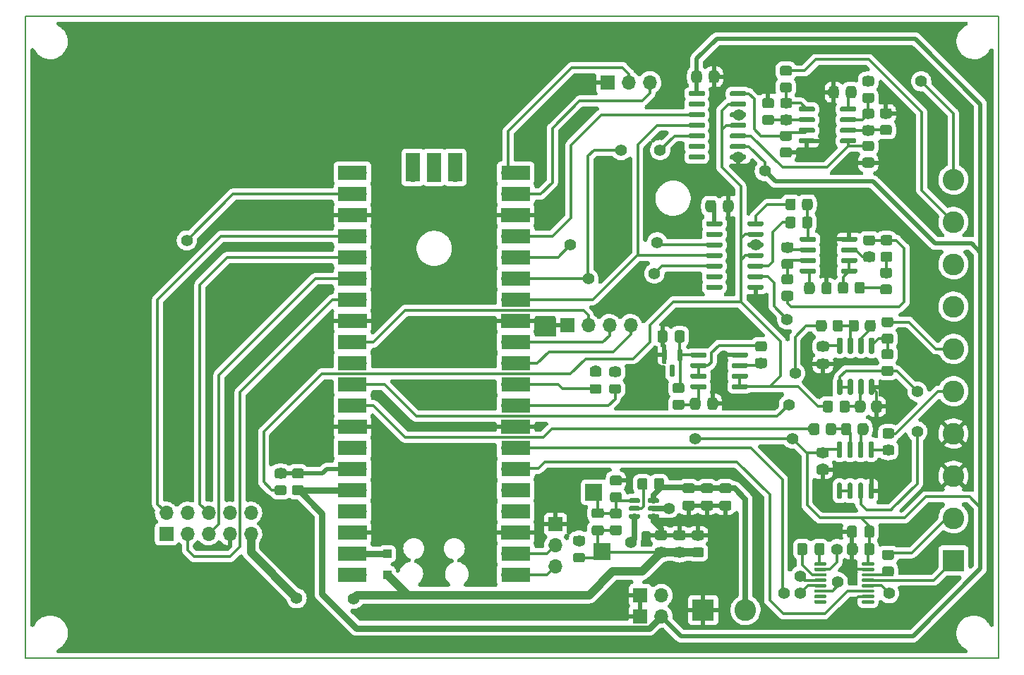
<source format=gtl>
G04 #@! TF.GenerationSoftware,KiCad,Pcbnew,(6.0.6)*
G04 #@! TF.CreationDate,2024-03-22T15:25:42+01:00*
G04 #@! TF.ProjectId,pi-pico-itm39xxc-if,70692d70-6963-46f2-9d69-746d33397878,rev?*
G04 #@! TF.SameCoordinates,Original*
G04 #@! TF.FileFunction,Copper,L1,Top*
G04 #@! TF.FilePolarity,Positive*
%FSLAX46Y46*%
G04 Gerber Fmt 4.6, Leading zero omitted, Abs format (unit mm)*
G04 Created by KiCad (PCBNEW (6.0.6)) date 2024-03-22 15:25:42*
%MOMM*%
%LPD*%
G01*
G04 APERTURE LIST*
G04 #@! TA.AperFunction,NonConductor*
%ADD10C,0.200000*%
G04 #@! TD*
G04 #@! TA.AperFunction,ComponentPad*
%ADD11R,2.600000X2.600000*%
G04 #@! TD*
G04 #@! TA.AperFunction,ComponentPad*
%ADD12C,2.600000*%
G04 #@! TD*
G04 #@! TA.AperFunction,ComponentPad*
%ADD13R,1.700000X1.700000*%
G04 #@! TD*
G04 #@! TA.AperFunction,ComponentPad*
%ADD14O,1.700000X1.700000*%
G04 #@! TD*
G04 #@! TA.AperFunction,SMDPad,CuDef*
%ADD15R,2.000000X2.000000*%
G04 #@! TD*
G04 #@! TA.AperFunction,SMDPad,CuDef*
%ADD16R,3.500000X1.700000*%
G04 #@! TD*
G04 #@! TA.AperFunction,SMDPad,CuDef*
%ADD17R,1.700000X3.500000*%
G04 #@! TD*
G04 #@! TA.AperFunction,SMDPad,CuDef*
%ADD18R,1.000000X1.000000*%
G04 #@! TD*
G04 #@! TA.AperFunction,ViaPad*
%ADD19C,1.400000*%
G04 #@! TD*
G04 #@! TA.AperFunction,Conductor*
%ADD20C,0.500000*%
G04 #@! TD*
G04 #@! TA.AperFunction,Conductor*
%ADD21C,0.300000*%
G04 #@! TD*
G04 #@! TA.AperFunction,Conductor*
%ADD22C,0.650000*%
G04 #@! TD*
G04 #@! TA.AperFunction,Conductor*
%ADD23C,1.000000*%
G04 #@! TD*
G04 #@! TA.AperFunction,Conductor*
%ADD24C,0.750000*%
G04 #@! TD*
G04 APERTURE END LIST*
D10*
X57175400Y-109397800D02*
X57175400Y-32385000D01*
X173990000Y-109397800D02*
X57175400Y-109397800D01*
X173990000Y-32385000D02*
X173990000Y-109397800D01*
X57175400Y-32385000D02*
X173990000Y-32385000D01*
G04 #@! TA.AperFunction,SMDPad,CuDef*
G36*
G01*
X156993000Y-62791200D02*
X156993000Y-63091200D01*
G75*
G02*
X156843000Y-63241200I-150000J0D01*
G01*
X155193000Y-63241200D01*
G75*
G02*
X155043000Y-63091200I0J150000D01*
G01*
X155043000Y-62791200D01*
G75*
G02*
X155193000Y-62641200I150000J0D01*
G01*
X156843000Y-62641200D01*
G75*
G02*
X156993000Y-62791200I0J-150000D01*
G01*
G37*
G04 #@! TD.AperFunction*
G04 #@! TA.AperFunction,SMDPad,CuDef*
G36*
G01*
X156993000Y-61521200D02*
X156993000Y-61821200D01*
G75*
G02*
X156843000Y-61971200I-150000J0D01*
G01*
X155193000Y-61971200D01*
G75*
G02*
X155043000Y-61821200I0J150000D01*
G01*
X155043000Y-61521200D01*
G75*
G02*
X155193000Y-61371200I150000J0D01*
G01*
X156843000Y-61371200D01*
G75*
G02*
X156993000Y-61521200I0J-150000D01*
G01*
G37*
G04 #@! TD.AperFunction*
G04 #@! TA.AperFunction,SMDPad,CuDef*
G36*
G01*
X156993000Y-60251200D02*
X156993000Y-60551200D01*
G75*
G02*
X156843000Y-60701200I-150000J0D01*
G01*
X155193000Y-60701200D01*
G75*
G02*
X155043000Y-60551200I0J150000D01*
G01*
X155043000Y-60251200D01*
G75*
G02*
X155193000Y-60101200I150000J0D01*
G01*
X156843000Y-60101200D01*
G75*
G02*
X156993000Y-60251200I0J-150000D01*
G01*
G37*
G04 #@! TD.AperFunction*
G04 #@! TA.AperFunction,SMDPad,CuDef*
G36*
G01*
X156993000Y-58981200D02*
X156993000Y-59281200D01*
G75*
G02*
X156843000Y-59431200I-150000J0D01*
G01*
X155193000Y-59431200D01*
G75*
G02*
X155043000Y-59281200I0J150000D01*
G01*
X155043000Y-58981200D01*
G75*
G02*
X155193000Y-58831200I150000J0D01*
G01*
X156843000Y-58831200D01*
G75*
G02*
X156993000Y-58981200I0J-150000D01*
G01*
G37*
G04 #@! TD.AperFunction*
G04 #@! TA.AperFunction,SMDPad,CuDef*
G36*
G01*
X152043000Y-58981200D02*
X152043000Y-59281200D01*
G75*
G02*
X151893000Y-59431200I-150000J0D01*
G01*
X150243000Y-59431200D01*
G75*
G02*
X150093000Y-59281200I0J150000D01*
G01*
X150093000Y-58981200D01*
G75*
G02*
X150243000Y-58831200I150000J0D01*
G01*
X151893000Y-58831200D01*
G75*
G02*
X152043000Y-58981200I0J-150000D01*
G01*
G37*
G04 #@! TD.AperFunction*
G04 #@! TA.AperFunction,SMDPad,CuDef*
G36*
G01*
X152043000Y-60251200D02*
X152043000Y-60551200D01*
G75*
G02*
X151893000Y-60701200I-150000J0D01*
G01*
X150243000Y-60701200D01*
G75*
G02*
X150093000Y-60551200I0J150000D01*
G01*
X150093000Y-60251200D01*
G75*
G02*
X150243000Y-60101200I150000J0D01*
G01*
X151893000Y-60101200D01*
G75*
G02*
X152043000Y-60251200I0J-150000D01*
G01*
G37*
G04 #@! TD.AperFunction*
G04 #@! TA.AperFunction,SMDPad,CuDef*
G36*
G01*
X152043000Y-61521200D02*
X152043000Y-61821200D01*
G75*
G02*
X151893000Y-61971200I-150000J0D01*
G01*
X150243000Y-61971200D01*
G75*
G02*
X150093000Y-61821200I0J150000D01*
G01*
X150093000Y-61521200D01*
G75*
G02*
X150243000Y-61371200I150000J0D01*
G01*
X151893000Y-61371200D01*
G75*
G02*
X152043000Y-61521200I0J-150000D01*
G01*
G37*
G04 #@! TD.AperFunction*
G04 #@! TA.AperFunction,SMDPad,CuDef*
G36*
G01*
X152043000Y-62791200D02*
X152043000Y-63091200D01*
G75*
G02*
X151893000Y-63241200I-150000J0D01*
G01*
X150243000Y-63241200D01*
G75*
G02*
X150093000Y-63091200I0J150000D01*
G01*
X150093000Y-62791200D01*
G75*
G02*
X150243000Y-62641200I150000J0D01*
G01*
X151893000Y-62641200D01*
G75*
G02*
X152043000Y-62791200I0J-150000D01*
G01*
G37*
G04 #@! TD.AperFunction*
G04 #@! TA.AperFunction,SMDPad,CuDef*
G36*
G01*
X158768200Y-46647500D02*
X157868200Y-46647500D01*
G75*
G02*
X157618200Y-46397500I0J250000D01*
G01*
X157618200Y-45697500D01*
G75*
G02*
X157868200Y-45447500I250000J0D01*
G01*
X158768200Y-45447500D01*
G75*
G02*
X159018200Y-45697500I0J-250000D01*
G01*
X159018200Y-46397500D01*
G75*
G02*
X158768200Y-46647500I-250000J0D01*
G01*
G37*
G04 #@! TD.AperFunction*
G04 #@! TA.AperFunction,SMDPad,CuDef*
G36*
G01*
X158768200Y-44647500D02*
X157868200Y-44647500D01*
G75*
G02*
X157618200Y-44397500I0J250000D01*
G01*
X157618200Y-43697500D01*
G75*
G02*
X157868200Y-43447500I250000J0D01*
G01*
X158768200Y-43447500D01*
G75*
G02*
X159018200Y-43697500I0J-250000D01*
G01*
X159018200Y-44397500D01*
G75*
G02*
X158768200Y-44647500I-250000J0D01*
G01*
G37*
G04 #@! TD.AperFunction*
G04 #@! TA.AperFunction,SMDPad,CuDef*
G36*
G01*
X138488400Y-88421900D02*
X139438400Y-88421900D01*
G75*
G02*
X139688400Y-88671900I0J-250000D01*
G01*
X139688400Y-89346900D01*
G75*
G02*
X139438400Y-89596900I-250000J0D01*
G01*
X138488400Y-89596900D01*
G75*
G02*
X138238400Y-89346900I0J250000D01*
G01*
X138238400Y-88671900D01*
G75*
G02*
X138488400Y-88421900I250000J0D01*
G01*
G37*
G04 #@! TD.AperFunction*
G04 #@! TA.AperFunction,SMDPad,CuDef*
G36*
G01*
X138488400Y-90496900D02*
X139438400Y-90496900D01*
G75*
G02*
X139688400Y-90746900I0J-250000D01*
G01*
X139688400Y-91421900D01*
G75*
G02*
X139438400Y-91671900I-250000J0D01*
G01*
X138488400Y-91671900D01*
G75*
G02*
X138238400Y-91421900I0J250000D01*
G01*
X138238400Y-90746900D01*
G75*
G02*
X138488400Y-90496900I250000J0D01*
G01*
G37*
G04 #@! TD.AperFunction*
G04 #@! TA.AperFunction,SMDPad,CuDef*
G36*
G01*
X125153000Y-74456600D02*
X126053000Y-74456600D01*
G75*
G02*
X126303000Y-74706600I0J-250000D01*
G01*
X126303000Y-75356600D01*
G75*
G02*
X126053000Y-75606600I-250000J0D01*
G01*
X125153000Y-75606600D01*
G75*
G02*
X124903000Y-75356600I0J250000D01*
G01*
X124903000Y-74706600D01*
G75*
G02*
X125153000Y-74456600I250000J0D01*
G01*
G37*
G04 #@! TD.AperFunction*
G04 #@! TA.AperFunction,SMDPad,CuDef*
G36*
G01*
X125153000Y-76506600D02*
X126053000Y-76506600D01*
G75*
G02*
X126303000Y-76756600I0J-250000D01*
G01*
X126303000Y-77406600D01*
G75*
G02*
X126053000Y-77656600I-250000J0D01*
G01*
X125153000Y-77656600D01*
G75*
G02*
X124903000Y-77406600I0J250000D01*
G01*
X124903000Y-76756600D01*
G75*
G02*
X125153000Y-76506600I250000J0D01*
G01*
G37*
G04 #@! TD.AperFunction*
G04 #@! TA.AperFunction,SMDPad,CuDef*
G36*
G01*
X159028800Y-95841800D02*
X159028800Y-96791800D01*
G75*
G02*
X158778800Y-97041800I-250000J0D01*
G01*
X158103800Y-97041800D01*
G75*
G02*
X157853800Y-96791800I0J250000D01*
G01*
X157853800Y-95841800D01*
G75*
G02*
X158103800Y-95591800I250000J0D01*
G01*
X158778800Y-95591800D01*
G75*
G02*
X159028800Y-95841800I0J-250000D01*
G01*
G37*
G04 #@! TD.AperFunction*
G04 #@! TA.AperFunction,SMDPad,CuDef*
G36*
G01*
X156953800Y-95841800D02*
X156953800Y-96791800D01*
G75*
G02*
X156703800Y-97041800I-250000J0D01*
G01*
X156028800Y-97041800D01*
G75*
G02*
X155778800Y-96791800I0J250000D01*
G01*
X155778800Y-95841800D01*
G75*
G02*
X156028800Y-95591800I250000J0D01*
G01*
X156703800Y-95591800D01*
G75*
G02*
X156953800Y-95841800I0J-250000D01*
G01*
G37*
G04 #@! TD.AperFunction*
G04 #@! TA.AperFunction,SMDPad,CuDef*
G36*
G01*
X157868200Y-47320400D02*
X158768200Y-47320400D01*
G75*
G02*
X159018200Y-47570400I0J-250000D01*
G01*
X159018200Y-48270400D01*
G75*
G02*
X158768200Y-48520400I-250000J0D01*
G01*
X157868200Y-48520400D01*
G75*
G02*
X157618200Y-48270400I0J250000D01*
G01*
X157618200Y-47570400D01*
G75*
G02*
X157868200Y-47320400I250000J0D01*
G01*
G37*
G04 #@! TD.AperFunction*
G04 #@! TA.AperFunction,SMDPad,CuDef*
G36*
G01*
X157868200Y-49320400D02*
X158768200Y-49320400D01*
G75*
G02*
X159018200Y-49570400I0J-250000D01*
G01*
X159018200Y-50270400D01*
G75*
G02*
X158768200Y-50520400I-250000J0D01*
G01*
X157868200Y-50520400D01*
G75*
G02*
X157618200Y-50270400I0J250000D01*
G01*
X157618200Y-49570400D01*
G75*
G02*
X157868200Y-49320400I250000J0D01*
G01*
G37*
G04 #@! TD.AperFunction*
G04 #@! TA.AperFunction,SMDPad,CuDef*
G36*
G01*
X161070200Y-75523400D02*
X160170200Y-75523400D01*
G75*
G02*
X159920200Y-75273400I0J250000D01*
G01*
X159920200Y-74573400D01*
G75*
G02*
X160170200Y-74323400I250000J0D01*
G01*
X161070200Y-74323400D01*
G75*
G02*
X161320200Y-74573400I0J-250000D01*
G01*
X161320200Y-75273400D01*
G75*
G02*
X161070200Y-75523400I-250000J0D01*
G01*
G37*
G04 #@! TD.AperFunction*
G04 #@! TA.AperFunction,SMDPad,CuDef*
G36*
G01*
X161070200Y-73523400D02*
X160170200Y-73523400D01*
G75*
G02*
X159920200Y-73273400I0J250000D01*
G01*
X159920200Y-72573400D01*
G75*
G02*
X160170200Y-72323400I250000J0D01*
G01*
X161070200Y-72323400D01*
G75*
G02*
X161320200Y-72573400I0J-250000D01*
G01*
X161320200Y-73273400D01*
G75*
G02*
X161070200Y-73523400I-250000J0D01*
G01*
G37*
G04 #@! TD.AperFunction*
G04 #@! TA.AperFunction,SMDPad,CuDef*
G36*
G01*
X88257800Y-89839600D02*
X87357800Y-89839600D01*
G75*
G02*
X87107800Y-89589600I0J250000D01*
G01*
X87107800Y-88889600D01*
G75*
G02*
X87357800Y-88639600I250000J0D01*
G01*
X88257800Y-88639600D01*
G75*
G02*
X88507800Y-88889600I0J-250000D01*
G01*
X88507800Y-89589600D01*
G75*
G02*
X88257800Y-89839600I-250000J0D01*
G01*
G37*
G04 #@! TD.AperFunction*
G04 #@! TA.AperFunction,SMDPad,CuDef*
G36*
G01*
X88257800Y-87839600D02*
X87357800Y-87839600D01*
G75*
G02*
X87107800Y-87589600I0J250000D01*
G01*
X87107800Y-86889600D01*
G75*
G02*
X87357800Y-86639600I250000J0D01*
G01*
X88257800Y-86639600D01*
G75*
G02*
X88507800Y-86889600I0J-250000D01*
G01*
X88507800Y-87589600D01*
G75*
G02*
X88257800Y-87839600I-250000J0D01*
G01*
G37*
G04 #@! TD.AperFunction*
G04 #@! TA.AperFunction,SMDPad,CuDef*
G36*
G01*
X133194200Y-92240000D02*
X133194200Y-92540000D01*
G75*
G02*
X133044200Y-92690000I-150000J0D01*
G01*
X132019200Y-92690000D01*
G75*
G02*
X131869200Y-92540000I0J150000D01*
G01*
X131869200Y-92240000D01*
G75*
G02*
X132019200Y-92090000I150000J0D01*
G01*
X133044200Y-92090000D01*
G75*
G02*
X133194200Y-92240000I0J-150000D01*
G01*
G37*
G04 #@! TD.AperFunction*
G04 #@! TA.AperFunction,SMDPad,CuDef*
G36*
G01*
X133194200Y-91290000D02*
X133194200Y-91590000D01*
G75*
G02*
X133044200Y-91740000I-150000J0D01*
G01*
X132019200Y-91740000D01*
G75*
G02*
X131869200Y-91590000I0J150000D01*
G01*
X131869200Y-91290000D01*
G75*
G02*
X132019200Y-91140000I150000J0D01*
G01*
X133044200Y-91140000D01*
G75*
G02*
X133194200Y-91290000I0J-150000D01*
G01*
G37*
G04 #@! TD.AperFunction*
G04 #@! TA.AperFunction,SMDPad,CuDef*
G36*
G01*
X133194200Y-90340000D02*
X133194200Y-90640000D01*
G75*
G02*
X133044200Y-90790000I-150000J0D01*
G01*
X132019200Y-90790000D01*
G75*
G02*
X131869200Y-90640000I0J150000D01*
G01*
X131869200Y-90340000D01*
G75*
G02*
X132019200Y-90190000I150000J0D01*
G01*
X133044200Y-90190000D01*
G75*
G02*
X133194200Y-90340000I0J-150000D01*
G01*
G37*
G04 #@! TD.AperFunction*
G04 #@! TA.AperFunction,SMDPad,CuDef*
G36*
G01*
X130919200Y-90340000D02*
X130919200Y-90640000D01*
G75*
G02*
X130769200Y-90790000I-150000J0D01*
G01*
X129744200Y-90790000D01*
G75*
G02*
X129594200Y-90640000I0J150000D01*
G01*
X129594200Y-90340000D01*
G75*
G02*
X129744200Y-90190000I150000J0D01*
G01*
X130769200Y-90190000D01*
G75*
G02*
X130919200Y-90340000I0J-150000D01*
G01*
G37*
G04 #@! TD.AperFunction*
G04 #@! TA.AperFunction,SMDPad,CuDef*
G36*
G01*
X130919200Y-91290000D02*
X130919200Y-91590000D01*
G75*
G02*
X130769200Y-91740000I-150000J0D01*
G01*
X129744200Y-91740000D01*
G75*
G02*
X129594200Y-91590000I0J150000D01*
G01*
X129594200Y-91290000D01*
G75*
G02*
X129744200Y-91140000I150000J0D01*
G01*
X130769200Y-91140000D01*
G75*
G02*
X130919200Y-91290000I0J-150000D01*
G01*
G37*
G04 #@! TD.AperFunction*
G04 #@! TA.AperFunction,SMDPad,CuDef*
G36*
G01*
X130919200Y-92240000D02*
X130919200Y-92540000D01*
G75*
G02*
X130769200Y-92690000I-150000J0D01*
G01*
X129744200Y-92690000D01*
G75*
G02*
X129594200Y-92540000I0J150000D01*
G01*
X129594200Y-92240000D01*
G75*
G02*
X129744200Y-92090000I150000J0D01*
G01*
X130769200Y-92090000D01*
G75*
G02*
X130919200Y-92240000I0J-150000D01*
G01*
G37*
G04 #@! TD.AperFunction*
G04 #@! TA.AperFunction,SMDPad,CuDef*
G36*
G01*
X152398200Y-71409400D02*
X153348200Y-71409400D01*
G75*
G02*
X153598200Y-71659400I0J-250000D01*
G01*
X153598200Y-72334400D01*
G75*
G02*
X153348200Y-72584400I-250000J0D01*
G01*
X152398200Y-72584400D01*
G75*
G02*
X152148200Y-72334400I0J250000D01*
G01*
X152148200Y-71659400D01*
G75*
G02*
X152398200Y-71409400I250000J0D01*
G01*
G37*
G04 #@! TD.AperFunction*
G04 #@! TA.AperFunction,SMDPad,CuDef*
G36*
G01*
X152398200Y-73484400D02*
X153348200Y-73484400D01*
G75*
G02*
X153598200Y-73734400I0J-250000D01*
G01*
X153598200Y-74409400D01*
G75*
G02*
X153348200Y-74659400I-250000J0D01*
G01*
X152398200Y-74659400D01*
G75*
G02*
X152148200Y-74409400I0J250000D01*
G01*
X152148200Y-73734400D01*
G75*
G02*
X152398200Y-73484400I250000J0D01*
G01*
G37*
G04 #@! TD.AperFunction*
G04 #@! TA.AperFunction,SMDPad,CuDef*
G36*
G01*
X135586600Y-72264400D02*
X135886600Y-72264400D01*
G75*
G02*
X136036600Y-72414400I0J-150000D01*
G01*
X136036600Y-73589400D01*
G75*
G02*
X135886600Y-73739400I-150000J0D01*
G01*
X135586600Y-73739400D01*
G75*
G02*
X135436600Y-73589400I0J150000D01*
G01*
X135436600Y-72414400D01*
G75*
G02*
X135586600Y-72264400I150000J0D01*
G01*
G37*
G04 #@! TD.AperFunction*
G04 #@! TA.AperFunction,SMDPad,CuDef*
G36*
G01*
X133686600Y-72264400D02*
X133986600Y-72264400D01*
G75*
G02*
X134136600Y-72414400I0J-150000D01*
G01*
X134136600Y-73589400D01*
G75*
G02*
X133986600Y-73739400I-150000J0D01*
G01*
X133686600Y-73739400D01*
G75*
G02*
X133536600Y-73589400I0J150000D01*
G01*
X133536600Y-72414400D01*
G75*
G02*
X133686600Y-72264400I150000J0D01*
G01*
G37*
G04 #@! TD.AperFunction*
G04 #@! TA.AperFunction,SMDPad,CuDef*
G36*
G01*
X134636600Y-74139400D02*
X134936600Y-74139400D01*
G75*
G02*
X135086600Y-74289400I0J-150000D01*
G01*
X135086600Y-75464400D01*
G75*
G02*
X134936600Y-75614400I-150000J0D01*
G01*
X134636600Y-75614400D01*
G75*
G02*
X134486600Y-75464400I0J150000D01*
G01*
X134486600Y-74289400D01*
G75*
G02*
X134636600Y-74139400I150000J0D01*
G01*
G37*
G04 #@! TD.AperFunction*
D11*
X168530000Y-97680000D03*
D12*
X168530000Y-92600000D03*
X168530000Y-87520000D03*
X168530000Y-82440000D03*
X168530000Y-77360000D03*
X168530000Y-72280000D03*
X168530000Y-67200000D03*
X168530000Y-62120000D03*
X168530000Y-57040000D03*
X168530000Y-51960000D03*
G04 #@! TA.AperFunction,SMDPad,CuDef*
G36*
G01*
X136136400Y-97306800D02*
X135186400Y-97306800D01*
G75*
G02*
X134936400Y-97056800I0J250000D01*
G01*
X134936400Y-96381800D01*
G75*
G02*
X135186400Y-96131800I250000J0D01*
G01*
X136136400Y-96131800D01*
G75*
G02*
X136386400Y-96381800I0J-250000D01*
G01*
X136386400Y-97056800D01*
G75*
G02*
X136136400Y-97306800I-250000J0D01*
G01*
G37*
G04 #@! TD.AperFunction*
G04 #@! TA.AperFunction,SMDPad,CuDef*
G36*
G01*
X136136400Y-95231800D02*
X135186400Y-95231800D01*
G75*
G02*
X134936400Y-94981800I0J250000D01*
G01*
X134936400Y-94306800D01*
G75*
G02*
X135186400Y-94056800I250000J0D01*
G01*
X136136400Y-94056800D01*
G75*
G02*
X136386400Y-94306800I0J-250000D01*
G01*
X136386400Y-94981800D01*
G75*
G02*
X136136400Y-95231800I-250000J0D01*
G01*
G37*
G04 #@! TD.AperFunction*
G04 #@! TA.AperFunction,SMDPad,CuDef*
G36*
G01*
X127489800Y-74456600D02*
X128389800Y-74456600D01*
G75*
G02*
X128639800Y-74706600I0J-250000D01*
G01*
X128639800Y-75356600D01*
G75*
G02*
X128389800Y-75606600I-250000J0D01*
G01*
X127489800Y-75606600D01*
G75*
G02*
X127239800Y-75356600I0J250000D01*
G01*
X127239800Y-74706600D01*
G75*
G02*
X127489800Y-74456600I250000J0D01*
G01*
G37*
G04 #@! TD.AperFunction*
G04 #@! TA.AperFunction,SMDPad,CuDef*
G36*
G01*
X127489800Y-76506600D02*
X128389800Y-76506600D01*
G75*
G02*
X128639800Y-76756600I0J-250000D01*
G01*
X128639800Y-77406600D01*
G75*
G02*
X128389800Y-77656600I-250000J0D01*
G01*
X127489800Y-77656600D01*
G75*
G02*
X127239800Y-77406600I0J250000D01*
G01*
X127239800Y-76756600D01*
G75*
G02*
X127489800Y-76506600I250000J0D01*
G01*
G37*
G04 #@! TD.AperFunction*
D13*
X130957400Y-104394000D03*
D14*
X133497400Y-104394000D03*
G04 #@! TA.AperFunction,SMDPad,CuDef*
G36*
G01*
X148165400Y-63322400D02*
X149065400Y-63322400D01*
G75*
G02*
X149315400Y-63572400I0J-250000D01*
G01*
X149315400Y-64272400D01*
G75*
G02*
X149065400Y-64522400I-250000J0D01*
G01*
X148165400Y-64522400D01*
G75*
G02*
X147915400Y-64272400I0J250000D01*
G01*
X147915400Y-63572400D01*
G75*
G02*
X148165400Y-63322400I250000J0D01*
G01*
G37*
G04 #@! TD.AperFunction*
G04 #@! TA.AperFunction,SMDPad,CuDef*
G36*
G01*
X148165400Y-65322400D02*
X149065400Y-65322400D01*
G75*
G02*
X149315400Y-65572400I0J-250000D01*
G01*
X149315400Y-66272400D01*
G75*
G02*
X149065400Y-66522400I-250000J0D01*
G01*
X148165400Y-66522400D01*
G75*
G02*
X147915400Y-66272400I0J250000D01*
G01*
X147915400Y-65572400D01*
G75*
G02*
X148165400Y-65322400I250000J0D01*
G01*
G37*
G04 #@! TD.AperFunction*
G04 #@! TA.AperFunction,SMDPad,CuDef*
G36*
G01*
X137135200Y-40099000D02*
X137135200Y-39149000D01*
G75*
G02*
X137385200Y-38899000I250000J0D01*
G01*
X138060200Y-38899000D01*
G75*
G02*
X138310200Y-39149000I0J-250000D01*
G01*
X138310200Y-40099000D01*
G75*
G02*
X138060200Y-40349000I-250000J0D01*
G01*
X137385200Y-40349000D01*
G75*
G02*
X137135200Y-40099000I0J250000D01*
G01*
G37*
G04 #@! TD.AperFunction*
G04 #@! TA.AperFunction,SMDPad,CuDef*
G36*
G01*
X139210200Y-40099000D02*
X139210200Y-39149000D01*
G75*
G02*
X139460200Y-38899000I250000J0D01*
G01*
X140135200Y-38899000D01*
G75*
G02*
X140385200Y-39149000I0J-250000D01*
G01*
X140385200Y-40099000D01*
G75*
G02*
X140135200Y-40349000I-250000J0D01*
G01*
X139460200Y-40349000D01*
G75*
G02*
X139210200Y-40099000I0J250000D01*
G01*
G37*
G04 #@! TD.AperFunction*
G04 #@! TA.AperFunction,SMDPad,CuDef*
G36*
G01*
X158261200Y-81465000D02*
X158261200Y-82365000D01*
G75*
G02*
X158011200Y-82615000I-250000J0D01*
G01*
X157311200Y-82615000D01*
G75*
G02*
X157061200Y-82365000I0J250000D01*
G01*
X157061200Y-81465000D01*
G75*
G02*
X157311200Y-81215000I250000J0D01*
G01*
X158011200Y-81215000D01*
G75*
G02*
X158261200Y-81465000I0J-250000D01*
G01*
G37*
G04 #@! TD.AperFunction*
G04 #@! TA.AperFunction,SMDPad,CuDef*
G36*
G01*
X156261200Y-81465000D02*
X156261200Y-82365000D01*
G75*
G02*
X156011200Y-82615000I-250000J0D01*
G01*
X155311200Y-82615000D01*
G75*
G02*
X155061200Y-82365000I0J250000D01*
G01*
X155061200Y-81465000D01*
G75*
G02*
X155311200Y-81215000I250000J0D01*
G01*
X156011200Y-81215000D01*
G75*
G02*
X156261200Y-81465000I0J-250000D01*
G01*
G37*
G04 #@! TD.AperFunction*
G04 #@! TA.AperFunction,SMDPad,CuDef*
G36*
G01*
X144990400Y-71374200D02*
X145890400Y-71374200D01*
G75*
G02*
X146140400Y-71624200I0J-250000D01*
G01*
X146140400Y-72324200D01*
G75*
G02*
X145890400Y-72574200I-250000J0D01*
G01*
X144990400Y-72574200D01*
G75*
G02*
X144740400Y-72324200I0J250000D01*
G01*
X144740400Y-71624200D01*
G75*
G02*
X144990400Y-71374200I250000J0D01*
G01*
G37*
G04 #@! TD.AperFunction*
G04 #@! TA.AperFunction,SMDPad,CuDef*
G36*
G01*
X144990400Y-73374200D02*
X145890400Y-73374200D01*
G75*
G02*
X146140400Y-73624200I0J-250000D01*
G01*
X146140400Y-74324200D01*
G75*
G02*
X145890400Y-74574200I-250000J0D01*
G01*
X144990400Y-74574200D01*
G75*
G02*
X144740400Y-74324200I0J250000D01*
G01*
X144740400Y-73624200D01*
G75*
G02*
X144990400Y-73374200I250000J0D01*
G01*
G37*
G04 #@! TD.AperFunction*
G04 #@! TA.AperFunction,SMDPad,CuDef*
G36*
G01*
X154686200Y-65397800D02*
X154686200Y-64497800D01*
G75*
G02*
X154936200Y-64247800I250000J0D01*
G01*
X155636200Y-64247800D01*
G75*
G02*
X155886200Y-64497800I0J-250000D01*
G01*
X155886200Y-65397800D01*
G75*
G02*
X155636200Y-65647800I-250000J0D01*
G01*
X154936200Y-65647800D01*
G75*
G02*
X154686200Y-65397800I0J250000D01*
G01*
G37*
G04 #@! TD.AperFunction*
G04 #@! TA.AperFunction,SMDPad,CuDef*
G36*
G01*
X156686200Y-65397800D02*
X156686200Y-64497800D01*
G75*
G02*
X156936200Y-64247800I250000J0D01*
G01*
X157636200Y-64247800D01*
G75*
G02*
X157886200Y-64497800I0J-250000D01*
G01*
X157886200Y-65397800D01*
G75*
G02*
X157636200Y-65647800I-250000J0D01*
G01*
X156936200Y-65647800D01*
G75*
G02*
X156686200Y-65397800I0J250000D01*
G01*
G37*
G04 #@! TD.AperFunction*
G04 #@! TA.AperFunction,SMDPad,CuDef*
G36*
G01*
X145854000Y-42189600D02*
X146754000Y-42189600D01*
G75*
G02*
X147004000Y-42439600I0J-250000D01*
G01*
X147004000Y-43139600D01*
G75*
G02*
X146754000Y-43389600I-250000J0D01*
G01*
X145854000Y-43389600D01*
G75*
G02*
X145604000Y-43139600I0J250000D01*
G01*
X145604000Y-42439600D01*
G75*
G02*
X145854000Y-42189600I250000J0D01*
G01*
G37*
G04 #@! TD.AperFunction*
G04 #@! TA.AperFunction,SMDPad,CuDef*
G36*
G01*
X145854000Y-44189600D02*
X146754000Y-44189600D01*
G75*
G02*
X147004000Y-44439600I0J-250000D01*
G01*
X147004000Y-45139600D01*
G75*
G02*
X146754000Y-45389600I-250000J0D01*
G01*
X145854000Y-45389600D01*
G75*
G02*
X145604000Y-45139600I0J250000D01*
G01*
X145604000Y-44439600D01*
G75*
G02*
X145854000Y-44189600I250000J0D01*
G01*
G37*
G04 #@! TD.AperFunction*
G04 #@! TA.AperFunction,SMDPad,CuDef*
G36*
G01*
X126332000Y-94661300D02*
X125382000Y-94661300D01*
G75*
G02*
X125132000Y-94411300I0J250000D01*
G01*
X125132000Y-93736300D01*
G75*
G02*
X125382000Y-93486300I250000J0D01*
G01*
X126332000Y-93486300D01*
G75*
G02*
X126582000Y-93736300I0J-250000D01*
G01*
X126582000Y-94411300D01*
G75*
G02*
X126332000Y-94661300I-250000J0D01*
G01*
G37*
G04 #@! TD.AperFunction*
G04 #@! TA.AperFunction,SMDPad,CuDef*
G36*
G01*
X126332000Y-92586300D02*
X125382000Y-92586300D01*
G75*
G02*
X125132000Y-92336300I0J250000D01*
G01*
X125132000Y-91661300D01*
G75*
G02*
X125382000Y-91411300I250000J0D01*
G01*
X126332000Y-91411300D01*
G75*
G02*
X126582000Y-91661300I0J-250000D01*
G01*
X126582000Y-92336300D01*
G75*
G02*
X126332000Y-92586300I-250000J0D01*
G01*
G37*
G04 #@! TD.AperFunction*
G04 #@! TA.AperFunction,SMDPad,CuDef*
G36*
G01*
X157868200Y-39548000D02*
X158768200Y-39548000D01*
G75*
G02*
X159018200Y-39798000I0J-250000D01*
G01*
X159018200Y-40498000D01*
G75*
G02*
X158768200Y-40748000I-250000J0D01*
G01*
X157868200Y-40748000D01*
G75*
G02*
X157618200Y-40498000I0J250000D01*
G01*
X157618200Y-39798000D01*
G75*
G02*
X157868200Y-39548000I250000J0D01*
G01*
G37*
G04 #@! TD.AperFunction*
G04 #@! TA.AperFunction,SMDPad,CuDef*
G36*
G01*
X157868200Y-41548000D02*
X158768200Y-41548000D01*
G75*
G02*
X159018200Y-41798000I0J-250000D01*
G01*
X159018200Y-42498000D01*
G75*
G02*
X158768200Y-42748000I-250000J0D01*
G01*
X157868200Y-42748000D01*
G75*
G02*
X157618200Y-42498000I0J250000D01*
G01*
X157618200Y-41798000D01*
G75*
G02*
X157868200Y-41548000I250000J0D01*
G01*
G37*
G04 #@! TD.AperFunction*
G04 #@! TA.AperFunction,SMDPad,CuDef*
G36*
G01*
X148403000Y-55390200D02*
X148403000Y-54490200D01*
G75*
G02*
X148653000Y-54240200I250000J0D01*
G01*
X149353000Y-54240200D01*
G75*
G02*
X149603000Y-54490200I0J-250000D01*
G01*
X149603000Y-55390200D01*
G75*
G02*
X149353000Y-55640200I-250000J0D01*
G01*
X148653000Y-55640200D01*
G75*
G02*
X148403000Y-55390200I0J250000D01*
G01*
G37*
G04 #@! TD.AperFunction*
G04 #@! TA.AperFunction,SMDPad,CuDef*
G36*
G01*
X150403000Y-55390200D02*
X150403000Y-54490200D01*
G75*
G02*
X150653000Y-54240200I250000J0D01*
G01*
X151353000Y-54240200D01*
G75*
G02*
X151603000Y-54490200I0J-250000D01*
G01*
X151603000Y-55390200D01*
G75*
G02*
X151353000Y-55640200I-250000J0D01*
G01*
X150653000Y-55640200D01*
G75*
G02*
X150403000Y-55390200I0J250000D01*
G01*
G37*
G04 #@! TD.AperFunction*
G04 #@! TA.AperFunction,SMDPad,CuDef*
G36*
G01*
X160170200Y-68462600D02*
X161070200Y-68462600D01*
G75*
G02*
X161320200Y-68712600I0J-250000D01*
G01*
X161320200Y-69412600D01*
G75*
G02*
X161070200Y-69662600I-250000J0D01*
G01*
X160170200Y-69662600D01*
G75*
G02*
X159920200Y-69412600I0J250000D01*
G01*
X159920200Y-68712600D01*
G75*
G02*
X160170200Y-68462600I250000J0D01*
G01*
G37*
G04 #@! TD.AperFunction*
G04 #@! TA.AperFunction,SMDPad,CuDef*
G36*
G01*
X160170200Y-70462600D02*
X161070200Y-70462600D01*
G75*
G02*
X161320200Y-70712600I0J-250000D01*
G01*
X161320200Y-71412600D01*
G75*
G02*
X161070200Y-71662600I-250000J0D01*
G01*
X160170200Y-71662600D01*
G75*
G02*
X159920200Y-71412600I0J250000D01*
G01*
X159920200Y-70712600D01*
G75*
G02*
X160170200Y-70462600I250000J0D01*
G01*
G37*
G04 #@! TD.AperFunction*
G04 #@! TA.AperFunction,SMDPad,CuDef*
G36*
G01*
X148387000Y-57549200D02*
X148387000Y-56649200D01*
G75*
G02*
X148637000Y-56399200I250000J0D01*
G01*
X149337000Y-56399200D01*
G75*
G02*
X149587000Y-56649200I0J-250000D01*
G01*
X149587000Y-57549200D01*
G75*
G02*
X149337000Y-57799200I-250000J0D01*
G01*
X148637000Y-57799200D01*
G75*
G02*
X148387000Y-57549200I0J250000D01*
G01*
G37*
G04 #@! TD.AperFunction*
G04 #@! TA.AperFunction,SMDPad,CuDef*
G36*
G01*
X150387000Y-57549200D02*
X150387000Y-56649200D01*
G75*
G02*
X150637000Y-56399200I250000J0D01*
G01*
X151337000Y-56399200D01*
G75*
G02*
X151587000Y-56649200I0J-250000D01*
G01*
X151587000Y-57549200D01*
G75*
G02*
X151337000Y-57799200I-250000J0D01*
G01*
X150637000Y-57799200D01*
G75*
G02*
X150387000Y-57549200I0J250000D01*
G01*
G37*
G04 #@! TD.AperFunction*
G04 #@! TA.AperFunction,SMDPad,CuDef*
G36*
G01*
X136775200Y-41780600D02*
X136775200Y-41480600D01*
G75*
G02*
X136925200Y-41330600I150000J0D01*
G01*
X138575200Y-41330600D01*
G75*
G02*
X138725200Y-41480600I0J-150000D01*
G01*
X138725200Y-41780600D01*
G75*
G02*
X138575200Y-41930600I-150000J0D01*
G01*
X136925200Y-41930600D01*
G75*
G02*
X136775200Y-41780600I0J150000D01*
G01*
G37*
G04 #@! TD.AperFunction*
G04 #@! TA.AperFunction,SMDPad,CuDef*
G36*
G01*
X136775200Y-43050600D02*
X136775200Y-42750600D01*
G75*
G02*
X136925200Y-42600600I150000J0D01*
G01*
X138575200Y-42600600D01*
G75*
G02*
X138725200Y-42750600I0J-150000D01*
G01*
X138725200Y-43050600D01*
G75*
G02*
X138575200Y-43200600I-150000J0D01*
G01*
X136925200Y-43200600D01*
G75*
G02*
X136775200Y-43050600I0J150000D01*
G01*
G37*
G04 #@! TD.AperFunction*
G04 #@! TA.AperFunction,SMDPad,CuDef*
G36*
G01*
X136775200Y-44320600D02*
X136775200Y-44020600D01*
G75*
G02*
X136925200Y-43870600I150000J0D01*
G01*
X138575200Y-43870600D01*
G75*
G02*
X138725200Y-44020600I0J-150000D01*
G01*
X138725200Y-44320600D01*
G75*
G02*
X138575200Y-44470600I-150000J0D01*
G01*
X136925200Y-44470600D01*
G75*
G02*
X136775200Y-44320600I0J150000D01*
G01*
G37*
G04 #@! TD.AperFunction*
G04 #@! TA.AperFunction,SMDPad,CuDef*
G36*
G01*
X136775200Y-45590600D02*
X136775200Y-45290600D01*
G75*
G02*
X136925200Y-45140600I150000J0D01*
G01*
X138575200Y-45140600D01*
G75*
G02*
X138725200Y-45290600I0J-150000D01*
G01*
X138725200Y-45590600D01*
G75*
G02*
X138575200Y-45740600I-150000J0D01*
G01*
X136925200Y-45740600D01*
G75*
G02*
X136775200Y-45590600I0J150000D01*
G01*
G37*
G04 #@! TD.AperFunction*
G04 #@! TA.AperFunction,SMDPad,CuDef*
G36*
G01*
X136775200Y-46860600D02*
X136775200Y-46560600D01*
G75*
G02*
X136925200Y-46410600I150000J0D01*
G01*
X138575200Y-46410600D01*
G75*
G02*
X138725200Y-46560600I0J-150000D01*
G01*
X138725200Y-46860600D01*
G75*
G02*
X138575200Y-47010600I-150000J0D01*
G01*
X136925200Y-47010600D01*
G75*
G02*
X136775200Y-46860600I0J150000D01*
G01*
G37*
G04 #@! TD.AperFunction*
G04 #@! TA.AperFunction,SMDPad,CuDef*
G36*
G01*
X136775200Y-48130600D02*
X136775200Y-47830600D01*
G75*
G02*
X136925200Y-47680600I150000J0D01*
G01*
X138575200Y-47680600D01*
G75*
G02*
X138725200Y-47830600I0J-150000D01*
G01*
X138725200Y-48130600D01*
G75*
G02*
X138575200Y-48280600I-150000J0D01*
G01*
X136925200Y-48280600D01*
G75*
G02*
X136775200Y-48130600I0J150000D01*
G01*
G37*
G04 #@! TD.AperFunction*
G04 #@! TA.AperFunction,SMDPad,CuDef*
G36*
G01*
X136775200Y-49400600D02*
X136775200Y-49100600D01*
G75*
G02*
X136925200Y-48950600I150000J0D01*
G01*
X138575200Y-48950600D01*
G75*
G02*
X138725200Y-49100600I0J-150000D01*
G01*
X138725200Y-49400600D01*
G75*
G02*
X138575200Y-49550600I-150000J0D01*
G01*
X136925200Y-49550600D01*
G75*
G02*
X136775200Y-49400600I0J150000D01*
G01*
G37*
G04 #@! TD.AperFunction*
G04 #@! TA.AperFunction,SMDPad,CuDef*
G36*
G01*
X141725200Y-49400600D02*
X141725200Y-49100600D01*
G75*
G02*
X141875200Y-48950600I150000J0D01*
G01*
X143525200Y-48950600D01*
G75*
G02*
X143675200Y-49100600I0J-150000D01*
G01*
X143675200Y-49400600D01*
G75*
G02*
X143525200Y-49550600I-150000J0D01*
G01*
X141875200Y-49550600D01*
G75*
G02*
X141725200Y-49400600I0J150000D01*
G01*
G37*
G04 #@! TD.AperFunction*
G04 #@! TA.AperFunction,SMDPad,CuDef*
G36*
G01*
X141725200Y-48130600D02*
X141725200Y-47830600D01*
G75*
G02*
X141875200Y-47680600I150000J0D01*
G01*
X143525200Y-47680600D01*
G75*
G02*
X143675200Y-47830600I0J-150000D01*
G01*
X143675200Y-48130600D01*
G75*
G02*
X143525200Y-48280600I-150000J0D01*
G01*
X141875200Y-48280600D01*
G75*
G02*
X141725200Y-48130600I0J150000D01*
G01*
G37*
G04 #@! TD.AperFunction*
G04 #@! TA.AperFunction,SMDPad,CuDef*
G36*
G01*
X141725200Y-46860600D02*
X141725200Y-46560600D01*
G75*
G02*
X141875200Y-46410600I150000J0D01*
G01*
X143525200Y-46410600D01*
G75*
G02*
X143675200Y-46560600I0J-150000D01*
G01*
X143675200Y-46860600D01*
G75*
G02*
X143525200Y-47010600I-150000J0D01*
G01*
X141875200Y-47010600D01*
G75*
G02*
X141725200Y-46860600I0J150000D01*
G01*
G37*
G04 #@! TD.AperFunction*
G04 #@! TA.AperFunction,SMDPad,CuDef*
G36*
G01*
X141725200Y-45590600D02*
X141725200Y-45290600D01*
G75*
G02*
X141875200Y-45140600I150000J0D01*
G01*
X143525200Y-45140600D01*
G75*
G02*
X143675200Y-45290600I0J-150000D01*
G01*
X143675200Y-45590600D01*
G75*
G02*
X143525200Y-45740600I-150000J0D01*
G01*
X141875200Y-45740600D01*
G75*
G02*
X141725200Y-45590600I0J150000D01*
G01*
G37*
G04 #@! TD.AperFunction*
G04 #@! TA.AperFunction,SMDPad,CuDef*
G36*
G01*
X141725200Y-44320600D02*
X141725200Y-44020600D01*
G75*
G02*
X141875200Y-43870600I150000J0D01*
G01*
X143525200Y-43870600D01*
G75*
G02*
X143675200Y-44020600I0J-150000D01*
G01*
X143675200Y-44320600D01*
G75*
G02*
X143525200Y-44470600I-150000J0D01*
G01*
X141875200Y-44470600D01*
G75*
G02*
X141725200Y-44320600I0J150000D01*
G01*
G37*
G04 #@! TD.AperFunction*
G04 #@! TA.AperFunction,SMDPad,CuDef*
G36*
G01*
X141725200Y-43050600D02*
X141725200Y-42750600D01*
G75*
G02*
X141875200Y-42600600I150000J0D01*
G01*
X143525200Y-42600600D01*
G75*
G02*
X143675200Y-42750600I0J-150000D01*
G01*
X143675200Y-43050600D01*
G75*
G02*
X143525200Y-43200600I-150000J0D01*
G01*
X141875200Y-43200600D01*
G75*
G02*
X141725200Y-43050600I0J150000D01*
G01*
G37*
G04 #@! TD.AperFunction*
G04 #@! TA.AperFunction,SMDPad,CuDef*
G36*
G01*
X141725200Y-41780600D02*
X141725200Y-41480600D01*
G75*
G02*
X141875200Y-41330600I150000J0D01*
G01*
X143525200Y-41330600D01*
G75*
G02*
X143675200Y-41480600I0J-150000D01*
G01*
X143675200Y-41780600D01*
G75*
G02*
X143525200Y-41930600I-150000J0D01*
G01*
X141875200Y-41930600D01*
G75*
G02*
X141725200Y-41780600I0J150000D01*
G01*
G37*
G04 #@! TD.AperFunction*
D15*
X126365000Y-96647000D03*
D11*
X138508000Y-103629000D03*
D12*
X143588000Y-103629000D03*
G04 #@! TA.AperFunction,SMDPad,CuDef*
G36*
G01*
X147987600Y-46110600D02*
X148887600Y-46110600D01*
G75*
G02*
X149137600Y-46360600I0J-250000D01*
G01*
X149137600Y-47060600D01*
G75*
G02*
X148887600Y-47310600I-250000J0D01*
G01*
X147987600Y-47310600D01*
G75*
G02*
X147737600Y-47060600I0J250000D01*
G01*
X147737600Y-46360600D01*
G75*
G02*
X147987600Y-46110600I250000J0D01*
G01*
G37*
G04 #@! TD.AperFunction*
G04 #@! TA.AperFunction,SMDPad,CuDef*
G36*
G01*
X147987600Y-48110600D02*
X148887600Y-48110600D01*
G75*
G02*
X149137600Y-48360600I0J-250000D01*
G01*
X149137600Y-49060600D01*
G75*
G02*
X148887600Y-49310600I-250000J0D01*
G01*
X147987600Y-49310600D01*
G75*
G02*
X147737600Y-49060600I0J250000D01*
G01*
X147737600Y-48360600D01*
G75*
G02*
X147987600Y-48110600I250000J0D01*
G01*
G37*
G04 #@! TD.AperFunction*
G04 #@! TA.AperFunction,SMDPad,CuDef*
G36*
G01*
X128491400Y-94640200D02*
X127591400Y-94640200D01*
G75*
G02*
X127341400Y-94390200I0J250000D01*
G01*
X127341400Y-93690200D01*
G75*
G02*
X127591400Y-93440200I250000J0D01*
G01*
X128491400Y-93440200D01*
G75*
G02*
X128741400Y-93690200I0J-250000D01*
G01*
X128741400Y-94390200D01*
G75*
G02*
X128491400Y-94640200I-250000J0D01*
G01*
G37*
G04 #@! TD.AperFunction*
G04 #@! TA.AperFunction,SMDPad,CuDef*
G36*
G01*
X128491400Y-92640200D02*
X127591400Y-92640200D01*
G75*
G02*
X127341400Y-92390200I0J250000D01*
G01*
X127341400Y-91690200D01*
G75*
G02*
X127591400Y-91440200I250000J0D01*
G01*
X128491400Y-91440200D01*
G75*
G02*
X128741400Y-91690200I0J-250000D01*
G01*
X128741400Y-92390200D01*
G75*
G02*
X128491400Y-92640200I-250000J0D01*
G01*
G37*
G04 #@! TD.AperFunction*
G04 #@! TA.AperFunction,SMDPad,CuDef*
G36*
G01*
X130623000Y-88943600D02*
X130623000Y-88043600D01*
G75*
G02*
X130873000Y-87793600I250000J0D01*
G01*
X131573000Y-87793600D01*
G75*
G02*
X131823000Y-88043600I0J-250000D01*
G01*
X131823000Y-88943600D01*
G75*
G02*
X131573000Y-89193600I-250000J0D01*
G01*
X130873000Y-89193600D01*
G75*
G02*
X130623000Y-88943600I0J250000D01*
G01*
G37*
G04 #@! TD.AperFunction*
G04 #@! TA.AperFunction,SMDPad,CuDef*
G36*
G01*
X132623000Y-88943600D02*
X132623000Y-88043600D01*
G75*
G02*
X132873000Y-87793600I250000J0D01*
G01*
X133573000Y-87793600D01*
G75*
G02*
X133823000Y-88043600I0J-250000D01*
G01*
X133823000Y-88943600D01*
G75*
G02*
X133573000Y-89193600I-250000J0D01*
G01*
X132873000Y-89193600D01*
G75*
G02*
X132623000Y-88943600I0J250000D01*
G01*
G37*
G04 #@! TD.AperFunction*
G04 #@! TA.AperFunction,SMDPad,CuDef*
G36*
G01*
X155013800Y-90292600D02*
X154713800Y-90292600D01*
G75*
G02*
X154563800Y-90142600I0J150000D01*
G01*
X154563800Y-88492600D01*
G75*
G02*
X154713800Y-88342600I150000J0D01*
G01*
X155013800Y-88342600D01*
G75*
G02*
X155163800Y-88492600I0J-150000D01*
G01*
X155163800Y-90142600D01*
G75*
G02*
X155013800Y-90292600I-150000J0D01*
G01*
G37*
G04 #@! TD.AperFunction*
G04 #@! TA.AperFunction,SMDPad,CuDef*
G36*
G01*
X156283800Y-90292600D02*
X155983800Y-90292600D01*
G75*
G02*
X155833800Y-90142600I0J150000D01*
G01*
X155833800Y-88492600D01*
G75*
G02*
X155983800Y-88342600I150000J0D01*
G01*
X156283800Y-88342600D01*
G75*
G02*
X156433800Y-88492600I0J-150000D01*
G01*
X156433800Y-90142600D01*
G75*
G02*
X156283800Y-90292600I-150000J0D01*
G01*
G37*
G04 #@! TD.AperFunction*
G04 #@! TA.AperFunction,SMDPad,CuDef*
G36*
G01*
X157553800Y-90292600D02*
X157253800Y-90292600D01*
G75*
G02*
X157103800Y-90142600I0J150000D01*
G01*
X157103800Y-88492600D01*
G75*
G02*
X157253800Y-88342600I150000J0D01*
G01*
X157553800Y-88342600D01*
G75*
G02*
X157703800Y-88492600I0J-150000D01*
G01*
X157703800Y-90142600D01*
G75*
G02*
X157553800Y-90292600I-150000J0D01*
G01*
G37*
G04 #@! TD.AperFunction*
G04 #@! TA.AperFunction,SMDPad,CuDef*
G36*
G01*
X158823800Y-90292600D02*
X158523800Y-90292600D01*
G75*
G02*
X158373800Y-90142600I0J150000D01*
G01*
X158373800Y-88492600D01*
G75*
G02*
X158523800Y-88342600I150000J0D01*
G01*
X158823800Y-88342600D01*
G75*
G02*
X158973800Y-88492600I0J-150000D01*
G01*
X158973800Y-90142600D01*
G75*
G02*
X158823800Y-90292600I-150000J0D01*
G01*
G37*
G04 #@! TD.AperFunction*
G04 #@! TA.AperFunction,SMDPad,CuDef*
G36*
G01*
X158823800Y-85342600D02*
X158523800Y-85342600D01*
G75*
G02*
X158373800Y-85192600I0J150000D01*
G01*
X158373800Y-83542600D01*
G75*
G02*
X158523800Y-83392600I150000J0D01*
G01*
X158823800Y-83392600D01*
G75*
G02*
X158973800Y-83542600I0J-150000D01*
G01*
X158973800Y-85192600D01*
G75*
G02*
X158823800Y-85342600I-150000J0D01*
G01*
G37*
G04 #@! TD.AperFunction*
G04 #@! TA.AperFunction,SMDPad,CuDef*
G36*
G01*
X157553800Y-85342600D02*
X157253800Y-85342600D01*
G75*
G02*
X157103800Y-85192600I0J150000D01*
G01*
X157103800Y-83542600D01*
G75*
G02*
X157253800Y-83392600I150000J0D01*
G01*
X157553800Y-83392600D01*
G75*
G02*
X157703800Y-83542600I0J-150000D01*
G01*
X157703800Y-85192600D01*
G75*
G02*
X157553800Y-85342600I-150000J0D01*
G01*
G37*
G04 #@! TD.AperFunction*
G04 #@! TA.AperFunction,SMDPad,CuDef*
G36*
G01*
X156283800Y-85342600D02*
X155983800Y-85342600D01*
G75*
G02*
X155833800Y-85192600I0J150000D01*
G01*
X155833800Y-83542600D01*
G75*
G02*
X155983800Y-83392600I150000J0D01*
G01*
X156283800Y-83392600D01*
G75*
G02*
X156433800Y-83542600I0J-150000D01*
G01*
X156433800Y-85192600D01*
G75*
G02*
X156283800Y-85342600I-150000J0D01*
G01*
G37*
G04 #@! TD.AperFunction*
G04 #@! TA.AperFunction,SMDPad,CuDef*
G36*
G01*
X155013800Y-85342600D02*
X154713800Y-85342600D01*
G75*
G02*
X154563800Y-85192600I0J150000D01*
G01*
X154563800Y-83542600D01*
G75*
G02*
X154713800Y-83392600I150000J0D01*
G01*
X155013800Y-83392600D01*
G75*
G02*
X155163800Y-83542600I0J-150000D01*
G01*
X155163800Y-85192600D01*
G75*
G02*
X155013800Y-85342600I-150000J0D01*
G01*
G37*
G04 #@! TD.AperFunction*
G04 #@! TA.AperFunction,SMDPad,CuDef*
G36*
G01*
X136971600Y-79342000D02*
X136971600Y-78392000D01*
G75*
G02*
X137221600Y-78142000I250000J0D01*
G01*
X137896600Y-78142000D01*
G75*
G02*
X138146600Y-78392000I0J-250000D01*
G01*
X138146600Y-79342000D01*
G75*
G02*
X137896600Y-79592000I-250000J0D01*
G01*
X137221600Y-79592000D01*
G75*
G02*
X136971600Y-79342000I0J250000D01*
G01*
G37*
G04 #@! TD.AperFunction*
G04 #@! TA.AperFunction,SMDPad,CuDef*
G36*
G01*
X139046600Y-79342000D02*
X139046600Y-78392000D01*
G75*
G02*
X139296600Y-78142000I250000J0D01*
G01*
X139971600Y-78142000D01*
G75*
G02*
X140221600Y-78392000I0J-250000D01*
G01*
X140221600Y-79342000D01*
G75*
G02*
X139971600Y-79592000I-250000J0D01*
G01*
X139296600Y-79592000D01*
G75*
G02*
X139046600Y-79342000I0J250000D01*
G01*
G37*
G04 #@! TD.AperFunction*
G04 #@! TA.AperFunction,SMDPad,CuDef*
G36*
G01*
X128491400Y-90687200D02*
X127591400Y-90687200D01*
G75*
G02*
X127341400Y-90437200I0J250000D01*
G01*
X127341400Y-89737200D01*
G75*
G02*
X127591400Y-89487200I250000J0D01*
G01*
X128491400Y-89487200D01*
G75*
G02*
X128741400Y-89737200I0J-250000D01*
G01*
X128741400Y-90437200D01*
G75*
G02*
X128491400Y-90687200I-250000J0D01*
G01*
G37*
G04 #@! TD.AperFunction*
G04 #@! TA.AperFunction,SMDPad,CuDef*
G36*
G01*
X128491400Y-88687200D02*
X127591400Y-88687200D01*
G75*
G02*
X127341400Y-88437200I0J250000D01*
G01*
X127341400Y-87737200D01*
G75*
G02*
X127591400Y-87487200I250000J0D01*
G01*
X128491400Y-87487200D01*
G75*
G02*
X128741400Y-87737200I0J-250000D01*
G01*
X128741400Y-88437200D01*
G75*
G02*
X128491400Y-88687200I-250000J0D01*
G01*
G37*
G04 #@! TD.AperFunction*
D13*
X120802400Y-93309200D03*
D14*
X120802400Y-95849200D03*
X120802400Y-98389200D03*
D15*
X125349000Y-89484200D03*
G04 #@! TA.AperFunction,SMDPad,CuDef*
G36*
G01*
X151822600Y-98205800D02*
X151822600Y-98005800D01*
G75*
G02*
X151922600Y-97905800I100000J0D01*
G01*
X153197600Y-97905800D01*
G75*
G02*
X153297600Y-98005800I0J-100000D01*
G01*
X153297600Y-98205800D01*
G75*
G02*
X153197600Y-98305800I-100000J0D01*
G01*
X151922600Y-98305800D01*
G75*
G02*
X151822600Y-98205800I0J100000D01*
G01*
G37*
G04 #@! TD.AperFunction*
G04 #@! TA.AperFunction,SMDPad,CuDef*
G36*
G01*
X151822600Y-98855800D02*
X151822600Y-98655800D01*
G75*
G02*
X151922600Y-98555800I100000J0D01*
G01*
X153197600Y-98555800D01*
G75*
G02*
X153297600Y-98655800I0J-100000D01*
G01*
X153297600Y-98855800D01*
G75*
G02*
X153197600Y-98955800I-100000J0D01*
G01*
X151922600Y-98955800D01*
G75*
G02*
X151822600Y-98855800I0J100000D01*
G01*
G37*
G04 #@! TD.AperFunction*
G04 #@! TA.AperFunction,SMDPad,CuDef*
G36*
G01*
X151822600Y-99505800D02*
X151822600Y-99305800D01*
G75*
G02*
X151922600Y-99205800I100000J0D01*
G01*
X153197600Y-99205800D01*
G75*
G02*
X153297600Y-99305800I0J-100000D01*
G01*
X153297600Y-99505800D01*
G75*
G02*
X153197600Y-99605800I-100000J0D01*
G01*
X151922600Y-99605800D01*
G75*
G02*
X151822600Y-99505800I0J100000D01*
G01*
G37*
G04 #@! TD.AperFunction*
G04 #@! TA.AperFunction,SMDPad,CuDef*
G36*
G01*
X151822600Y-100155800D02*
X151822600Y-99955800D01*
G75*
G02*
X151922600Y-99855800I100000J0D01*
G01*
X153197600Y-99855800D01*
G75*
G02*
X153297600Y-99955800I0J-100000D01*
G01*
X153297600Y-100155800D01*
G75*
G02*
X153197600Y-100255800I-100000J0D01*
G01*
X151922600Y-100255800D01*
G75*
G02*
X151822600Y-100155800I0J100000D01*
G01*
G37*
G04 #@! TD.AperFunction*
G04 #@! TA.AperFunction,SMDPad,CuDef*
G36*
G01*
X151822600Y-100805800D02*
X151822600Y-100605800D01*
G75*
G02*
X151922600Y-100505800I100000J0D01*
G01*
X153197600Y-100505800D01*
G75*
G02*
X153297600Y-100605800I0J-100000D01*
G01*
X153297600Y-100805800D01*
G75*
G02*
X153197600Y-100905800I-100000J0D01*
G01*
X151922600Y-100905800D01*
G75*
G02*
X151822600Y-100805800I0J100000D01*
G01*
G37*
G04 #@! TD.AperFunction*
G04 #@! TA.AperFunction,SMDPad,CuDef*
G36*
G01*
X151822600Y-101455800D02*
X151822600Y-101255800D01*
G75*
G02*
X151922600Y-101155800I100000J0D01*
G01*
X153197600Y-101155800D01*
G75*
G02*
X153297600Y-101255800I0J-100000D01*
G01*
X153297600Y-101455800D01*
G75*
G02*
X153197600Y-101555800I-100000J0D01*
G01*
X151922600Y-101555800D01*
G75*
G02*
X151822600Y-101455800I0J100000D01*
G01*
G37*
G04 #@! TD.AperFunction*
G04 #@! TA.AperFunction,SMDPad,CuDef*
G36*
G01*
X151822600Y-102105800D02*
X151822600Y-101905800D01*
G75*
G02*
X151922600Y-101805800I100000J0D01*
G01*
X153197600Y-101805800D01*
G75*
G02*
X153297600Y-101905800I0J-100000D01*
G01*
X153297600Y-102105800D01*
G75*
G02*
X153197600Y-102205800I-100000J0D01*
G01*
X151922600Y-102205800D01*
G75*
G02*
X151822600Y-102105800I0J100000D01*
G01*
G37*
G04 #@! TD.AperFunction*
G04 #@! TA.AperFunction,SMDPad,CuDef*
G36*
G01*
X151822600Y-102755800D02*
X151822600Y-102555800D01*
G75*
G02*
X151922600Y-102455800I100000J0D01*
G01*
X153197600Y-102455800D01*
G75*
G02*
X153297600Y-102555800I0J-100000D01*
G01*
X153297600Y-102755800D01*
G75*
G02*
X153197600Y-102855800I-100000J0D01*
G01*
X151922600Y-102855800D01*
G75*
G02*
X151822600Y-102755800I0J100000D01*
G01*
G37*
G04 #@! TD.AperFunction*
G04 #@! TA.AperFunction,SMDPad,CuDef*
G36*
G01*
X157547600Y-102755800D02*
X157547600Y-102555800D01*
G75*
G02*
X157647600Y-102455800I100000J0D01*
G01*
X158922600Y-102455800D01*
G75*
G02*
X159022600Y-102555800I0J-100000D01*
G01*
X159022600Y-102755800D01*
G75*
G02*
X158922600Y-102855800I-100000J0D01*
G01*
X157647600Y-102855800D01*
G75*
G02*
X157547600Y-102755800I0J100000D01*
G01*
G37*
G04 #@! TD.AperFunction*
G04 #@! TA.AperFunction,SMDPad,CuDef*
G36*
G01*
X157547600Y-102105800D02*
X157547600Y-101905800D01*
G75*
G02*
X157647600Y-101805800I100000J0D01*
G01*
X158922600Y-101805800D01*
G75*
G02*
X159022600Y-101905800I0J-100000D01*
G01*
X159022600Y-102105800D01*
G75*
G02*
X158922600Y-102205800I-100000J0D01*
G01*
X157647600Y-102205800D01*
G75*
G02*
X157547600Y-102105800I0J100000D01*
G01*
G37*
G04 #@! TD.AperFunction*
G04 #@! TA.AperFunction,SMDPad,CuDef*
G36*
G01*
X157547600Y-101455800D02*
X157547600Y-101255800D01*
G75*
G02*
X157647600Y-101155800I100000J0D01*
G01*
X158922600Y-101155800D01*
G75*
G02*
X159022600Y-101255800I0J-100000D01*
G01*
X159022600Y-101455800D01*
G75*
G02*
X158922600Y-101555800I-100000J0D01*
G01*
X157647600Y-101555800D01*
G75*
G02*
X157547600Y-101455800I0J100000D01*
G01*
G37*
G04 #@! TD.AperFunction*
G04 #@! TA.AperFunction,SMDPad,CuDef*
G36*
G01*
X157547600Y-100805800D02*
X157547600Y-100605800D01*
G75*
G02*
X157647600Y-100505800I100000J0D01*
G01*
X158922600Y-100505800D01*
G75*
G02*
X159022600Y-100605800I0J-100000D01*
G01*
X159022600Y-100805800D01*
G75*
G02*
X158922600Y-100905800I-100000J0D01*
G01*
X157647600Y-100905800D01*
G75*
G02*
X157547600Y-100805800I0J100000D01*
G01*
G37*
G04 #@! TD.AperFunction*
G04 #@! TA.AperFunction,SMDPad,CuDef*
G36*
G01*
X157547600Y-100155800D02*
X157547600Y-99955800D01*
G75*
G02*
X157647600Y-99855800I100000J0D01*
G01*
X158922600Y-99855800D01*
G75*
G02*
X159022600Y-99955800I0J-100000D01*
G01*
X159022600Y-100155800D01*
G75*
G02*
X158922600Y-100255800I-100000J0D01*
G01*
X157647600Y-100255800D01*
G75*
G02*
X157547600Y-100155800I0J100000D01*
G01*
G37*
G04 #@! TD.AperFunction*
G04 #@! TA.AperFunction,SMDPad,CuDef*
G36*
G01*
X157547600Y-99505800D02*
X157547600Y-99305800D01*
G75*
G02*
X157647600Y-99205800I100000J0D01*
G01*
X158922600Y-99205800D01*
G75*
G02*
X159022600Y-99305800I0J-100000D01*
G01*
X159022600Y-99505800D01*
G75*
G02*
X158922600Y-99605800I-100000J0D01*
G01*
X157647600Y-99605800D01*
G75*
G02*
X157547600Y-99505800I0J100000D01*
G01*
G37*
G04 #@! TD.AperFunction*
G04 #@! TA.AperFunction,SMDPad,CuDef*
G36*
G01*
X157547600Y-98855800D02*
X157547600Y-98655800D01*
G75*
G02*
X157647600Y-98555800I100000J0D01*
G01*
X158922600Y-98555800D01*
G75*
G02*
X159022600Y-98655800I0J-100000D01*
G01*
X159022600Y-98855800D01*
G75*
G02*
X158922600Y-98955800I-100000J0D01*
G01*
X157647600Y-98955800D01*
G75*
G02*
X157547600Y-98855800I0J100000D01*
G01*
G37*
G04 #@! TD.AperFunction*
G04 #@! TA.AperFunction,SMDPad,CuDef*
G36*
G01*
X157547600Y-98205800D02*
X157547600Y-98005800D01*
G75*
G02*
X157647600Y-97905800I100000J0D01*
G01*
X158922600Y-97905800D01*
G75*
G02*
X159022600Y-98005800I0J-100000D01*
G01*
X159022600Y-98205800D01*
G75*
G02*
X158922600Y-98305800I-100000J0D01*
G01*
X157647600Y-98305800D01*
G75*
G02*
X157547600Y-98205800I0J100000D01*
G01*
G37*
G04 #@! TD.AperFunction*
D16*
X116012800Y-99415600D03*
D14*
X115112800Y-99415600D03*
D16*
X116012800Y-96875600D03*
D14*
X115112800Y-96875600D03*
D16*
X116012800Y-94335600D03*
D13*
X115112800Y-94335600D03*
D14*
X115112800Y-91795600D03*
D16*
X116012800Y-91795600D03*
D14*
X115112800Y-89255600D03*
D16*
X116012800Y-89255600D03*
D14*
X115112800Y-86715600D03*
D16*
X116012800Y-86715600D03*
D14*
X115112800Y-84175600D03*
D16*
X116012800Y-84175600D03*
D13*
X115112800Y-81635600D03*
D16*
X116012800Y-81635600D03*
X116012800Y-79095600D03*
D14*
X115112800Y-79095600D03*
D16*
X116012800Y-76555600D03*
D14*
X115112800Y-76555600D03*
D16*
X116012800Y-74015600D03*
D14*
X115112800Y-74015600D03*
D16*
X116012800Y-71475600D03*
D14*
X115112800Y-71475600D03*
D13*
X115112800Y-68935600D03*
D16*
X116012800Y-68935600D03*
X116012800Y-66395600D03*
D14*
X115112800Y-66395600D03*
D16*
X116012800Y-63855600D03*
D14*
X115112800Y-63855600D03*
D16*
X116012800Y-61315600D03*
D14*
X115112800Y-61315600D03*
D16*
X116012800Y-58775600D03*
D14*
X115112800Y-58775600D03*
D13*
X115112800Y-56235600D03*
D16*
X116012800Y-56235600D03*
X116012800Y-53695600D03*
D14*
X115112800Y-53695600D03*
D16*
X116012800Y-51155600D03*
D14*
X115112800Y-51155600D03*
X97332800Y-51155600D03*
D16*
X96432800Y-51155600D03*
X96432800Y-53695600D03*
D14*
X97332800Y-53695600D03*
D13*
X97332800Y-56235600D03*
D16*
X96432800Y-56235600D03*
D14*
X97332800Y-58775600D03*
D16*
X96432800Y-58775600D03*
X96432800Y-61315600D03*
D14*
X97332800Y-61315600D03*
X97332800Y-63855600D03*
D16*
X96432800Y-63855600D03*
X96432800Y-66395600D03*
D14*
X97332800Y-66395600D03*
D16*
X96432800Y-68935600D03*
D13*
X97332800Y-68935600D03*
D16*
X96432800Y-71475600D03*
D14*
X97332800Y-71475600D03*
X97332800Y-74015600D03*
D16*
X96432800Y-74015600D03*
D14*
X97332800Y-76555600D03*
D16*
X96432800Y-76555600D03*
D14*
X97332800Y-79095600D03*
D16*
X96432800Y-79095600D03*
X96432800Y-81635600D03*
D13*
X97332800Y-81635600D03*
D14*
X97332800Y-84175600D03*
D16*
X96432800Y-84175600D03*
D14*
X97332800Y-86715600D03*
D16*
X96432800Y-86715600D03*
D14*
X97332800Y-89255600D03*
D16*
X96432800Y-89255600D03*
X96432800Y-91795600D03*
D14*
X97332800Y-91795600D03*
D13*
X97332800Y-94335600D03*
D16*
X96432800Y-94335600D03*
X96432800Y-96875600D03*
D14*
X97332800Y-96875600D03*
X97332800Y-99415600D03*
D16*
X96432800Y-99415600D03*
D14*
X108762800Y-51385600D03*
D17*
X108762800Y-50485600D03*
X106222800Y-50485600D03*
D13*
X106222800Y-51385600D03*
D14*
X103682800Y-51385600D03*
D17*
X103682800Y-50485600D03*
D13*
X74091800Y-94513400D03*
D14*
X74091800Y-91973400D03*
X76631800Y-94513400D03*
X76631800Y-91973400D03*
X79171800Y-94513400D03*
X79171800Y-91973400D03*
X81711800Y-94513400D03*
X81711800Y-91973400D03*
X84251800Y-94513400D03*
X84251800Y-91973400D03*
G04 #@! TA.AperFunction,SMDPad,CuDef*
G36*
G01*
X160230400Y-96409200D02*
X161130400Y-96409200D01*
G75*
G02*
X161380400Y-96659200I0J-250000D01*
G01*
X161380400Y-97359200D01*
G75*
G02*
X161130400Y-97609200I-250000J0D01*
G01*
X160230400Y-97609200D01*
G75*
G02*
X159980400Y-97359200I0J250000D01*
G01*
X159980400Y-96659200D01*
G75*
G02*
X160230400Y-96409200I250000J0D01*
G01*
G37*
G04 #@! TD.AperFunction*
G04 #@! TA.AperFunction,SMDPad,CuDef*
G36*
G01*
X160230400Y-98409200D02*
X161130400Y-98409200D01*
G75*
G02*
X161380400Y-98659200I0J-250000D01*
G01*
X161380400Y-99359200D01*
G75*
G02*
X161130400Y-99609200I-250000J0D01*
G01*
X160230400Y-99609200D01*
G75*
G02*
X159980400Y-99359200I0J250000D01*
G01*
X159980400Y-98659200D01*
G75*
G02*
X160230400Y-98409200I250000J0D01*
G01*
G37*
G04 #@! TD.AperFunction*
G04 #@! TA.AperFunction,SMDPad,CuDef*
G36*
G01*
X138837000Y-55618400D02*
X138837000Y-54668400D01*
G75*
G02*
X139087000Y-54418400I250000J0D01*
G01*
X139762000Y-54418400D01*
G75*
G02*
X140012000Y-54668400I0J-250000D01*
G01*
X140012000Y-55618400D01*
G75*
G02*
X139762000Y-55868400I-250000J0D01*
G01*
X139087000Y-55868400D01*
G75*
G02*
X138837000Y-55618400I0J250000D01*
G01*
G37*
G04 #@! TD.AperFunction*
G04 #@! TA.AperFunction,SMDPad,CuDef*
G36*
G01*
X140912000Y-55618400D02*
X140912000Y-54668400D01*
G75*
G02*
X141162000Y-54418400I250000J0D01*
G01*
X141837000Y-54418400D01*
G75*
G02*
X142087000Y-54668400I0J-250000D01*
G01*
X142087000Y-55618400D01*
G75*
G02*
X141837000Y-55868400I-250000J0D01*
G01*
X141162000Y-55868400D01*
G75*
G02*
X140912000Y-55618400I0J250000D01*
G01*
G37*
G04 #@! TD.AperFunction*
G04 #@! TA.AperFunction,SMDPad,CuDef*
G36*
G01*
X160901800Y-65751000D02*
X160001800Y-65751000D01*
G75*
G02*
X159751800Y-65501000I0J250000D01*
G01*
X159751800Y-64801000D01*
G75*
G02*
X160001800Y-64551000I250000J0D01*
G01*
X160901800Y-64551000D01*
G75*
G02*
X161151800Y-64801000I0J-250000D01*
G01*
X161151800Y-65501000D01*
G75*
G02*
X160901800Y-65751000I-250000J0D01*
G01*
G37*
G04 #@! TD.AperFunction*
G04 #@! TA.AperFunction,SMDPad,CuDef*
G36*
G01*
X160901800Y-63751000D02*
X160001800Y-63751000D01*
G75*
G02*
X159751800Y-63501000I0J250000D01*
G01*
X159751800Y-62801000D01*
G75*
G02*
X160001800Y-62551000I250000J0D01*
G01*
X160901800Y-62551000D01*
G75*
G02*
X161151800Y-62801000I0J-250000D01*
G01*
X161151800Y-63501000D01*
G75*
G02*
X160901800Y-63751000I-250000J0D01*
G01*
G37*
G04 #@! TD.AperFunction*
G04 #@! TA.AperFunction,SMDPad,CuDef*
G36*
G01*
X150651900Y-65473600D02*
X150651900Y-64523600D01*
G75*
G02*
X150901900Y-64273600I250000J0D01*
G01*
X151576900Y-64273600D01*
G75*
G02*
X151826900Y-64523600I0J-250000D01*
G01*
X151826900Y-65473600D01*
G75*
G02*
X151576900Y-65723600I-250000J0D01*
G01*
X150901900Y-65723600D01*
G75*
G02*
X150651900Y-65473600I0J250000D01*
G01*
G37*
G04 #@! TD.AperFunction*
G04 #@! TA.AperFunction,SMDPad,CuDef*
G36*
G01*
X152726900Y-65473600D02*
X152726900Y-64523600D01*
G75*
G02*
X152976900Y-64273600I250000J0D01*
G01*
X153651900Y-64273600D01*
G75*
G02*
X153901900Y-64523600I0J-250000D01*
G01*
X153901900Y-65473600D01*
G75*
G02*
X153651900Y-65723600I-250000J0D01*
G01*
X152976900Y-65723600D01*
G75*
G02*
X152726900Y-65473600I0J250000D01*
G01*
G37*
G04 #@! TD.AperFunction*
D13*
X127040400Y-40309800D03*
D14*
X129580400Y-40309800D03*
X132120400Y-40309800D03*
G04 #@! TA.AperFunction,SMDPad,CuDef*
G36*
G01*
X160052600Y-58632800D02*
X160952600Y-58632800D01*
G75*
G02*
X161202600Y-58882800I0J-250000D01*
G01*
X161202600Y-59582800D01*
G75*
G02*
X160952600Y-59832800I-250000J0D01*
G01*
X160052600Y-59832800D01*
G75*
G02*
X159802600Y-59582800I0J250000D01*
G01*
X159802600Y-58882800D01*
G75*
G02*
X160052600Y-58632800I250000J0D01*
G01*
G37*
G04 #@! TD.AperFunction*
G04 #@! TA.AperFunction,SMDPad,CuDef*
G36*
G01*
X160052600Y-60632800D02*
X160952600Y-60632800D01*
G75*
G02*
X161202600Y-60882800I0J-250000D01*
G01*
X161202600Y-61582800D01*
G75*
G02*
X160952600Y-61832800I-250000J0D01*
G01*
X160052600Y-61832800D01*
G75*
G02*
X159802600Y-61582800I0J250000D01*
G01*
X159802600Y-60882800D01*
G75*
G02*
X160052600Y-60632800I250000J0D01*
G01*
G37*
G04 #@! TD.AperFunction*
G04 #@! TA.AperFunction,SMDPad,CuDef*
G36*
G01*
X133926600Y-97306800D02*
X132976600Y-97306800D01*
G75*
G02*
X132726600Y-97056800I0J250000D01*
G01*
X132726600Y-96381800D01*
G75*
G02*
X132976600Y-96131800I250000J0D01*
G01*
X133926600Y-96131800D01*
G75*
G02*
X134176600Y-96381800I0J-250000D01*
G01*
X134176600Y-97056800D01*
G75*
G02*
X133926600Y-97306800I-250000J0D01*
G01*
G37*
G04 #@! TD.AperFunction*
G04 #@! TA.AperFunction,SMDPad,CuDef*
G36*
G01*
X133926600Y-95231800D02*
X132976600Y-95231800D01*
G75*
G02*
X132726600Y-94981800I0J250000D01*
G01*
X132726600Y-94306800D01*
G75*
G02*
X132976600Y-94056800I250000J0D01*
G01*
X133926600Y-94056800D01*
G75*
G02*
X134176600Y-94306800I0J-250000D01*
G01*
X134176600Y-94981800D01*
G75*
G02*
X133926600Y-95231800I-250000J0D01*
G01*
G37*
G04 #@! TD.AperFunction*
G04 #@! TA.AperFunction,SMDPad,CuDef*
G36*
G01*
X155055200Y-77830600D02*
X154755200Y-77830600D01*
G75*
G02*
X154605200Y-77680600I0J150000D01*
G01*
X154605200Y-76030600D01*
G75*
G02*
X154755200Y-75880600I150000J0D01*
G01*
X155055200Y-75880600D01*
G75*
G02*
X155205200Y-76030600I0J-150000D01*
G01*
X155205200Y-77680600D01*
G75*
G02*
X155055200Y-77830600I-150000J0D01*
G01*
G37*
G04 #@! TD.AperFunction*
G04 #@! TA.AperFunction,SMDPad,CuDef*
G36*
G01*
X156325200Y-77830600D02*
X156025200Y-77830600D01*
G75*
G02*
X155875200Y-77680600I0J150000D01*
G01*
X155875200Y-76030600D01*
G75*
G02*
X156025200Y-75880600I150000J0D01*
G01*
X156325200Y-75880600D01*
G75*
G02*
X156475200Y-76030600I0J-150000D01*
G01*
X156475200Y-77680600D01*
G75*
G02*
X156325200Y-77830600I-150000J0D01*
G01*
G37*
G04 #@! TD.AperFunction*
G04 #@! TA.AperFunction,SMDPad,CuDef*
G36*
G01*
X157595200Y-77830600D02*
X157295200Y-77830600D01*
G75*
G02*
X157145200Y-77680600I0J150000D01*
G01*
X157145200Y-76030600D01*
G75*
G02*
X157295200Y-75880600I150000J0D01*
G01*
X157595200Y-75880600D01*
G75*
G02*
X157745200Y-76030600I0J-150000D01*
G01*
X157745200Y-77680600D01*
G75*
G02*
X157595200Y-77830600I-150000J0D01*
G01*
G37*
G04 #@! TD.AperFunction*
G04 #@! TA.AperFunction,SMDPad,CuDef*
G36*
G01*
X158865200Y-77830600D02*
X158565200Y-77830600D01*
G75*
G02*
X158415200Y-77680600I0J150000D01*
G01*
X158415200Y-76030600D01*
G75*
G02*
X158565200Y-75880600I150000J0D01*
G01*
X158865200Y-75880600D01*
G75*
G02*
X159015200Y-76030600I0J-150000D01*
G01*
X159015200Y-77680600D01*
G75*
G02*
X158865200Y-77830600I-150000J0D01*
G01*
G37*
G04 #@! TD.AperFunction*
G04 #@! TA.AperFunction,SMDPad,CuDef*
G36*
G01*
X158865200Y-72880600D02*
X158565200Y-72880600D01*
G75*
G02*
X158415200Y-72730600I0J150000D01*
G01*
X158415200Y-71080600D01*
G75*
G02*
X158565200Y-70930600I150000J0D01*
G01*
X158865200Y-70930600D01*
G75*
G02*
X159015200Y-71080600I0J-150000D01*
G01*
X159015200Y-72730600D01*
G75*
G02*
X158865200Y-72880600I-150000J0D01*
G01*
G37*
G04 #@! TD.AperFunction*
G04 #@! TA.AperFunction,SMDPad,CuDef*
G36*
G01*
X157595200Y-72880600D02*
X157295200Y-72880600D01*
G75*
G02*
X157145200Y-72730600I0J150000D01*
G01*
X157145200Y-71080600D01*
G75*
G02*
X157295200Y-70930600I150000J0D01*
G01*
X157595200Y-70930600D01*
G75*
G02*
X157745200Y-71080600I0J-150000D01*
G01*
X157745200Y-72730600D01*
G75*
G02*
X157595200Y-72880600I-150000J0D01*
G01*
G37*
G04 #@! TD.AperFunction*
G04 #@! TA.AperFunction,SMDPad,CuDef*
G36*
G01*
X156325200Y-72880600D02*
X156025200Y-72880600D01*
G75*
G02*
X155875200Y-72730600I0J150000D01*
G01*
X155875200Y-71080600D01*
G75*
G02*
X156025200Y-70930600I150000J0D01*
G01*
X156325200Y-70930600D01*
G75*
G02*
X156475200Y-71080600I0J-150000D01*
G01*
X156475200Y-72730600D01*
G75*
G02*
X156325200Y-72880600I-150000J0D01*
G01*
G37*
G04 #@! TD.AperFunction*
G04 #@! TA.AperFunction,SMDPad,CuDef*
G36*
G01*
X155055200Y-72880600D02*
X154755200Y-72880600D01*
G75*
G02*
X154605200Y-72730600I0J150000D01*
G01*
X154605200Y-71080600D01*
G75*
G02*
X154755200Y-70930600I150000J0D01*
G01*
X155055200Y-70930600D01*
G75*
G02*
X155205200Y-71080600I0J-150000D01*
G01*
X155205200Y-72730600D01*
G75*
G02*
X155055200Y-72880600I-150000J0D01*
G01*
G37*
G04 #@! TD.AperFunction*
G04 #@! TA.AperFunction,SMDPad,CuDef*
G36*
G01*
X160275200Y-81837000D02*
X161175200Y-81837000D01*
G75*
G02*
X161425200Y-82087000I0J-250000D01*
G01*
X161425200Y-82787000D01*
G75*
G02*
X161175200Y-83037000I-250000J0D01*
G01*
X160275200Y-83037000D01*
G75*
G02*
X160025200Y-82787000I0J250000D01*
G01*
X160025200Y-82087000D01*
G75*
G02*
X160275200Y-81837000I250000J0D01*
G01*
G37*
G04 #@! TD.AperFunction*
G04 #@! TA.AperFunction,SMDPad,CuDef*
G36*
G01*
X160275200Y-83837000D02*
X161175200Y-83837000D01*
G75*
G02*
X161425200Y-84087000I0J-250000D01*
G01*
X161425200Y-84787000D01*
G75*
G02*
X161175200Y-85037000I-250000J0D01*
G01*
X160275200Y-85037000D01*
G75*
G02*
X160025200Y-84787000I0J250000D01*
G01*
X160025200Y-84087000D01*
G75*
G02*
X160275200Y-83837000I250000J0D01*
G01*
G37*
G04 #@! TD.AperFunction*
D13*
X130962400Y-101854000D03*
D14*
X133502400Y-101854000D03*
G04 #@! TA.AperFunction,SMDPad,CuDef*
G36*
G01*
X155260600Y-69053800D02*
X155260600Y-69953800D01*
G75*
G02*
X155010600Y-70203800I-250000J0D01*
G01*
X154310600Y-70203800D01*
G75*
G02*
X154060600Y-69953800I0J250000D01*
G01*
X154060600Y-69053800D01*
G75*
G02*
X154310600Y-68803800I250000J0D01*
G01*
X155010600Y-68803800D01*
G75*
G02*
X155260600Y-69053800I0J-250000D01*
G01*
G37*
G04 #@! TD.AperFunction*
G04 #@! TA.AperFunction,SMDPad,CuDef*
G36*
G01*
X153260600Y-69053800D02*
X153260600Y-69953800D01*
G75*
G02*
X153010600Y-70203800I-250000J0D01*
G01*
X152310600Y-70203800D01*
G75*
G02*
X152060600Y-69953800I0J250000D01*
G01*
X152060600Y-69053800D01*
G75*
G02*
X152310600Y-68803800I250000J0D01*
G01*
X153010600Y-68803800D01*
G75*
G02*
X153260600Y-69053800I0J-250000D01*
G01*
G37*
G04 #@! TD.AperFunction*
G04 #@! TA.AperFunction,SMDPad,CuDef*
G36*
G01*
X157969800Y-58648800D02*
X158869800Y-58648800D01*
G75*
G02*
X159119800Y-58898800I0J-250000D01*
G01*
X159119800Y-59598800D01*
G75*
G02*
X158869800Y-59848800I-250000J0D01*
G01*
X157969800Y-59848800D01*
G75*
G02*
X157719800Y-59598800I0J250000D01*
G01*
X157719800Y-58898800D01*
G75*
G02*
X157969800Y-58648800I250000J0D01*
G01*
G37*
G04 #@! TD.AperFunction*
G04 #@! TA.AperFunction,SMDPad,CuDef*
G36*
G01*
X157969800Y-60648800D02*
X158869800Y-60648800D01*
G75*
G02*
X159119800Y-60898800I0J-250000D01*
G01*
X159119800Y-61598800D01*
G75*
G02*
X158869800Y-61848800I-250000J0D01*
G01*
X157969800Y-61848800D01*
G75*
G02*
X157719800Y-61598800I0J250000D01*
G01*
X157719800Y-60898800D01*
G75*
G02*
X157969800Y-60648800I250000J0D01*
G01*
G37*
G04 #@! TD.AperFunction*
G04 #@! TA.AperFunction,SMDPad,CuDef*
G36*
G01*
X152376200Y-84132800D02*
X153326200Y-84132800D01*
G75*
G02*
X153576200Y-84382800I0J-250000D01*
G01*
X153576200Y-85057800D01*
G75*
G02*
X153326200Y-85307800I-250000J0D01*
G01*
X152376200Y-85307800D01*
G75*
G02*
X152126200Y-85057800I0J250000D01*
G01*
X152126200Y-84382800D01*
G75*
G02*
X152376200Y-84132800I250000J0D01*
G01*
G37*
G04 #@! TD.AperFunction*
G04 #@! TA.AperFunction,SMDPad,CuDef*
G36*
G01*
X152376200Y-86207800D02*
X153326200Y-86207800D01*
G75*
G02*
X153576200Y-86457800I0J-250000D01*
G01*
X153576200Y-87132800D01*
G75*
G02*
X153326200Y-87382800I-250000J0D01*
G01*
X152376200Y-87382800D01*
G75*
G02*
X152126200Y-87132800I0J250000D01*
G01*
X152126200Y-86457800D01*
G75*
G02*
X152376200Y-86207800I250000J0D01*
G01*
G37*
G04 #@! TD.AperFunction*
G04 #@! TA.AperFunction,SMDPad,CuDef*
G36*
G01*
X156734200Y-79656600D02*
X156734200Y-78756600D01*
G75*
G02*
X156984200Y-78506600I250000J0D01*
G01*
X157684200Y-78506600D01*
G75*
G02*
X157934200Y-78756600I0J-250000D01*
G01*
X157934200Y-79656600D01*
G75*
G02*
X157684200Y-79906600I-250000J0D01*
G01*
X156984200Y-79906600D01*
G75*
G02*
X156734200Y-79656600I0J250000D01*
G01*
G37*
G04 #@! TD.AperFunction*
G04 #@! TA.AperFunction,SMDPad,CuDef*
G36*
G01*
X158734200Y-79656600D02*
X158734200Y-78756600D01*
G75*
G02*
X158984200Y-78506600I250000J0D01*
G01*
X159684200Y-78506600D01*
G75*
G02*
X159934200Y-78756600I0J-250000D01*
G01*
X159934200Y-79656600D01*
G75*
G02*
X159684200Y-79906600I-250000J0D01*
G01*
X158984200Y-79906600D01*
G75*
G02*
X158734200Y-79656600I0J250000D01*
G01*
G37*
G04 #@! TD.AperFunction*
G04 #@! TA.AperFunction,SMDPad,CuDef*
G36*
G01*
X140698200Y-88425800D02*
X141648200Y-88425800D01*
G75*
G02*
X141898200Y-88675800I0J-250000D01*
G01*
X141898200Y-89350800D01*
G75*
G02*
X141648200Y-89600800I-250000J0D01*
G01*
X140698200Y-89600800D01*
G75*
G02*
X140448200Y-89350800I0J250000D01*
G01*
X140448200Y-88675800D01*
G75*
G02*
X140698200Y-88425800I250000J0D01*
G01*
G37*
G04 #@! TD.AperFunction*
G04 #@! TA.AperFunction,SMDPad,CuDef*
G36*
G01*
X140698200Y-90500800D02*
X141648200Y-90500800D01*
G75*
G02*
X141898200Y-90750800I0J-250000D01*
G01*
X141898200Y-91425800D01*
G75*
G02*
X141648200Y-91675800I-250000J0D01*
G01*
X140698200Y-91675800D01*
G75*
G02*
X140448200Y-91425800I0J250000D01*
G01*
X140448200Y-90750800D01*
G75*
G02*
X140698200Y-90500800I250000J0D01*
G01*
G37*
G04 #@! TD.AperFunction*
G04 #@! TA.AperFunction,SMDPad,CuDef*
G36*
G01*
X159028800Y-93759000D02*
X159028800Y-94709000D01*
G75*
G02*
X158778800Y-94959000I-250000J0D01*
G01*
X158103800Y-94959000D01*
G75*
G02*
X157853800Y-94709000I0J250000D01*
G01*
X157853800Y-93759000D01*
G75*
G02*
X158103800Y-93509000I250000J0D01*
G01*
X158778800Y-93509000D01*
G75*
G02*
X159028800Y-93759000I0J-250000D01*
G01*
G37*
G04 #@! TD.AperFunction*
G04 #@! TA.AperFunction,SMDPad,CuDef*
G36*
G01*
X156953800Y-93759000D02*
X156953800Y-94709000D01*
G75*
G02*
X156703800Y-94959000I-250000J0D01*
G01*
X156028800Y-94959000D01*
G75*
G02*
X155778800Y-94709000I0J250000D01*
G01*
X155778800Y-93759000D01*
G75*
G02*
X156028800Y-93509000I250000J0D01*
G01*
X156703800Y-93509000D01*
G75*
G02*
X156953800Y-93759000I0J-250000D01*
G01*
G37*
G04 #@! TD.AperFunction*
G04 #@! TA.AperFunction,SMDPad,CuDef*
G36*
G01*
X148165400Y-59487000D02*
X149065400Y-59487000D01*
G75*
G02*
X149315400Y-59737000I0J-250000D01*
G01*
X149315400Y-60437000D01*
G75*
G02*
X149065400Y-60687000I-250000J0D01*
G01*
X148165400Y-60687000D01*
G75*
G02*
X147915400Y-60437000I0J250000D01*
G01*
X147915400Y-59737000D01*
G75*
G02*
X148165400Y-59487000I250000J0D01*
G01*
G37*
G04 #@! TD.AperFunction*
G04 #@! TA.AperFunction,SMDPad,CuDef*
G36*
G01*
X148165400Y-61487000D02*
X149065400Y-61487000D01*
G75*
G02*
X149315400Y-61737000I0J-250000D01*
G01*
X149315400Y-62437000D01*
G75*
G02*
X149065400Y-62687000I-250000J0D01*
G01*
X148165400Y-62687000D01*
G75*
G02*
X147915400Y-62437000I0J250000D01*
G01*
X147915400Y-61737000D01*
G75*
G02*
X148165400Y-61487000I250000J0D01*
G01*
G37*
G04 #@! TD.AperFunction*
G04 #@! TA.AperFunction,SMDPad,CuDef*
G36*
G01*
X136284600Y-70314800D02*
X136284600Y-71264800D01*
G75*
G02*
X136034600Y-71514800I-250000J0D01*
G01*
X135359600Y-71514800D01*
G75*
G02*
X135109600Y-71264800I0J250000D01*
G01*
X135109600Y-70314800D01*
G75*
G02*
X135359600Y-70064800I250000J0D01*
G01*
X136034600Y-70064800D01*
G75*
G02*
X136284600Y-70314800I0J-250000D01*
G01*
G37*
G04 #@! TD.AperFunction*
G04 #@! TA.AperFunction,SMDPad,CuDef*
G36*
G01*
X134209600Y-70314800D02*
X134209600Y-71264800D01*
G75*
G02*
X133959600Y-71514800I-250000J0D01*
G01*
X133284600Y-71514800D01*
G75*
G02*
X133034600Y-71264800I0J250000D01*
G01*
X133034600Y-70314800D01*
G75*
G02*
X133284600Y-70064800I250000J0D01*
G01*
X133959600Y-70064800D01*
G75*
G02*
X134209600Y-70314800I0J-250000D01*
G01*
G37*
G04 #@! TD.AperFunction*
G04 #@! TA.AperFunction,SMDPad,CuDef*
G36*
G01*
X148913000Y-45389600D02*
X148013000Y-45389600D01*
G75*
G02*
X147763000Y-45139600I0J250000D01*
G01*
X147763000Y-44439600D01*
G75*
G02*
X148013000Y-44189600I250000J0D01*
G01*
X148913000Y-44189600D01*
G75*
G02*
X149163000Y-44439600I0J-250000D01*
G01*
X149163000Y-45139600D01*
G75*
G02*
X148913000Y-45389600I-250000J0D01*
G01*
G37*
G04 #@! TD.AperFunction*
G04 #@! TA.AperFunction,SMDPad,CuDef*
G36*
G01*
X148913000Y-43389600D02*
X148013000Y-43389600D01*
G75*
G02*
X147763000Y-43139600I0J250000D01*
G01*
X147763000Y-42439600D01*
G75*
G02*
X148013000Y-42189600I250000J0D01*
G01*
X148913000Y-42189600D01*
G75*
G02*
X149163000Y-42439600I0J-250000D01*
G01*
X149163000Y-43139600D01*
G75*
G02*
X148913000Y-43389600I-250000J0D01*
G01*
G37*
G04 #@! TD.AperFunction*
G04 #@! TA.AperFunction,SMDPad,CuDef*
G36*
G01*
X138866200Y-57401600D02*
X138866200Y-57101600D01*
G75*
G02*
X139016200Y-56951600I150000J0D01*
G01*
X140666200Y-56951600D01*
G75*
G02*
X140816200Y-57101600I0J-150000D01*
G01*
X140816200Y-57401600D01*
G75*
G02*
X140666200Y-57551600I-150000J0D01*
G01*
X139016200Y-57551600D01*
G75*
G02*
X138866200Y-57401600I0J150000D01*
G01*
G37*
G04 #@! TD.AperFunction*
G04 #@! TA.AperFunction,SMDPad,CuDef*
G36*
G01*
X138866200Y-58671600D02*
X138866200Y-58371600D01*
G75*
G02*
X139016200Y-58221600I150000J0D01*
G01*
X140666200Y-58221600D01*
G75*
G02*
X140816200Y-58371600I0J-150000D01*
G01*
X140816200Y-58671600D01*
G75*
G02*
X140666200Y-58821600I-150000J0D01*
G01*
X139016200Y-58821600D01*
G75*
G02*
X138866200Y-58671600I0J150000D01*
G01*
G37*
G04 #@! TD.AperFunction*
G04 #@! TA.AperFunction,SMDPad,CuDef*
G36*
G01*
X138866200Y-59941600D02*
X138866200Y-59641600D01*
G75*
G02*
X139016200Y-59491600I150000J0D01*
G01*
X140666200Y-59491600D01*
G75*
G02*
X140816200Y-59641600I0J-150000D01*
G01*
X140816200Y-59941600D01*
G75*
G02*
X140666200Y-60091600I-150000J0D01*
G01*
X139016200Y-60091600D01*
G75*
G02*
X138866200Y-59941600I0J150000D01*
G01*
G37*
G04 #@! TD.AperFunction*
G04 #@! TA.AperFunction,SMDPad,CuDef*
G36*
G01*
X138866200Y-61211600D02*
X138866200Y-60911600D01*
G75*
G02*
X139016200Y-60761600I150000J0D01*
G01*
X140666200Y-60761600D01*
G75*
G02*
X140816200Y-60911600I0J-150000D01*
G01*
X140816200Y-61211600D01*
G75*
G02*
X140666200Y-61361600I-150000J0D01*
G01*
X139016200Y-61361600D01*
G75*
G02*
X138866200Y-61211600I0J150000D01*
G01*
G37*
G04 #@! TD.AperFunction*
G04 #@! TA.AperFunction,SMDPad,CuDef*
G36*
G01*
X138866200Y-62481600D02*
X138866200Y-62181600D01*
G75*
G02*
X139016200Y-62031600I150000J0D01*
G01*
X140666200Y-62031600D01*
G75*
G02*
X140816200Y-62181600I0J-150000D01*
G01*
X140816200Y-62481600D01*
G75*
G02*
X140666200Y-62631600I-150000J0D01*
G01*
X139016200Y-62631600D01*
G75*
G02*
X138866200Y-62481600I0J150000D01*
G01*
G37*
G04 #@! TD.AperFunction*
G04 #@! TA.AperFunction,SMDPad,CuDef*
G36*
G01*
X138866200Y-63751600D02*
X138866200Y-63451600D01*
G75*
G02*
X139016200Y-63301600I150000J0D01*
G01*
X140666200Y-63301600D01*
G75*
G02*
X140816200Y-63451600I0J-150000D01*
G01*
X140816200Y-63751600D01*
G75*
G02*
X140666200Y-63901600I-150000J0D01*
G01*
X139016200Y-63901600D01*
G75*
G02*
X138866200Y-63751600I0J150000D01*
G01*
G37*
G04 #@! TD.AperFunction*
G04 #@! TA.AperFunction,SMDPad,CuDef*
G36*
G01*
X138866200Y-65021600D02*
X138866200Y-64721600D01*
G75*
G02*
X139016200Y-64571600I150000J0D01*
G01*
X140666200Y-64571600D01*
G75*
G02*
X140816200Y-64721600I0J-150000D01*
G01*
X140816200Y-65021600D01*
G75*
G02*
X140666200Y-65171600I-150000J0D01*
G01*
X139016200Y-65171600D01*
G75*
G02*
X138866200Y-65021600I0J150000D01*
G01*
G37*
G04 #@! TD.AperFunction*
G04 #@! TA.AperFunction,SMDPad,CuDef*
G36*
G01*
X143816200Y-65021600D02*
X143816200Y-64721600D01*
G75*
G02*
X143966200Y-64571600I150000J0D01*
G01*
X145616200Y-64571600D01*
G75*
G02*
X145766200Y-64721600I0J-150000D01*
G01*
X145766200Y-65021600D01*
G75*
G02*
X145616200Y-65171600I-150000J0D01*
G01*
X143966200Y-65171600D01*
G75*
G02*
X143816200Y-65021600I0J150000D01*
G01*
G37*
G04 #@! TD.AperFunction*
G04 #@! TA.AperFunction,SMDPad,CuDef*
G36*
G01*
X143816200Y-63751600D02*
X143816200Y-63451600D01*
G75*
G02*
X143966200Y-63301600I150000J0D01*
G01*
X145616200Y-63301600D01*
G75*
G02*
X145766200Y-63451600I0J-150000D01*
G01*
X145766200Y-63751600D01*
G75*
G02*
X145616200Y-63901600I-150000J0D01*
G01*
X143966200Y-63901600D01*
G75*
G02*
X143816200Y-63751600I0J150000D01*
G01*
G37*
G04 #@! TD.AperFunction*
G04 #@! TA.AperFunction,SMDPad,CuDef*
G36*
G01*
X143816200Y-62481600D02*
X143816200Y-62181600D01*
G75*
G02*
X143966200Y-62031600I150000J0D01*
G01*
X145616200Y-62031600D01*
G75*
G02*
X145766200Y-62181600I0J-150000D01*
G01*
X145766200Y-62481600D01*
G75*
G02*
X145616200Y-62631600I-150000J0D01*
G01*
X143966200Y-62631600D01*
G75*
G02*
X143816200Y-62481600I0J150000D01*
G01*
G37*
G04 #@! TD.AperFunction*
G04 #@! TA.AperFunction,SMDPad,CuDef*
G36*
G01*
X143816200Y-61211600D02*
X143816200Y-60911600D01*
G75*
G02*
X143966200Y-60761600I150000J0D01*
G01*
X145616200Y-60761600D01*
G75*
G02*
X145766200Y-60911600I0J-150000D01*
G01*
X145766200Y-61211600D01*
G75*
G02*
X145616200Y-61361600I-150000J0D01*
G01*
X143966200Y-61361600D01*
G75*
G02*
X143816200Y-61211600I0J150000D01*
G01*
G37*
G04 #@! TD.AperFunction*
G04 #@! TA.AperFunction,SMDPad,CuDef*
G36*
G01*
X143816200Y-59941600D02*
X143816200Y-59641600D01*
G75*
G02*
X143966200Y-59491600I150000J0D01*
G01*
X145616200Y-59491600D01*
G75*
G02*
X145766200Y-59641600I0J-150000D01*
G01*
X145766200Y-59941600D01*
G75*
G02*
X145616200Y-60091600I-150000J0D01*
G01*
X143966200Y-60091600D01*
G75*
G02*
X143816200Y-59941600I0J150000D01*
G01*
G37*
G04 #@! TD.AperFunction*
G04 #@! TA.AperFunction,SMDPad,CuDef*
G36*
G01*
X143816200Y-58671600D02*
X143816200Y-58371600D01*
G75*
G02*
X143966200Y-58221600I150000J0D01*
G01*
X145616200Y-58221600D01*
G75*
G02*
X145766200Y-58371600I0J-150000D01*
G01*
X145766200Y-58671600D01*
G75*
G02*
X145616200Y-58821600I-150000J0D01*
G01*
X143966200Y-58821600D01*
G75*
G02*
X143816200Y-58671600I0J150000D01*
G01*
G37*
G04 #@! TD.AperFunction*
G04 #@! TA.AperFunction,SMDPad,CuDef*
G36*
G01*
X143816200Y-57401600D02*
X143816200Y-57101600D01*
G75*
G02*
X143966200Y-56951600I150000J0D01*
G01*
X145616200Y-56951600D01*
G75*
G02*
X145766200Y-57101600I0J-150000D01*
G01*
X145766200Y-57401600D01*
G75*
G02*
X145616200Y-57551600I-150000J0D01*
G01*
X143966200Y-57551600D01*
G75*
G02*
X143816200Y-57401600I0J150000D01*
G01*
G37*
G04 #@! TD.AperFunction*
G04 #@! TA.AperFunction,SMDPad,CuDef*
G36*
G01*
X90340600Y-89839600D02*
X89440600Y-89839600D01*
G75*
G02*
X89190600Y-89589600I0J250000D01*
G01*
X89190600Y-88889600D01*
G75*
G02*
X89440600Y-88639600I250000J0D01*
G01*
X90340600Y-88639600D01*
G75*
G02*
X90590600Y-88889600I0J-250000D01*
G01*
X90590600Y-89589600D01*
G75*
G02*
X90340600Y-89839600I-250000J0D01*
G01*
G37*
G04 #@! TD.AperFunction*
G04 #@! TA.AperFunction,SMDPad,CuDef*
G36*
G01*
X90340600Y-87839600D02*
X89440600Y-87839600D01*
G75*
G02*
X89190600Y-87589600I0J250000D01*
G01*
X89190600Y-86889600D01*
G75*
G02*
X89440600Y-86639600I250000J0D01*
G01*
X90340600Y-86639600D01*
G75*
G02*
X90590600Y-86889600I0J-250000D01*
G01*
X90590600Y-87589600D01*
G75*
G02*
X90340600Y-87839600I-250000J0D01*
G01*
G37*
G04 #@! TD.AperFunction*
G04 #@! TA.AperFunction,SMDPad,CuDef*
G36*
G01*
X154441200Y-81465000D02*
X154441200Y-82365000D01*
G75*
G02*
X154191200Y-82615000I-250000J0D01*
G01*
X153491200Y-82615000D01*
G75*
G02*
X153241200Y-82365000I0J250000D01*
G01*
X153241200Y-81465000D01*
G75*
G02*
X153491200Y-81215000I250000J0D01*
G01*
X154191200Y-81215000D01*
G75*
G02*
X154441200Y-81465000I0J-250000D01*
G01*
G37*
G04 #@! TD.AperFunction*
G04 #@! TA.AperFunction,SMDPad,CuDef*
G36*
G01*
X152441200Y-81465000D02*
X152441200Y-82365000D01*
G75*
G02*
X152191200Y-82615000I-250000J0D01*
G01*
X151491200Y-82615000D01*
G75*
G02*
X151241200Y-82365000I0J250000D01*
G01*
X151241200Y-81465000D01*
G75*
G02*
X151491200Y-81215000I250000J0D01*
G01*
X152191200Y-81215000D01*
G75*
G02*
X152441200Y-81465000I0J-250000D01*
G01*
G37*
G04 #@! TD.AperFunction*
G04 #@! TA.AperFunction,SMDPad,CuDef*
G36*
G01*
X153059800Y-95841800D02*
X153059800Y-96791800D01*
G75*
G02*
X152809800Y-97041800I-250000J0D01*
G01*
X152134800Y-97041800D01*
G75*
G02*
X151884800Y-96791800I0J250000D01*
G01*
X151884800Y-95841800D01*
G75*
G02*
X152134800Y-95591800I250000J0D01*
G01*
X152809800Y-95591800D01*
G75*
G02*
X153059800Y-95841800I0J-250000D01*
G01*
G37*
G04 #@! TD.AperFunction*
G04 #@! TA.AperFunction,SMDPad,CuDef*
G36*
G01*
X150984800Y-95841800D02*
X150984800Y-96791800D01*
G75*
G02*
X150734800Y-97041800I-250000J0D01*
G01*
X150059800Y-97041800D01*
G75*
G02*
X149809800Y-96791800I0J250000D01*
G01*
X149809800Y-95841800D01*
G75*
G02*
X150059800Y-95591800I250000J0D01*
G01*
X150734800Y-95591800D01*
G75*
G02*
X150984800Y-95841800I0J-250000D01*
G01*
G37*
G04 #@! TD.AperFunction*
G04 #@! TA.AperFunction,SMDPad,CuDef*
G36*
G01*
X138346200Y-97306800D02*
X137396200Y-97306800D01*
G75*
G02*
X137146200Y-97056800I0J250000D01*
G01*
X137146200Y-96381800D01*
G75*
G02*
X137396200Y-96131800I250000J0D01*
G01*
X138346200Y-96131800D01*
G75*
G02*
X138596200Y-96381800I0J-250000D01*
G01*
X138596200Y-97056800D01*
G75*
G02*
X138346200Y-97306800I-250000J0D01*
G01*
G37*
G04 #@! TD.AperFunction*
G04 #@! TA.AperFunction,SMDPad,CuDef*
G36*
G01*
X138346200Y-95231800D02*
X137396200Y-95231800D01*
G75*
G02*
X137146200Y-94981800I0J250000D01*
G01*
X137146200Y-94306800D01*
G75*
G02*
X137396200Y-94056800I250000J0D01*
G01*
X138346200Y-94056800D01*
G75*
G02*
X138596200Y-94306800I0J-250000D01*
G01*
X138596200Y-94981800D01*
G75*
G02*
X138346200Y-95231800I-250000J0D01*
G01*
G37*
G04 #@! TD.AperFunction*
G04 #@! TA.AperFunction,SMDPad,CuDef*
G36*
G01*
X149966000Y-43660200D02*
X149966000Y-43360200D01*
G75*
G02*
X150116000Y-43210200I150000J0D01*
G01*
X151766000Y-43210200D01*
G75*
G02*
X151916000Y-43360200I0J-150000D01*
G01*
X151916000Y-43660200D01*
G75*
G02*
X151766000Y-43810200I-150000J0D01*
G01*
X150116000Y-43810200D01*
G75*
G02*
X149966000Y-43660200I0J150000D01*
G01*
G37*
G04 #@! TD.AperFunction*
G04 #@! TA.AperFunction,SMDPad,CuDef*
G36*
G01*
X149966000Y-44930200D02*
X149966000Y-44630200D01*
G75*
G02*
X150116000Y-44480200I150000J0D01*
G01*
X151766000Y-44480200D01*
G75*
G02*
X151916000Y-44630200I0J-150000D01*
G01*
X151916000Y-44930200D01*
G75*
G02*
X151766000Y-45080200I-150000J0D01*
G01*
X150116000Y-45080200D01*
G75*
G02*
X149966000Y-44930200I0J150000D01*
G01*
G37*
G04 #@! TD.AperFunction*
G04 #@! TA.AperFunction,SMDPad,CuDef*
G36*
G01*
X149966000Y-46200200D02*
X149966000Y-45900200D01*
G75*
G02*
X150116000Y-45750200I150000J0D01*
G01*
X151766000Y-45750200D01*
G75*
G02*
X151916000Y-45900200I0J-150000D01*
G01*
X151916000Y-46200200D01*
G75*
G02*
X151766000Y-46350200I-150000J0D01*
G01*
X150116000Y-46350200D01*
G75*
G02*
X149966000Y-46200200I0J150000D01*
G01*
G37*
G04 #@! TD.AperFunction*
G04 #@! TA.AperFunction,SMDPad,CuDef*
G36*
G01*
X149966000Y-47470200D02*
X149966000Y-47170200D01*
G75*
G02*
X150116000Y-47020200I150000J0D01*
G01*
X151766000Y-47020200D01*
G75*
G02*
X151916000Y-47170200I0J-150000D01*
G01*
X151916000Y-47470200D01*
G75*
G02*
X151766000Y-47620200I-150000J0D01*
G01*
X150116000Y-47620200D01*
G75*
G02*
X149966000Y-47470200I0J150000D01*
G01*
G37*
G04 #@! TD.AperFunction*
G04 #@! TA.AperFunction,SMDPad,CuDef*
G36*
G01*
X154916000Y-47470200D02*
X154916000Y-47170200D01*
G75*
G02*
X155066000Y-47020200I150000J0D01*
G01*
X156716000Y-47020200D01*
G75*
G02*
X156866000Y-47170200I0J-150000D01*
G01*
X156866000Y-47470200D01*
G75*
G02*
X156716000Y-47620200I-150000J0D01*
G01*
X155066000Y-47620200D01*
G75*
G02*
X154916000Y-47470200I0J150000D01*
G01*
G37*
G04 #@! TD.AperFunction*
G04 #@! TA.AperFunction,SMDPad,CuDef*
G36*
G01*
X154916000Y-46200200D02*
X154916000Y-45900200D01*
G75*
G02*
X155066000Y-45750200I150000J0D01*
G01*
X156716000Y-45750200D01*
G75*
G02*
X156866000Y-45900200I0J-150000D01*
G01*
X156866000Y-46200200D01*
G75*
G02*
X156716000Y-46350200I-150000J0D01*
G01*
X155066000Y-46350200D01*
G75*
G02*
X154916000Y-46200200I0J150000D01*
G01*
G37*
G04 #@! TD.AperFunction*
G04 #@! TA.AperFunction,SMDPad,CuDef*
G36*
G01*
X154916000Y-44930200D02*
X154916000Y-44630200D01*
G75*
G02*
X155066000Y-44480200I150000J0D01*
G01*
X156716000Y-44480200D01*
G75*
G02*
X156866000Y-44630200I0J-150000D01*
G01*
X156866000Y-44930200D01*
G75*
G02*
X156716000Y-45080200I-150000J0D01*
G01*
X155066000Y-45080200D01*
G75*
G02*
X154916000Y-44930200I0J150000D01*
G01*
G37*
G04 #@! TD.AperFunction*
G04 #@! TA.AperFunction,SMDPad,CuDef*
G36*
G01*
X154916000Y-43660200D02*
X154916000Y-43360200D01*
G75*
G02*
X155066000Y-43210200I150000J0D01*
G01*
X156716000Y-43210200D01*
G75*
G02*
X156866000Y-43360200I0J-150000D01*
G01*
X156866000Y-43660200D01*
G75*
G02*
X156716000Y-43810200I-150000J0D01*
G01*
X155066000Y-43810200D01*
G75*
G02*
X154916000Y-43660200I0J150000D01*
G01*
G37*
G04 #@! TD.AperFunction*
G04 #@! TA.AperFunction,SMDPad,CuDef*
G36*
G01*
X152873400Y-79656600D02*
X152873400Y-78756600D01*
G75*
G02*
X153123400Y-78506600I250000J0D01*
G01*
X153823400Y-78506600D01*
G75*
G02*
X154073400Y-78756600I0J-250000D01*
G01*
X154073400Y-79656600D01*
G75*
G02*
X153823400Y-79906600I-250000J0D01*
G01*
X153123400Y-79906600D01*
G75*
G02*
X152873400Y-79656600I0J250000D01*
G01*
G37*
G04 #@! TD.AperFunction*
G04 #@! TA.AperFunction,SMDPad,CuDef*
G36*
G01*
X154873400Y-79656600D02*
X154873400Y-78756600D01*
G75*
G02*
X155123400Y-78506600I250000J0D01*
G01*
X155823400Y-78506600D01*
G75*
G02*
X156073400Y-78756600I0J-250000D01*
G01*
X156073400Y-79656600D01*
G75*
G02*
X155823400Y-79906600I-250000J0D01*
G01*
X155123400Y-79906600D01*
G75*
G02*
X154873400Y-79656600I0J250000D01*
G01*
G37*
G04 #@! TD.AperFunction*
G04 #@! TA.AperFunction,SMDPad,CuDef*
G36*
G01*
X136278600Y-88418000D02*
X137228600Y-88418000D01*
G75*
G02*
X137478600Y-88668000I0J-250000D01*
G01*
X137478600Y-89343000D01*
G75*
G02*
X137228600Y-89593000I-250000J0D01*
G01*
X136278600Y-89593000D01*
G75*
G02*
X136028600Y-89343000I0J250000D01*
G01*
X136028600Y-88668000D01*
G75*
G02*
X136278600Y-88418000I250000J0D01*
G01*
G37*
G04 #@! TD.AperFunction*
G04 #@! TA.AperFunction,SMDPad,CuDef*
G36*
G01*
X136278600Y-90493000D02*
X137228600Y-90493000D01*
G75*
G02*
X137478600Y-90743000I0J-250000D01*
G01*
X137478600Y-91418000D01*
G75*
G02*
X137228600Y-91668000I-250000J0D01*
G01*
X136278600Y-91668000D01*
G75*
G02*
X136028600Y-91418000I0J250000D01*
G01*
X136028600Y-90743000D01*
G75*
G02*
X136278600Y-90493000I250000J0D01*
G01*
G37*
G04 #@! TD.AperFunction*
G04 #@! TA.AperFunction,SMDPad,CuDef*
G36*
G01*
X159172200Y-69053800D02*
X159172200Y-69953800D01*
G75*
G02*
X158922200Y-70203800I-250000J0D01*
G01*
X158222200Y-70203800D01*
G75*
G02*
X157972200Y-69953800I0J250000D01*
G01*
X157972200Y-69053800D01*
G75*
G02*
X158222200Y-68803800I250000J0D01*
G01*
X158922200Y-68803800D01*
G75*
G02*
X159172200Y-69053800I0J-250000D01*
G01*
G37*
G04 #@! TD.AperFunction*
G04 #@! TA.AperFunction,SMDPad,CuDef*
G36*
G01*
X157172200Y-69053800D02*
X157172200Y-69953800D01*
G75*
G02*
X156922200Y-70203800I-250000J0D01*
G01*
X156222200Y-70203800D01*
G75*
G02*
X155972200Y-69953800I0J250000D01*
G01*
X155972200Y-69053800D01*
G75*
G02*
X156222200Y-68803800I250000J0D01*
G01*
X156922200Y-68803800D01*
G75*
G02*
X157172200Y-69053800I0J-250000D01*
G01*
G37*
G04 #@! TD.AperFunction*
G04 #@! TA.AperFunction,SMDPad,CuDef*
G36*
G01*
X159976400Y-43408800D02*
X160876400Y-43408800D01*
G75*
G02*
X161126400Y-43658800I0J-250000D01*
G01*
X161126400Y-44358800D01*
G75*
G02*
X160876400Y-44608800I-250000J0D01*
G01*
X159976400Y-44608800D01*
G75*
G02*
X159726400Y-44358800I0J250000D01*
G01*
X159726400Y-43658800D01*
G75*
G02*
X159976400Y-43408800I250000J0D01*
G01*
G37*
G04 #@! TD.AperFunction*
G04 #@! TA.AperFunction,SMDPad,CuDef*
G36*
G01*
X159976400Y-45408800D02*
X160876400Y-45408800D01*
G75*
G02*
X161126400Y-45658800I0J-250000D01*
G01*
X161126400Y-46358800D01*
G75*
G02*
X160876400Y-46608800I-250000J0D01*
G01*
X159976400Y-46608800D01*
G75*
G02*
X159726400Y-46358800I0J250000D01*
G01*
X159726400Y-45658800D01*
G75*
G02*
X159976400Y-45408800I250000J0D01*
G01*
G37*
G04 #@! TD.AperFunction*
G04 #@! TA.AperFunction,SMDPad,CuDef*
G36*
G01*
X147987600Y-38303400D02*
X148887600Y-38303400D01*
G75*
G02*
X149137600Y-38553400I0J-250000D01*
G01*
X149137600Y-39253400D01*
G75*
G02*
X148887600Y-39503400I-250000J0D01*
G01*
X147987600Y-39503400D01*
G75*
G02*
X147737600Y-39253400I0J250000D01*
G01*
X147737600Y-38553400D01*
G75*
G02*
X147987600Y-38303400I250000J0D01*
G01*
G37*
G04 #@! TD.AperFunction*
G04 #@! TA.AperFunction,SMDPad,CuDef*
G36*
G01*
X147987600Y-40303400D02*
X148887600Y-40303400D01*
G75*
G02*
X149137600Y-40553400I0J-250000D01*
G01*
X149137600Y-41253400D01*
G75*
G02*
X148887600Y-41503400I-250000J0D01*
G01*
X147987600Y-41503400D01*
G75*
G02*
X147737600Y-41253400I0J250000D01*
G01*
X147737600Y-40553400D01*
G75*
G02*
X147987600Y-40303400I250000J0D01*
G01*
G37*
G04 #@! TD.AperFunction*
G04 #@! TA.AperFunction,SMDPad,CuDef*
G36*
G01*
X135998600Y-79578000D02*
X135098600Y-79578000D01*
G75*
G02*
X134848600Y-79328000I0J250000D01*
G01*
X134848600Y-78628000D01*
G75*
G02*
X135098600Y-78378000I250000J0D01*
G01*
X135998600Y-78378000D01*
G75*
G02*
X136248600Y-78628000I0J-250000D01*
G01*
X136248600Y-79328000D01*
G75*
G02*
X135998600Y-79578000I-250000J0D01*
G01*
G37*
G04 #@! TD.AperFunction*
G04 #@! TA.AperFunction,SMDPad,CuDef*
G36*
G01*
X135998600Y-77578000D02*
X135098600Y-77578000D01*
G75*
G02*
X134848600Y-77328000I0J250000D01*
G01*
X134848600Y-76628000D01*
G75*
G02*
X135098600Y-76378000I250000J0D01*
G01*
X135998600Y-76378000D01*
G75*
G02*
X136248600Y-76628000I0J-250000D01*
G01*
X136248600Y-77328000D01*
G75*
G02*
X135998600Y-77578000I-250000J0D01*
G01*
G37*
G04 #@! TD.AperFunction*
G04 #@! TA.AperFunction,SMDPad,CuDef*
G36*
G01*
X123171800Y-94716800D02*
X124071800Y-94716800D01*
G75*
G02*
X124321800Y-94966800I0J-250000D01*
G01*
X124321800Y-95616800D01*
G75*
G02*
X124071800Y-95866800I-250000J0D01*
G01*
X123171800Y-95866800D01*
G75*
G02*
X122921800Y-95616800I0J250000D01*
G01*
X122921800Y-94966800D01*
G75*
G02*
X123171800Y-94716800I250000J0D01*
G01*
G37*
G04 #@! TD.AperFunction*
G04 #@! TA.AperFunction,SMDPad,CuDef*
G36*
G01*
X123171800Y-96766800D02*
X124071800Y-96766800D01*
G75*
G02*
X124321800Y-97016800I0J-250000D01*
G01*
X124321800Y-97666800D01*
G75*
G02*
X124071800Y-97916800I-250000J0D01*
G01*
X123171800Y-97916800D01*
G75*
G02*
X122921800Y-97666800I0J250000D01*
G01*
X122921800Y-97016800D01*
G75*
G02*
X123171800Y-96766800I250000J0D01*
G01*
G37*
G04 #@! TD.AperFunction*
D13*
X122184000Y-69443600D03*
D14*
X124724000Y-69443600D03*
X127264000Y-69443600D03*
X129804000Y-69443600D03*
G04 #@! TA.AperFunction,SMDPad,CuDef*
G36*
G01*
X143875400Y-76685000D02*
X143875400Y-76985000D01*
G75*
G02*
X143725400Y-77135000I-150000J0D01*
G01*
X142075400Y-77135000D01*
G75*
G02*
X141925400Y-76985000I0J150000D01*
G01*
X141925400Y-76685000D01*
G75*
G02*
X142075400Y-76535000I150000J0D01*
G01*
X143725400Y-76535000D01*
G75*
G02*
X143875400Y-76685000I0J-150000D01*
G01*
G37*
G04 #@! TD.AperFunction*
G04 #@! TA.AperFunction,SMDPad,CuDef*
G36*
G01*
X143875400Y-75415000D02*
X143875400Y-75715000D01*
G75*
G02*
X143725400Y-75865000I-150000J0D01*
G01*
X142075400Y-75865000D01*
G75*
G02*
X141925400Y-75715000I0J150000D01*
G01*
X141925400Y-75415000D01*
G75*
G02*
X142075400Y-75265000I150000J0D01*
G01*
X143725400Y-75265000D01*
G75*
G02*
X143875400Y-75415000I0J-150000D01*
G01*
G37*
G04 #@! TD.AperFunction*
G04 #@! TA.AperFunction,SMDPad,CuDef*
G36*
G01*
X143875400Y-74145000D02*
X143875400Y-74445000D01*
G75*
G02*
X143725400Y-74595000I-150000J0D01*
G01*
X142075400Y-74595000D01*
G75*
G02*
X141925400Y-74445000I0J150000D01*
G01*
X141925400Y-74145000D01*
G75*
G02*
X142075400Y-73995000I150000J0D01*
G01*
X143725400Y-73995000D01*
G75*
G02*
X143875400Y-74145000I0J-150000D01*
G01*
G37*
G04 #@! TD.AperFunction*
G04 #@! TA.AperFunction,SMDPad,CuDef*
G36*
G01*
X143875400Y-72875000D02*
X143875400Y-73175000D01*
G75*
G02*
X143725400Y-73325000I-150000J0D01*
G01*
X142075400Y-73325000D01*
G75*
G02*
X141925400Y-73175000I0J150000D01*
G01*
X141925400Y-72875000D01*
G75*
G02*
X142075400Y-72725000I150000J0D01*
G01*
X143725400Y-72725000D01*
G75*
G02*
X143875400Y-72875000I0J-150000D01*
G01*
G37*
G04 #@! TD.AperFunction*
G04 #@! TA.AperFunction,SMDPad,CuDef*
G36*
G01*
X138925400Y-72875000D02*
X138925400Y-73175000D01*
G75*
G02*
X138775400Y-73325000I-150000J0D01*
G01*
X137125400Y-73325000D01*
G75*
G02*
X136975400Y-73175000I0J150000D01*
G01*
X136975400Y-72875000D01*
G75*
G02*
X137125400Y-72725000I150000J0D01*
G01*
X138775400Y-72725000D01*
G75*
G02*
X138925400Y-72875000I0J-150000D01*
G01*
G37*
G04 #@! TD.AperFunction*
G04 #@! TA.AperFunction,SMDPad,CuDef*
G36*
G01*
X138925400Y-74145000D02*
X138925400Y-74445000D01*
G75*
G02*
X138775400Y-74595000I-150000J0D01*
G01*
X137125400Y-74595000D01*
G75*
G02*
X136975400Y-74445000I0J150000D01*
G01*
X136975400Y-74145000D01*
G75*
G02*
X137125400Y-73995000I150000J0D01*
G01*
X138775400Y-73995000D01*
G75*
G02*
X138925400Y-74145000I0J-150000D01*
G01*
G37*
G04 #@! TD.AperFunction*
G04 #@! TA.AperFunction,SMDPad,CuDef*
G36*
G01*
X138925400Y-75415000D02*
X138925400Y-75715000D01*
G75*
G02*
X138775400Y-75865000I-150000J0D01*
G01*
X137125400Y-75865000D01*
G75*
G02*
X136975400Y-75715000I0J150000D01*
G01*
X136975400Y-75415000D01*
G75*
G02*
X137125400Y-75265000I150000J0D01*
G01*
X138775400Y-75265000D01*
G75*
G02*
X138925400Y-75415000I0J-150000D01*
G01*
G37*
G04 #@! TD.AperFunction*
G04 #@! TA.AperFunction,SMDPad,CuDef*
G36*
G01*
X138925400Y-76685000D02*
X138925400Y-76985000D01*
G75*
G02*
X138775400Y-77135000I-150000J0D01*
G01*
X137125400Y-77135000D01*
G75*
G02*
X136975400Y-76985000I0J150000D01*
G01*
X136975400Y-76685000D01*
G75*
G02*
X137125400Y-76535000I150000J0D01*
G01*
X138775400Y-76535000D01*
G75*
G02*
X138925400Y-76685000I0J-150000D01*
G01*
G37*
G04 #@! TD.AperFunction*
D18*
X100609400Y-96870200D03*
X100609400Y-99370200D03*
G04 #@! TA.AperFunction,SMDPad,CuDef*
G36*
G01*
X156840500Y-41003200D02*
X156840500Y-41953200D01*
G75*
G02*
X156590500Y-42203200I-250000J0D01*
G01*
X155915500Y-42203200D01*
G75*
G02*
X155665500Y-41953200I0J250000D01*
G01*
X155665500Y-41003200D01*
G75*
G02*
X155915500Y-40753200I250000J0D01*
G01*
X156590500Y-40753200D01*
G75*
G02*
X156840500Y-41003200I0J-250000D01*
G01*
G37*
G04 #@! TD.AperFunction*
G04 #@! TA.AperFunction,SMDPad,CuDef*
G36*
G01*
X154765500Y-41003200D02*
X154765500Y-41953200D01*
G75*
G02*
X154515500Y-42203200I-250000J0D01*
G01*
X153840500Y-42203200D01*
G75*
G02*
X153590500Y-41953200I0J250000D01*
G01*
X153590500Y-41003200D01*
G75*
G02*
X153840500Y-40753200I250000J0D01*
G01*
X154515500Y-40753200D01*
G75*
G02*
X154765500Y-41003200I0J-250000D01*
G01*
G37*
G04 #@! TD.AperFunction*
D19*
X87807800Y-87239600D03*
X88188800Y-69926200D03*
X156413200Y-96316800D03*
X159299400Y-79206600D03*
X141503400Y-55118000D03*
X152831800Y-86741000D03*
X139801600Y-39573200D03*
X74676000Y-86487000D03*
X135610600Y-64312800D03*
X154152600Y-41452800D03*
X156286200Y-103759000D03*
X142671800Y-49301400D03*
X150901400Y-48971200D03*
X160502600Y-89281000D03*
X162560000Y-94030800D03*
X139954000Y-68935600D03*
X142773400Y-44170600D03*
X87884000Y-64744600D03*
X137896600Y-94665800D03*
X107365800Y-77698600D03*
X139623800Y-78867000D03*
X127660400Y-53619400D03*
X144805400Y-59791600D03*
X164744400Y-98094800D03*
X152847800Y-74050400D03*
X145415000Y-66675000D03*
X166522400Y-47167800D03*
X160426400Y-43992800D03*
X134416800Y-91440000D03*
X129819400Y-95529400D03*
X156253000Y-41478200D03*
X151239400Y-64998600D03*
X133455500Y-96723200D03*
X89738200Y-102209600D03*
X135686800Y-96723200D03*
X96596200Y-102260400D03*
X137722700Y-39624000D03*
X137541000Y-83058000D03*
X152873200Y-71996900D03*
X145897600Y-50927000D03*
X152851200Y-84720300D03*
X139424500Y-55143400D03*
X149250400Y-83058000D03*
X137559100Y-78867000D03*
X148590000Y-68732400D03*
X150139400Y-99542600D03*
X150139400Y-101617600D03*
X154555100Y-96316800D03*
X154660600Y-100279200D03*
X145440400Y-73974200D03*
X151003000Y-54940200D03*
X158419800Y-61248800D03*
X148488400Y-44805600D03*
X148463000Y-42773600D03*
X158318200Y-46047500D03*
X158318200Y-44047500D03*
X157334200Y-79206600D03*
X148793200Y-78968600D03*
X152660600Y-69503800D03*
X149529800Y-75209400D03*
X123621800Y-95300800D03*
X127990600Y-75006200D03*
X125603000Y-74955400D03*
X76555600Y-59258200D03*
X160451800Y-63151000D03*
X158318200Y-40157400D03*
X164668200Y-40157400D03*
X160807400Y-101616000D03*
X148209000Y-101574600D03*
X148615400Y-60087000D03*
X164211000Y-82194400D03*
X164211000Y-77393800D03*
X158572200Y-69503800D03*
X160725200Y-84437000D03*
X157661200Y-81915000D03*
X132664200Y-63220600D03*
X128676400Y-48437800D03*
X124739400Y-63855600D03*
X133350000Y-48412400D03*
X132994400Y-59486800D03*
X122580400Y-59817000D03*
X151765000Y-81915000D03*
D20*
X93370400Y-86715600D02*
X97332800Y-86715600D01*
X89890600Y-87239600D02*
X92846400Y-87239600D01*
X87807800Y-87239600D02*
X89890600Y-87239600D01*
X92846400Y-87239600D02*
X93370400Y-86715600D01*
D21*
X158285100Y-98755800D02*
X156540800Y-98755800D01*
D22*
X132531700Y-92390000D02*
X132531700Y-92958500D01*
D21*
X157074200Y-102005800D02*
X156337000Y-102743000D01*
D22*
X132531700Y-92958500D02*
X133451600Y-93878400D01*
D21*
X159299400Y-77439800D02*
X159299400Y-79206600D01*
X156337000Y-103708200D02*
X156286200Y-103759000D01*
D22*
X133029500Y-92887800D02*
X135305800Y-92887800D01*
D21*
X156337000Y-102743000D02*
X156337000Y-103708200D01*
D22*
X132531700Y-92390000D02*
X133029500Y-92887800D01*
D21*
X158715200Y-76855600D02*
X159299400Y-77439800D01*
D22*
X133451600Y-93878400D02*
X133451600Y-94644300D01*
D21*
X158285100Y-102005800D02*
X157074200Y-102005800D01*
D22*
X134416800Y-91440000D02*
X132531700Y-91440000D01*
X129819400Y-95529400D02*
X130256700Y-95092100D01*
X130256700Y-95092100D02*
X130256700Y-92390000D01*
X138963400Y-89009400D02*
X141169300Y-89009400D01*
D21*
X155891000Y-43510200D02*
X155891000Y-41840200D01*
D22*
X141173200Y-89013300D02*
X142277100Y-89013300D01*
X142277100Y-89013300D02*
X143588000Y-90324200D01*
D21*
X155891000Y-41840200D02*
X156253000Y-41478200D01*
D22*
X138959500Y-89005500D02*
X138963400Y-89009400D01*
D21*
X151239400Y-63112600D02*
X151068000Y-62941200D01*
D22*
X132531700Y-90490000D02*
X132531700Y-89819900D01*
X141169300Y-89009400D02*
X141173200Y-89013300D01*
X143588000Y-90324200D02*
X143588000Y-103629000D01*
X136622700Y-88874600D02*
X136753600Y-89005500D01*
D21*
X151239400Y-64998600D02*
X151239400Y-63112600D01*
D22*
X132531700Y-89819900D02*
X133477000Y-88874600D01*
X133477000Y-88874600D02*
X136622700Y-88874600D01*
X136753600Y-89005500D02*
X138959500Y-89005500D01*
D23*
X103911400Y-101828600D02*
X97028000Y-101828600D01*
D21*
X125670200Y-97341800D02*
X126365000Y-96647000D01*
X126437300Y-96719300D02*
X133451600Y-96719300D01*
D23*
X103911400Y-101828600D02*
X103067800Y-101828600D01*
D21*
X123621800Y-97341800D02*
X125670200Y-97341800D01*
X128007800Y-94073800D02*
X128041400Y-94040200D01*
D23*
X137871200Y-96719300D02*
X135690700Y-96719300D01*
D21*
X125857000Y-94073800D02*
X125857000Y-96139000D01*
D23*
X124815600Y-101828600D02*
X103911400Y-101828600D01*
D21*
X125857000Y-94073800D02*
X128007800Y-94073800D01*
D23*
X84251800Y-96723200D02*
X84251800Y-94513400D01*
X133451600Y-96719300D02*
X131161700Y-99009200D01*
X135686800Y-96723200D02*
X133455500Y-96723200D01*
X135690700Y-96719300D02*
X135686800Y-96723200D01*
X131161700Y-99009200D02*
X127635000Y-99009200D01*
X103067800Y-101828600D02*
X100609400Y-99370200D01*
D21*
X125857000Y-96139000D02*
X126365000Y-96647000D01*
D23*
X89738200Y-102209600D02*
X84251800Y-96723200D01*
X97028000Y-101828600D02*
X96596200Y-102260400D01*
X133455500Y-96723200D02*
X133451600Y-96719300D01*
D21*
X126365000Y-96647000D02*
X126437300Y-96719300D01*
D23*
X127635000Y-99009200D02*
X124815600Y-101828600D01*
D21*
X125857000Y-91998800D02*
X125857000Y-89992200D01*
X125857000Y-91998800D02*
X128000000Y-91998800D01*
X125857000Y-89992200D02*
X125349000Y-89484200D01*
X128041400Y-92040200D02*
X128041400Y-90087200D01*
X128444200Y-90490000D02*
X128041400Y-90087200D01*
X130256700Y-90490000D02*
X128444200Y-90490000D01*
X128000000Y-91998800D02*
X128041400Y-92040200D01*
D20*
X171780200Y-60706000D02*
X171780200Y-91338400D01*
X171780200Y-42900600D02*
X171780200Y-60706000D01*
D24*
X89890600Y-89239600D02*
X97316800Y-89239600D01*
D21*
X152851200Y-84720300D02*
X151067900Y-84720300D01*
D20*
X147167600Y-52197000D02*
X158902400Y-52197000D01*
X163677600Y-106756200D02*
X135859600Y-106756200D01*
X158902400Y-52197000D02*
X166344600Y-59639200D01*
D21*
X150977600Y-91059000D02*
X152501600Y-92583000D01*
X170484800Y-90043000D02*
X171780200Y-91338400D01*
D20*
X163931600Y-35052000D02*
X171780200Y-42900600D01*
D21*
X162687000Y-92583000D02*
X165227000Y-90043000D01*
D24*
X92786200Y-101676200D02*
X92786200Y-91998800D01*
D20*
X139841200Y-57251600D02*
X139841200Y-55560100D01*
D21*
X158285100Y-96473000D02*
X158441300Y-96316800D01*
D24*
X97316800Y-89239600D02*
X97332800Y-89255600D01*
X132072400Y-105819000D02*
X96929000Y-105819000D01*
D20*
X137750200Y-39651500D02*
X137722700Y-39624000D01*
D21*
X154905200Y-71905600D02*
X152964500Y-71905600D01*
X158441300Y-94234000D02*
X158441300Y-93569700D01*
D20*
X137750200Y-41630600D02*
X137750200Y-39651500D01*
D21*
X144018000Y-47980600D02*
X142700200Y-47980600D01*
X137950400Y-76835000D02*
X137950400Y-78475700D01*
X135548600Y-78978000D02*
X137448100Y-78978000D01*
X153203900Y-84367600D02*
X152851200Y-84720300D01*
X149250400Y-83058000D02*
X150912700Y-84720300D01*
D20*
X140131800Y-35052000D02*
X163931600Y-35052000D01*
D21*
X147015200Y-67157600D02*
X147015200Y-64338200D01*
D24*
X90027000Y-89239600D02*
X89890600Y-89239600D01*
D20*
X171780200Y-98653600D02*
X163677600Y-106756200D01*
D21*
X158441300Y-94234000D02*
X158441300Y-96316800D01*
X148590000Y-68732400D02*
X147015200Y-67157600D01*
X145897600Y-49860200D02*
X144018000Y-47980600D01*
D24*
X92786200Y-91998800D02*
X90027000Y-89239600D01*
D20*
X137722700Y-37461100D02*
X140131800Y-35052000D01*
D21*
X158441300Y-93569700D02*
X157454600Y-92583000D01*
D20*
X137722700Y-39624000D02*
X137722700Y-37461100D01*
D21*
X145897600Y-50927000D02*
X145897600Y-49860200D01*
X150912700Y-84720300D02*
X152851200Y-84720300D01*
X154863800Y-84367600D02*
X153203900Y-84367600D01*
D20*
X171780200Y-91338400D02*
X171780200Y-98653600D01*
D21*
X137448100Y-78978000D02*
X137559100Y-78867000D01*
X139841200Y-55560100D02*
X139424500Y-55143400D01*
D24*
X96929000Y-105819000D02*
X92786200Y-101676200D01*
D21*
X137950400Y-78475700D02*
X137559100Y-78867000D01*
D24*
X133497400Y-104394000D02*
X132072400Y-105819000D01*
D20*
X166344600Y-59639200D02*
X170713400Y-59639200D01*
D21*
X147015200Y-64338200D02*
X146278600Y-63601600D01*
X146278600Y-63601600D02*
X144791200Y-63601600D01*
X151067900Y-84720300D02*
X150977600Y-84810600D01*
D20*
X145897600Y-50927000D02*
X147167600Y-52197000D01*
X170713400Y-59639200D02*
X171780200Y-60706000D01*
D21*
X152964500Y-71905600D02*
X152873200Y-71996900D01*
X157454600Y-92583000D02*
X162687000Y-92583000D01*
X165227000Y-90043000D02*
X170484800Y-90043000D01*
X158285100Y-98105800D02*
X158285100Y-96473000D01*
X152501600Y-92583000D02*
X157454600Y-92583000D01*
D20*
X135859600Y-106756200D02*
X133497400Y-104394000D01*
D21*
X150977600Y-84810600D02*
X150977600Y-91059000D01*
X137541000Y-83058000D02*
X149250400Y-83058000D01*
X152472300Y-96316800D02*
X152472300Y-98018000D01*
X152472300Y-98018000D02*
X152560100Y-98105800D01*
X150397300Y-98200300D02*
X150397300Y-96316800D01*
X152560100Y-99405800D02*
X151602800Y-99405800D01*
X151602800Y-99405800D02*
X150397300Y-98200300D01*
X152560100Y-100055800D02*
X150652600Y-100055800D01*
X150652600Y-100055800D02*
X150139400Y-99542600D01*
X152560100Y-100705800D02*
X151051200Y-100705800D01*
X151051200Y-100705800D02*
X150139400Y-101617600D01*
X154555100Y-97920900D02*
X153720200Y-98755800D01*
X154555100Y-96316800D02*
X154555100Y-97920900D01*
X153720200Y-98755800D02*
X152560100Y-98755800D01*
X154015800Y-101355800D02*
X152560100Y-101355800D01*
X154660600Y-100711000D02*
X154015800Y-101355800D01*
X154660600Y-100279200D02*
X154660600Y-100711000D01*
X135697100Y-70789800D02*
X135697100Y-72962400D01*
X135697100Y-72962400D02*
X135736600Y-73001900D01*
X135759700Y-73025000D02*
X135736600Y-73001900D01*
X135736600Y-76790000D02*
X135548600Y-76978000D01*
X135736600Y-73001900D02*
X135736600Y-76790000D01*
X137950400Y-73025000D02*
X135759700Y-73025000D01*
X145119600Y-74295000D02*
X145440400Y-73974200D01*
X142900400Y-74295000D02*
X145119600Y-74295000D01*
X151068000Y-57180200D02*
X150987000Y-57099200D01*
X151068000Y-59131200D02*
X151068000Y-57180200D01*
X150987000Y-54956200D02*
X151003000Y-54940200D01*
X150987000Y-57099200D02*
X150987000Y-54956200D01*
X156018000Y-60401200D02*
X156768800Y-60401200D01*
X157616400Y-61248800D02*
X158419800Y-61248800D01*
X156768800Y-60401200D02*
X157616400Y-61248800D01*
X146320000Y-44805600D02*
X146304000Y-44789600D01*
X150915600Y-44805600D02*
X150941000Y-44780200D01*
X148488400Y-44805600D02*
X150915600Y-44805600D01*
X148488400Y-44805600D02*
X146320000Y-44805600D01*
X148437600Y-42748200D02*
X148463000Y-42773600D01*
X148437600Y-40903400D02*
X148437600Y-42748200D01*
X150204400Y-42773600D02*
X148463000Y-42773600D01*
X150941000Y-43510200D02*
X150204400Y-42773600D01*
X158318200Y-46047500D02*
X155893700Y-46047500D01*
X160426400Y-46008800D02*
X158356900Y-46008800D01*
X158356900Y-46008800D02*
X158318200Y-46047500D01*
X155893700Y-46047500D02*
X155891000Y-46050200D01*
X158318200Y-42148000D02*
X158318200Y-44047500D01*
X157585500Y-44780200D02*
X155891000Y-44780200D01*
X158318200Y-44047500D02*
X157585500Y-44780200D01*
X157334200Y-79206600D02*
X157334200Y-76966600D01*
X155473400Y-79206600D02*
X157334200Y-79206600D01*
X157334200Y-76966600D02*
X157445200Y-76855600D01*
X104063800Y-80365600D02*
X147396200Y-80365600D01*
X152660600Y-69503800D02*
X150866600Y-69503800D01*
X147396200Y-80365600D02*
X148793200Y-78968600D01*
X100253800Y-76555600D02*
X104063800Y-80365600D01*
X149529800Y-70840600D02*
X149529800Y-75209400D01*
X97332800Y-76555600D02*
X100253800Y-76555600D01*
X150866600Y-69503800D02*
X149529800Y-70840600D01*
X127152400Y-79095600D02*
X127939800Y-78308200D01*
X115112800Y-79095600D02*
X127152400Y-79095600D01*
X127939800Y-78308200D02*
X127939800Y-77081600D01*
X115112800Y-76555600D02*
X121081800Y-76555600D01*
X121607800Y-77081600D02*
X125603000Y-77081600D01*
X121081800Y-76555600D02*
X121607800Y-77081600D01*
D24*
X100604000Y-96875600D02*
X100609400Y-96870200D01*
X97332800Y-96875600D02*
X100604000Y-96875600D01*
D21*
X119776000Y-99415600D02*
X120802400Y-98389200D01*
X115112800Y-99415600D02*
X119776000Y-99415600D01*
X119776000Y-96875600D02*
X120802400Y-95849200D01*
X115112800Y-96875600D02*
X119776000Y-96875600D01*
X91973400Y-63855600D02*
X80416400Y-75412600D01*
X97332800Y-63855600D02*
X91973400Y-63855600D01*
X80416400Y-93268800D02*
X79171800Y-94513400D01*
X80416400Y-75412600D02*
X80416400Y-93268800D01*
X82956400Y-77495400D02*
X94056200Y-66395600D01*
X77419200Y-97205800D02*
X81788000Y-97205800D01*
X76631800Y-96418400D02*
X77419200Y-97205800D01*
X81788000Y-97205800D02*
X82956400Y-96037400D01*
X76631800Y-94513400D02*
X76631800Y-96418400D01*
X94056200Y-66395600D02*
X97332800Y-66395600D01*
X82956400Y-96037400D02*
X82956400Y-77495400D01*
X73050400Y-66370200D02*
X80645000Y-58775600D01*
X73050400Y-90932000D02*
X73050400Y-66370200D01*
X74091800Y-91973400D02*
X73050400Y-90932000D01*
X80645000Y-58775600D02*
X97332800Y-58775600D01*
X97332800Y-53695600D02*
X82118200Y-53695600D01*
X82118200Y-53695600D02*
X76555600Y-59258200D01*
X78130400Y-64566800D02*
X78130400Y-90932000D01*
X81381600Y-61315600D02*
X78130400Y-64566800D01*
X97332800Y-61315600D02*
X81381600Y-61315600D01*
X78130400Y-90932000D02*
X79171800Y-91973400D01*
X166154200Y-100055800D02*
X168530000Y-97680000D01*
X158285100Y-100055800D02*
X166154200Y-100055800D01*
X163534600Y-96764600D02*
X167699200Y-92600000D01*
X167699200Y-92600000D02*
X168530000Y-92600000D01*
X160680400Y-96764600D02*
X163534600Y-96764600D01*
X168530000Y-77360000D02*
X166708600Y-77360000D01*
X166708600Y-77360000D02*
X161631600Y-82437000D01*
X161631600Y-82437000D02*
X160725200Y-82437000D01*
X160620200Y-69062600D02*
X163195000Y-69062600D01*
X163195000Y-69062600D02*
X166412400Y-72280000D01*
X166412400Y-72280000D02*
X168530000Y-72280000D01*
X160502600Y-61232800D02*
X160502600Y-63100200D01*
X160502600Y-63100200D02*
X160451800Y-63151000D01*
X158394400Y-37541200D02*
X164719000Y-43865800D01*
X164719000Y-43865800D02*
X164719000Y-53229000D01*
X152044400Y-37541200D02*
X158394400Y-37541200D01*
X148437600Y-38903400D02*
X150682200Y-38903400D01*
X164719000Y-53229000D02*
X168530000Y-57040000D01*
X150682200Y-38903400D02*
X152044400Y-37541200D01*
X158318200Y-40148000D02*
X158318200Y-40157400D01*
X168530000Y-44019200D02*
X168530000Y-51960000D01*
X164668200Y-40157400D02*
X168530000Y-44019200D01*
X119024400Y-53695600D02*
X115112800Y-53695600D01*
X120421400Y-52298600D02*
X119024400Y-53695600D01*
X131191000Y-42519600D02*
X123698000Y-42519600D01*
X132120400Y-41590200D02*
X131191000Y-42519600D01*
X120421400Y-45796200D02*
X120421400Y-52298600D01*
X132120400Y-40309800D02*
X132120400Y-41590200D01*
X123698000Y-42519600D02*
X120421400Y-45796200D01*
X115112800Y-46151800D02*
X122732800Y-38531800D01*
X115112800Y-51155600D02*
X115112800Y-46151800D01*
X122732800Y-38531800D02*
X128854200Y-38531800D01*
X129580400Y-39258000D02*
X129580400Y-40309800D01*
X128854200Y-38531800D02*
X129580400Y-39258000D01*
X129819400Y-70535800D02*
X129819400Y-69459000D01*
X129819400Y-69459000D02*
X129804000Y-69443600D01*
X118592600Y-74015600D02*
X119989600Y-72618600D01*
X127736600Y-72618600D02*
X129819400Y-70535800D01*
X115112800Y-74015600D02*
X118592600Y-74015600D01*
X119989600Y-72618600D02*
X127736600Y-72618600D01*
X115112800Y-71475600D02*
X126466600Y-71475600D01*
X127264000Y-70678200D02*
X127264000Y-69443600D01*
X126466600Y-71475600D02*
X127264000Y-70678200D01*
X124129800Y-67665600D02*
X124724000Y-68259800D01*
X124724000Y-68259800D02*
X124724000Y-69443600D01*
X98958400Y-71475600D02*
X102768400Y-67665600D01*
X97332800Y-71475600D02*
X98958400Y-71475600D01*
X102768400Y-67665600D02*
X124129800Y-67665600D01*
X140741400Y-43688000D02*
X141528800Y-42900600D01*
X143586200Y-61061600D02*
X143027400Y-61620400D01*
X132105400Y-71424800D02*
X132105400Y-69469000D01*
X87807800Y-89239600D02*
X86775800Y-89239600D01*
X143027400Y-61620400D02*
X143027400Y-59055000D01*
X149910800Y-76835000D02*
X152282400Y-79206600D01*
X142900400Y-76835000D02*
X146481800Y-76835000D01*
X85775800Y-82245200D02*
X92735400Y-75285600D01*
X147751800Y-71374000D02*
X143027400Y-66649600D01*
X143027400Y-59055000D02*
X143027400Y-52781200D01*
X152282400Y-79206600D02*
X153473400Y-79206600D01*
X144791200Y-61061600D02*
X143586200Y-61061600D01*
X143027400Y-52781200D02*
X140741400Y-50495200D01*
X140741400Y-50495200D02*
X140741400Y-45770800D01*
X86775800Y-89239600D02*
X85775800Y-88239600D01*
X141274800Y-45440600D02*
X140741400Y-45974000D01*
X146608800Y-76708000D02*
X147751800Y-75565000D01*
X134924800Y-66649600D02*
X143027400Y-66649600D01*
X143560800Y-58521600D02*
X144791200Y-58521600D01*
X142900400Y-75565000D02*
X142900400Y-76835000D01*
X85775800Y-88239600D02*
X85775800Y-82245200D01*
X141528800Y-42900600D02*
X142700200Y-42900600D01*
X130073400Y-73456800D02*
X132105400Y-71424800D01*
X147751800Y-75565000D02*
X147751800Y-71374000D01*
X92735400Y-75285600D02*
X122555000Y-75285600D01*
X143027400Y-59055000D02*
X143560800Y-58521600D01*
X140741400Y-45770800D02*
X140741400Y-43688000D01*
X146481800Y-76835000D02*
X149910800Y-76835000D01*
X122555000Y-75285600D02*
X124383800Y-73456800D01*
X146481800Y-76835000D02*
X146608800Y-76708000D01*
X142700200Y-45440600D02*
X141274800Y-45440600D01*
X124383800Y-73456800D02*
X130073400Y-73456800D01*
X143027400Y-66649600D02*
X143027400Y-61620400D01*
X132105400Y-69469000D02*
X134924800Y-66649600D01*
X130256700Y-91440000D02*
X131140200Y-91440000D01*
X131140200Y-91440000D02*
X131394200Y-91186000D01*
X131394200Y-91186000D02*
X131394200Y-88664800D01*
X131394200Y-88664800D02*
X131223000Y-88493600D01*
X148107400Y-104089200D02*
X153085800Y-104089200D01*
X142570200Y-85852000D02*
X146481800Y-89763600D01*
X115214400Y-86614000D02*
X118745000Y-86614000D01*
X146481800Y-102463600D02*
X148107400Y-104089200D01*
X118745000Y-86614000D02*
X119507000Y-85852000D01*
X115112800Y-86715600D02*
X115214400Y-86614000D01*
X155819200Y-101355800D02*
X158285100Y-101355800D01*
X119507000Y-85852000D02*
X142570200Y-85852000D01*
X153085800Y-104089200D02*
X155819200Y-101355800D01*
X146481800Y-89763600D02*
X146481800Y-102463600D01*
X158285100Y-99405800D02*
X160039200Y-99405800D01*
X160039200Y-99405800D02*
X160680400Y-98764600D01*
X159897200Y-100705800D02*
X160807400Y-101616000D01*
X158285100Y-100705800D02*
X159897200Y-100705800D01*
X148005800Y-87934800D02*
X148005800Y-101371400D01*
X148005800Y-101371400D02*
X148209000Y-101574600D01*
X115112800Y-84175600D02*
X144246600Y-84175600D01*
X144246600Y-84175600D02*
X148005800Y-87934800D01*
X139471400Y-72771000D02*
X140385800Y-71856600D01*
X145322800Y-71856600D02*
X145440400Y-71974200D01*
X139065000Y-74295000D02*
X139471400Y-73888600D01*
X137950400Y-74295000D02*
X139065000Y-74295000D01*
X140385800Y-71856600D02*
X145322800Y-71856600D01*
X137950400Y-74295000D02*
X137950400Y-75565000D01*
X139471400Y-73888600D02*
X139471400Y-72771000D01*
X144791200Y-56351400D02*
X144791200Y-57251600D01*
X149003000Y-54940200D02*
X146202400Y-54940200D01*
X146202400Y-54940200D02*
X144791200Y-56351400D01*
X146329400Y-62331600D02*
X146888200Y-61772800D01*
X146888200Y-58267600D02*
X148056600Y-57099200D01*
X146888200Y-61772800D02*
X146888200Y-58267600D01*
X148056600Y-57099200D02*
X148987000Y-57099200D01*
X144791200Y-62331600D02*
X146329400Y-62331600D01*
X149031200Y-61671200D02*
X148615400Y-62087000D01*
X148615400Y-62087000D02*
X148615400Y-63922400D01*
X151068000Y-61671200D02*
X149031200Y-61671200D01*
X160502600Y-59232800D02*
X158435800Y-59232800D01*
X162636200Y-66624200D02*
X162636200Y-60198000D01*
X161671000Y-59232800D02*
X160502600Y-59232800D01*
X148615400Y-66827400D02*
X149047200Y-67259200D01*
X148615400Y-65922400D02*
X148615400Y-66827400D01*
X162636200Y-60198000D02*
X161671000Y-59232800D01*
X162001200Y-67259200D02*
X162636200Y-66624200D01*
X158435800Y-59232800D02*
X158419800Y-59248800D01*
X149047200Y-67259200D02*
X162001200Y-67259200D01*
X156133800Y-89317600D02*
X154863800Y-89317600D01*
X151068000Y-60401200D02*
X148929600Y-60401200D01*
X148929600Y-60401200D02*
X148615400Y-60087000D01*
X155286200Y-63673000D02*
X156018000Y-62941200D01*
X155286200Y-64947800D02*
X155286200Y-63673000D01*
X156018000Y-61671200D02*
X156018000Y-62941200D01*
X160248600Y-64947800D02*
X160451800Y-65151000D01*
X157286200Y-64947800D02*
X160248600Y-64947800D01*
X148437600Y-46710600D02*
X148869400Y-46278800D01*
X143967200Y-41630600D02*
X144627600Y-42291000D01*
X144627600Y-42291000D02*
X144627600Y-45897800D01*
X148869400Y-46278800D02*
X150712400Y-46278800D01*
X144627600Y-45897800D02*
X145440400Y-46710600D01*
X150712400Y-46278800D02*
X150941000Y-46050200D01*
X145440400Y-46710600D02*
X148437600Y-46710600D01*
X142700200Y-41630600D02*
X143967200Y-41630600D01*
X144221200Y-46710600D02*
X148005800Y-50495200D01*
X148005800Y-50495200D02*
X153339800Y-50495200D01*
X157369000Y-47920400D02*
X155891000Y-47920400D01*
X158318200Y-47920400D02*
X157369000Y-47920400D01*
X155914600Y-47920400D02*
X157369000Y-47920400D01*
X155891000Y-47920400D02*
X155891000Y-47320200D01*
X153339800Y-50495200D02*
X155914600Y-47920400D01*
X142700200Y-46710600D02*
X144221200Y-46710600D01*
X154905200Y-75650600D02*
X154905200Y-76855600D01*
X154905200Y-76855600D02*
X156175200Y-76855600D01*
X161290000Y-91389200D02*
X164211000Y-88468200D01*
X160620200Y-74923400D02*
X155632400Y-74923400D01*
X164211000Y-77393800D02*
X161740600Y-74923400D01*
X164211000Y-88468200D02*
X164211000Y-82194400D01*
X155632400Y-74923400D02*
X154905200Y-75650600D01*
X161061400Y-91617800D02*
X161290000Y-91389200D01*
X157403800Y-89317600D02*
X157403800Y-90906600D01*
X161740600Y-74923400D02*
X160620200Y-74923400D01*
X157403800Y-90906600D02*
X158115000Y-91617800D01*
X158115000Y-91617800D02*
X161061400Y-91617800D01*
X159558200Y-71062600D02*
X160620200Y-71062600D01*
X158715200Y-71905600D02*
X159558200Y-71062600D01*
X160620200Y-72923400D02*
X160620200Y-71062600D01*
X156175200Y-71905600D02*
X156175200Y-69900800D01*
X154660600Y-69503800D02*
X156572200Y-69503800D01*
X156175200Y-69900800D02*
X156572200Y-69503800D01*
X157445200Y-71053200D02*
X158572200Y-69926200D01*
X157445200Y-71905600D02*
X157445200Y-71053200D01*
X158572200Y-69926200D02*
X158572200Y-69503800D01*
X160725200Y-84437000D02*
X158743200Y-84437000D01*
X158743200Y-84437000D02*
X158673800Y-84367600D01*
X156133800Y-82387600D02*
X156133800Y-84367600D01*
X155661200Y-81915000D02*
X156133800Y-82387600D01*
X153841200Y-81915000D02*
X155661200Y-81915000D01*
X157403800Y-82172400D02*
X157661200Y-81915000D01*
X157403800Y-84367600D02*
X157403800Y-82172400D01*
X115112800Y-66395600D02*
X125247400Y-66395600D01*
X125247400Y-66395600D02*
X130581400Y-61061600D01*
X132994400Y-45440600D02*
X130657600Y-47777400D01*
X137750200Y-45440600D02*
X132994400Y-45440600D01*
X130657600Y-60985400D02*
X130581400Y-61061600D01*
X130581400Y-61061600D02*
X139841200Y-61061600D01*
X130657600Y-47777400D02*
X130657600Y-60985400D01*
X132664200Y-63220600D02*
X133553200Y-62331600D01*
X124714000Y-63830200D02*
X124739400Y-63855600D01*
X128676400Y-48437800D02*
X125425200Y-48437800D01*
X133553200Y-62331600D02*
X139841200Y-62331600D01*
X124739400Y-63855600D02*
X115112800Y-63855600D01*
X135051800Y-46710600D02*
X133350000Y-48412400D01*
X124714000Y-49149000D02*
X124714000Y-63830200D01*
X137750200Y-46710600D02*
X135051800Y-46710600D01*
X125425200Y-48437800D02*
X124714000Y-49149000D01*
X132994400Y-59486800D02*
X133299200Y-59791600D01*
X115112800Y-61315600D02*
X121081800Y-61315600D01*
X133299200Y-59791600D02*
X139841200Y-59791600D01*
X121081800Y-61315600D02*
X122580400Y-59817000D01*
X120421400Y-58775600D02*
X122656600Y-56540400D01*
X122656600Y-47828200D02*
X126314200Y-44170600D01*
X122656600Y-56540400D02*
X122656600Y-47828200D01*
X115112800Y-58775600D02*
X120421400Y-58775600D01*
X126314200Y-44170600D02*
X137750200Y-44170600D01*
X151765000Y-81915000D02*
X120319800Y-81915000D01*
X120319800Y-81915000D02*
X119329200Y-82905600D01*
X102768400Y-82905600D02*
X98958400Y-79095600D01*
X119329200Y-82905600D02*
X102768400Y-82905600D01*
X98958400Y-79095600D02*
X97332800Y-79095600D01*
G04 #@! TA.AperFunction,Conductor*
G36*
X170103980Y-33012758D02*
G01*
X170186059Y-33067602D01*
X170240903Y-33149681D01*
X170260161Y-33246500D01*
X170240903Y-33343319D01*
X170186059Y-33425398D01*
X170123199Y-33471320D01*
X169923388Y-33574450D01*
X169916342Y-33579402D01*
X169912663Y-33581988D01*
X169688177Y-33739759D01*
X169477578Y-33935460D01*
X169472123Y-33942125D01*
X169472119Y-33942129D01*
X169458805Y-33958396D01*
X169295487Y-34157932D01*
X169290994Y-34165264D01*
X169290989Y-34165271D01*
X169164161Y-34372236D01*
X169145273Y-34403058D01*
X169141813Y-34410941D01*
X169141810Y-34410946D01*
X169057110Y-34603899D01*
X169029717Y-34666302D01*
X168950956Y-34942794D01*
X168910449Y-35227416D01*
X168908943Y-35514903D01*
X168946468Y-35799934D01*
X168948739Y-35808236D01*
X168948740Y-35808240D01*
X168969630Y-35884602D01*
X169022329Y-36077236D01*
X169034591Y-36105983D01*
X169131739Y-36333742D01*
X169135123Y-36341676D01*
X169139547Y-36349068D01*
X169139548Y-36349070D01*
X169278340Y-36580975D01*
X169278344Y-36580981D01*
X169282761Y-36588361D01*
X169288140Y-36595075D01*
X169288142Y-36595078D01*
X169457126Y-36806004D01*
X169462513Y-36812728D01*
X169468753Y-36818650D01*
X169468759Y-36818656D01*
X169485778Y-36834806D01*
X169671051Y-37010623D01*
X169678047Y-37015650D01*
X169678048Y-37015651D01*
X169720663Y-37046273D01*
X169904517Y-37178386D01*
X169912119Y-37182411D01*
X169912127Y-37182416D01*
X170150984Y-37308884D01*
X170158592Y-37312912D01*
X170166673Y-37315869D01*
X170166677Y-37315871D01*
X170266282Y-37352321D01*
X170428573Y-37411711D01*
X170436985Y-37413545D01*
X170436988Y-37413546D01*
X170701046Y-37471120D01*
X170701052Y-37471121D01*
X170709464Y-37472955D01*
X170876644Y-37486112D01*
X170929982Y-37490310D01*
X170929985Y-37490310D01*
X170934939Y-37490700D01*
X171090471Y-37490700D01*
X171094751Y-37490408D01*
X171094757Y-37490408D01*
X171205232Y-37482876D01*
X171305025Y-37476073D01*
X171320082Y-37472955D01*
X171578101Y-37419522D01*
X171586542Y-37417774D01*
X171857543Y-37321807D01*
X171912095Y-37293651D01*
X172105357Y-37193901D01*
X172113012Y-37189950D01*
X172279237Y-37073125D01*
X172341173Y-37029596D01*
X172341175Y-37029595D01*
X172348223Y-37024641D01*
X172558822Y-36828940D01*
X172567240Y-36818656D01*
X172735459Y-36613131D01*
X172740913Y-36606468D01*
X172745406Y-36599136D01*
X172745411Y-36599129D01*
X172886626Y-36368687D01*
X172891127Y-36361342D01*
X172894590Y-36353454D01*
X172894595Y-36353444D01*
X172896837Y-36348336D01*
X172898536Y-36345904D01*
X172898580Y-36345821D01*
X172898591Y-36345827D01*
X172953386Y-36267423D01*
X173036596Y-36214310D01*
X173133797Y-36197082D01*
X173230191Y-36218364D01*
X173311104Y-36274913D01*
X173364217Y-36358123D01*
X173381500Y-36450027D01*
X173381500Y-105388535D01*
X173362242Y-105485354D01*
X173307398Y-105567433D01*
X173225319Y-105622277D01*
X173128500Y-105641535D01*
X173031681Y-105622277D01*
X172949602Y-105567433D01*
X172895786Y-105487797D01*
X172879262Y-105449058D01*
X172879257Y-105449048D01*
X172875877Y-105441124D01*
X172870396Y-105431966D01*
X172732660Y-105201825D01*
X172732656Y-105201819D01*
X172728239Y-105194439D01*
X172719613Y-105183671D01*
X172553874Y-104976796D01*
X172548487Y-104970072D01*
X172542247Y-104964150D01*
X172542241Y-104964144D01*
X172396052Y-104825417D01*
X172339949Y-104772177D01*
X172313546Y-104753204D01*
X172214985Y-104682381D01*
X172106483Y-104604414D01*
X172098881Y-104600389D01*
X172098873Y-104600384D01*
X171860016Y-104473916D01*
X171860013Y-104473915D01*
X171852408Y-104469888D01*
X171844327Y-104466931D01*
X171844323Y-104466929D01*
X171744718Y-104430479D01*
X171582427Y-104371089D01*
X171574015Y-104369255D01*
X171574012Y-104369254D01*
X171309954Y-104311680D01*
X171309948Y-104311679D01*
X171301536Y-104309845D01*
X171134356Y-104296688D01*
X171081018Y-104292490D01*
X171081015Y-104292490D01*
X171076061Y-104292100D01*
X170920529Y-104292100D01*
X170916249Y-104292392D01*
X170916243Y-104292392D01*
X170805768Y-104299924D01*
X170705975Y-104306727D01*
X170697535Y-104308475D01*
X170697534Y-104308475D01*
X170682058Y-104311680D01*
X170424458Y-104365026D01*
X170153457Y-104460993D01*
X170145799Y-104464946D01*
X170145798Y-104464946D01*
X170088807Y-104494361D01*
X169897988Y-104592850D01*
X169890942Y-104597802D01*
X169672810Y-104751108D01*
X169662777Y-104758159D01*
X169452178Y-104953860D01*
X169446723Y-104960525D01*
X169446719Y-104960529D01*
X169407824Y-105008050D01*
X169270087Y-105176332D01*
X169265594Y-105183664D01*
X169265589Y-105183671D01*
X169166020Y-105346153D01*
X169119873Y-105421458D01*
X169116413Y-105429341D01*
X169116410Y-105429346D01*
X169031710Y-105622299D01*
X169004317Y-105684702D01*
X169001958Y-105692982D01*
X169001958Y-105692983D01*
X168936266Y-105923598D01*
X168925556Y-105961194D01*
X168885049Y-106245816D01*
X168885004Y-106254421D01*
X168883927Y-106460092D01*
X168883543Y-106533303D01*
X168884667Y-106541840D01*
X168905591Y-106700771D01*
X168921068Y-106818334D01*
X168923339Y-106826636D01*
X168923340Y-106826640D01*
X168946619Y-106911731D01*
X168996929Y-107095636D01*
X169009191Y-107124383D01*
X169106339Y-107352142D01*
X169109723Y-107360076D01*
X169114147Y-107367468D01*
X169114148Y-107367470D01*
X169252940Y-107599375D01*
X169252944Y-107599381D01*
X169257361Y-107606761D01*
X169262740Y-107613475D01*
X169262742Y-107613478D01*
X169431726Y-107824404D01*
X169437113Y-107831128D01*
X169443353Y-107837050D01*
X169443359Y-107837056D01*
X169460378Y-107853206D01*
X169645651Y-108029023D01*
X169652647Y-108034050D01*
X169652648Y-108034051D01*
X169720402Y-108082737D01*
X169879117Y-108196786D01*
X170098055Y-108312708D01*
X170174607Y-108375032D01*
X170221483Y-108461908D01*
X170231544Y-108560110D01*
X170203260Y-108654687D01*
X170140935Y-108731240D01*
X170054059Y-108778116D01*
X169979667Y-108789300D01*
X61183639Y-108789300D01*
X61086820Y-108770042D01*
X61004741Y-108715198D01*
X60949897Y-108633119D01*
X60930639Y-108536300D01*
X60949897Y-108439481D01*
X61004741Y-108357402D01*
X61067601Y-108311480D01*
X61259757Y-108212301D01*
X61267412Y-108208350D01*
X61274458Y-108203398D01*
X61495573Y-108047996D01*
X61495575Y-108047995D01*
X61502623Y-108043041D01*
X61713222Y-107847340D01*
X61721640Y-107837056D01*
X61889859Y-107631531D01*
X61895313Y-107624868D01*
X61899806Y-107617536D01*
X61899811Y-107617529D01*
X62041026Y-107387087D01*
X62045527Y-107379742D01*
X62052157Y-107364640D01*
X62157622Y-107124383D01*
X62157623Y-107124380D01*
X62161083Y-107116498D01*
X62239844Y-106840006D01*
X62280351Y-106555384D01*
X62281857Y-106267897D01*
X62244332Y-105982866D01*
X62236140Y-105952919D01*
X62179460Y-105745733D01*
X62168471Y-105705564D01*
X62109553Y-105567433D01*
X62059056Y-105449045D01*
X62059054Y-105449040D01*
X62055677Y-105441124D01*
X62050196Y-105431966D01*
X61912460Y-105201825D01*
X61912456Y-105201819D01*
X61908039Y-105194439D01*
X61899413Y-105183671D01*
X61733674Y-104976796D01*
X61728287Y-104970072D01*
X61722047Y-104964150D01*
X61722041Y-104964144D01*
X61575852Y-104825417D01*
X61519749Y-104772177D01*
X61493346Y-104753204D01*
X61394785Y-104682381D01*
X61286283Y-104604414D01*
X61278681Y-104600389D01*
X61278673Y-104600384D01*
X61039816Y-104473916D01*
X61039813Y-104473915D01*
X61032208Y-104469888D01*
X61024127Y-104466931D01*
X61024123Y-104466929D01*
X60924518Y-104430479D01*
X60762227Y-104371089D01*
X60753815Y-104369255D01*
X60753812Y-104369254D01*
X60489754Y-104311680D01*
X60489748Y-104311679D01*
X60481336Y-104309845D01*
X60314156Y-104296688D01*
X60260818Y-104292490D01*
X60260815Y-104292490D01*
X60255861Y-104292100D01*
X60100329Y-104292100D01*
X60096049Y-104292392D01*
X60096043Y-104292392D01*
X59985568Y-104299924D01*
X59885775Y-104306727D01*
X59877335Y-104308475D01*
X59877334Y-104308475D01*
X59861858Y-104311680D01*
X59604258Y-104365026D01*
X59333257Y-104460993D01*
X59325599Y-104464946D01*
X59325598Y-104464946D01*
X59268607Y-104494361D01*
X59077788Y-104592850D01*
X59070742Y-104597802D01*
X58852610Y-104751108D01*
X58842577Y-104758159D01*
X58631978Y-104953860D01*
X58626523Y-104960525D01*
X58626519Y-104960529D01*
X58587624Y-105008050D01*
X58449887Y-105176332D01*
X58445394Y-105183664D01*
X58445389Y-105183671D01*
X58345820Y-105346153D01*
X58299673Y-105421458D01*
X58296209Y-105429348D01*
X58296208Y-105429351D01*
X58268563Y-105492328D01*
X58212013Y-105573241D01*
X58128803Y-105626354D01*
X58031602Y-105643581D01*
X57935208Y-105622299D01*
X57854295Y-105565749D01*
X57801182Y-105482539D01*
X57783900Y-105390636D01*
X57783900Y-66349352D01*
X72386994Y-66349352D01*
X72388492Y-66365199D01*
X72390777Y-66389373D01*
X72391900Y-66413182D01*
X72391900Y-90854601D01*
X72391619Y-90860558D01*
X72389612Y-90869537D01*
X72390112Y-90885446D01*
X72391775Y-90938364D01*
X72391900Y-90946311D01*
X72391900Y-90973432D01*
X72392896Y-90981314D01*
X72393104Y-90984619D01*
X72393478Y-90992556D01*
X72394838Y-91035831D01*
X72399279Y-91051117D01*
X72400443Y-91058466D01*
X72403673Y-91074064D01*
X72405523Y-91081268D01*
X72407518Y-91097064D01*
X72422324Y-91134458D01*
X72430039Y-91156994D01*
X72441255Y-91195600D01*
X72449355Y-91209297D01*
X72452315Y-91216136D01*
X72459323Y-91230439D01*
X72462905Y-91236956D01*
X72468765Y-91251756D01*
X72478118Y-91264629D01*
X72478120Y-91264633D01*
X72492400Y-91284287D01*
X72505485Y-91304208D01*
X72525947Y-91338807D01*
X72537202Y-91350062D01*
X72541766Y-91355946D01*
X72552114Y-91368061D01*
X72557205Y-91373482D01*
X72566559Y-91386357D01*
X72578822Y-91396502D01*
X72578824Y-91396504D01*
X72597532Y-91411980D01*
X72615162Y-91428022D01*
X72683197Y-91496057D01*
X72738041Y-91578136D01*
X72757299Y-91674955D01*
X72753460Y-91715549D01*
X72752789Y-91717970D01*
X72729051Y-91940095D01*
X72729649Y-91950467D01*
X72729649Y-91950468D01*
X72739064Y-92113747D01*
X72741910Y-92163115D01*
X72791022Y-92381039D01*
X72800465Y-92404295D01*
X72871160Y-92578398D01*
X72871163Y-92578404D01*
X72875066Y-92588016D01*
X72880490Y-92596867D01*
X72986360Y-92769633D01*
X72986364Y-92769639D01*
X72991787Y-92778488D01*
X72998584Y-92786335D01*
X72998585Y-92786336D01*
X73044452Y-92839286D01*
X73093287Y-92925077D01*
X73105574Y-93023025D01*
X73079442Y-93118219D01*
X73018871Y-93196167D01*
X72995049Y-93212724D01*
X72995095Y-93212785D01*
X72878539Y-93300139D01*
X72867731Y-93314560D01*
X72820187Y-93377998D01*
X72791185Y-93416695D01*
X72784858Y-93433572D01*
X72784857Y-93433574D01*
X72776149Y-93456803D01*
X72740055Y-93553084D01*
X72738342Y-93568855D01*
X72738341Y-93568858D01*
X72734509Y-93604139D01*
X72733300Y-93615266D01*
X72733300Y-95411534D01*
X72734040Y-95418342D01*
X72734040Y-95418350D01*
X72738341Y-95457942D01*
X72740055Y-95473716D01*
X72791185Y-95610105D01*
X72801993Y-95624526D01*
X72801994Y-95624528D01*
X72844507Y-95681252D01*
X72878539Y-95726661D01*
X72892960Y-95737469D01*
X72980672Y-95803206D01*
X72980674Y-95803207D01*
X72995095Y-95814015D01*
X73011972Y-95820342D01*
X73011974Y-95820343D01*
X73051312Y-95835090D01*
X73131484Y-95865145D01*
X73147255Y-95866858D01*
X73147258Y-95866859D01*
X73186850Y-95871160D01*
X73186858Y-95871160D01*
X73193666Y-95871900D01*
X74989934Y-95871900D01*
X74996742Y-95871160D01*
X74996750Y-95871160D01*
X75036342Y-95866859D01*
X75036345Y-95866858D01*
X75052116Y-95865145D01*
X75132288Y-95835090D01*
X75171626Y-95820343D01*
X75171628Y-95820342D01*
X75188505Y-95814015D01*
X75202926Y-95803207D01*
X75202928Y-95803206D01*
X75290640Y-95737469D01*
X75305061Y-95726661D01*
X75392415Y-95610105D01*
X75394209Y-95611450D01*
X75441884Y-95554534D01*
X75529407Y-95508877D01*
X75627739Y-95500189D01*
X75721912Y-95529793D01*
X75762019Y-95557050D01*
X75849926Y-95630032D01*
X75858890Y-95635270D01*
X75865419Y-95639842D01*
X75933681Y-95711153D01*
X75969457Y-95803157D01*
X75973300Y-95847085D01*
X75973300Y-96341001D01*
X75973019Y-96346958D01*
X75971012Y-96355937D01*
X75971512Y-96371846D01*
X75973175Y-96424764D01*
X75973300Y-96432711D01*
X75973300Y-96459832D01*
X75974296Y-96467714D01*
X75974504Y-96471019D01*
X75974878Y-96478956D01*
X75975400Y-96495570D01*
X75976238Y-96522231D01*
X75980679Y-96537517D01*
X75981843Y-96544866D01*
X75985073Y-96560464D01*
X75986923Y-96567668D01*
X75988918Y-96583464D01*
X76003724Y-96620858D01*
X76011439Y-96643394D01*
X76022655Y-96682000D01*
X76030755Y-96695697D01*
X76033715Y-96702536D01*
X76040723Y-96716839D01*
X76044305Y-96723356D01*
X76050165Y-96738156D01*
X76059518Y-96751029D01*
X76059520Y-96751033D01*
X76073800Y-96770687D01*
X76086885Y-96790608D01*
X76107347Y-96825207D01*
X76118602Y-96836462D01*
X76123166Y-96842346D01*
X76133514Y-96854461D01*
X76138605Y-96859882D01*
X76147959Y-96872757D01*
X76160222Y-96882902D01*
X76160224Y-96882904D01*
X76178932Y-96898380D01*
X76196562Y-96914422D01*
X76898841Y-97616701D01*
X76902854Y-97621111D01*
X76907784Y-97628880D01*
X76919388Y-97639777D01*
X76919389Y-97639778D01*
X76957981Y-97676018D01*
X76963689Y-97681549D01*
X76982867Y-97700727D01*
X76989150Y-97705601D01*
X76991624Y-97707782D01*
X76997498Y-97713127D01*
X77017461Y-97731874D01*
X77017464Y-97731876D01*
X77029067Y-97742772D01*
X77043019Y-97750442D01*
X77049059Y-97754830D01*
X77062338Y-97763553D01*
X77068754Y-97767348D01*
X77081332Y-97777104D01*
X77095940Y-97783425D01*
X77095943Y-97783427D01*
X77118234Y-97793073D01*
X77139640Y-97803560D01*
X77153976Y-97811441D01*
X77174863Y-97822924D01*
X77190282Y-97826883D01*
X77197202Y-97829623D01*
X77212293Y-97834790D01*
X77219420Y-97836861D01*
X77234024Y-97843180D01*
X77268763Y-97848682D01*
X77273732Y-97849469D01*
X77297067Y-97854302D01*
X77320591Y-97860341D01*
X77320594Y-97860341D01*
X77336012Y-97864300D01*
X77351929Y-97864300D01*
X77359299Y-97865231D01*
X77375194Y-97866482D01*
X77382628Y-97866716D01*
X77398352Y-97869206D01*
X77414199Y-97867708D01*
X77438373Y-97865423D01*
X77462182Y-97864300D01*
X81710601Y-97864300D01*
X81716558Y-97864581D01*
X81725537Y-97866588D01*
X81794365Y-97864425D01*
X81802311Y-97864300D01*
X81829432Y-97864300D01*
X81837314Y-97863304D01*
X81840619Y-97863096D01*
X81848556Y-97862722D01*
X81875921Y-97861862D01*
X81875922Y-97861862D01*
X81891831Y-97861362D01*
X81907117Y-97856921D01*
X81914466Y-97855757D01*
X81930064Y-97852527D01*
X81937268Y-97850677D01*
X81953064Y-97848682D01*
X81990458Y-97833876D01*
X82012994Y-97826161D01*
X82031395Y-97820815D01*
X82051600Y-97814945D01*
X82065297Y-97806845D01*
X82072136Y-97803885D01*
X82086439Y-97796877D01*
X82092956Y-97793295D01*
X82107756Y-97787435D01*
X82120629Y-97778082D01*
X82120633Y-97778080D01*
X82140287Y-97763800D01*
X82160208Y-97750715D01*
X82173639Y-97742772D01*
X82194807Y-97730253D01*
X82206062Y-97718998D01*
X82211946Y-97714434D01*
X82224061Y-97704086D01*
X82229482Y-97698995D01*
X82242357Y-97689641D01*
X82252502Y-97677378D01*
X82252504Y-97677376D01*
X82267980Y-97658668D01*
X82284022Y-97641038D01*
X82901838Y-97023222D01*
X82983917Y-96968378D01*
X83080736Y-96949120D01*
X83177555Y-96968378D01*
X83259634Y-97023222D01*
X83310183Y-97099882D01*
X83310882Y-97099520D01*
X83311878Y-97101441D01*
X83313465Y-97104860D01*
X83313571Y-97105021D01*
X83314884Y-97109369D01*
X83336322Y-97149689D01*
X83358196Y-97190829D01*
X83359423Y-97193166D01*
X83401908Y-97275126D01*
X83405231Y-97279289D01*
X83407734Y-97283996D01*
X83414908Y-97292792D01*
X83466035Y-97355480D01*
X83467698Y-97357541D01*
X83494121Y-97390641D01*
X83494130Y-97390651D01*
X83498538Y-97396173D01*
X83501542Y-97399177D01*
X83504449Y-97402580D01*
X83532735Y-97437262D01*
X83542264Y-97445145D01*
X83563442Y-97462665D01*
X83581072Y-97478707D01*
X88503226Y-102400861D01*
X88558070Y-102482940D01*
X88568706Y-102514274D01*
X88598244Y-102624510D01*
X88602910Y-102634516D01*
X88602911Y-102634519D01*
X88678320Y-102796233D01*
X88687611Y-102816158D01*
X88693946Y-102825206D01*
X88693947Y-102825207D01*
X88758891Y-102917957D01*
X88808899Y-102989376D01*
X88958424Y-103138901D01*
X89131642Y-103260189D01*
X89141651Y-103264856D01*
X89141654Y-103264858D01*
X89313274Y-103344886D01*
X89313279Y-103344888D01*
X89323290Y-103349556D01*
X89333962Y-103352416D01*
X89333966Y-103352417D01*
X89416886Y-103374635D01*
X89527545Y-103404286D01*
X89538546Y-103405248D01*
X89538549Y-103405249D01*
X89727193Y-103421753D01*
X89738200Y-103422716D01*
X89749207Y-103421753D01*
X89937851Y-103405249D01*
X89937854Y-103405248D01*
X89948855Y-103404286D01*
X90059514Y-103374635D01*
X90142434Y-103352417D01*
X90142438Y-103352416D01*
X90153110Y-103349556D01*
X90163121Y-103344888D01*
X90163126Y-103344886D01*
X90334746Y-103264858D01*
X90334749Y-103264856D01*
X90344758Y-103260189D01*
X90517976Y-103138901D01*
X90667501Y-102989376D01*
X90717509Y-102917957D01*
X90782453Y-102825207D01*
X90782454Y-102825206D01*
X90788789Y-102816158D01*
X90797871Y-102796682D01*
X90873486Y-102634526D01*
X90873489Y-102634519D01*
X90878156Y-102624510D01*
X90882717Y-102607491D01*
X90917437Y-102477911D01*
X90932886Y-102420255D01*
X90934329Y-102403769D01*
X90950353Y-102220607D01*
X90951316Y-102209600D01*
X90940656Y-102087755D01*
X90933849Y-102009949D01*
X90933848Y-102009946D01*
X90932886Y-101998945D01*
X90899276Y-101873511D01*
X90881017Y-101805366D01*
X90881016Y-101805362D01*
X90878156Y-101794690D01*
X90873488Y-101784679D01*
X90873486Y-101784674D01*
X90793458Y-101613054D01*
X90793456Y-101613051D01*
X90788789Y-101603042D01*
X90667501Y-101429824D01*
X90517976Y-101280299D01*
X90411863Y-101205998D01*
X90353807Y-101165347D01*
X90353806Y-101165346D01*
X90344758Y-101159011D01*
X90334749Y-101154344D01*
X90334746Y-101154342D01*
X90163126Y-101074314D01*
X90163121Y-101074312D01*
X90153110Y-101069644D01*
X90142438Y-101066784D01*
X90142434Y-101066783D01*
X90056401Y-101043731D01*
X90042878Y-101040108D01*
X89954344Y-100996448D01*
X89929462Y-100974627D01*
X87632104Y-98677269D01*
X85334402Y-96379568D01*
X85279558Y-96297489D01*
X85260300Y-96200670D01*
X85260300Y-95519549D01*
X85279558Y-95422730D01*
X85307843Y-95371913D01*
X85414194Y-95223910D01*
X85414198Y-95223904D01*
X85420253Y-95215477D01*
X85425412Y-95205040D01*
X85514627Y-95024525D01*
X85514628Y-95024523D01*
X85519230Y-95015211D01*
X85584170Y-94801469D01*
X85587632Y-94775178D01*
X85603186Y-94657032D01*
X85613329Y-94579990D01*
X85613868Y-94557965D01*
X85614792Y-94520130D01*
X85614792Y-94520122D01*
X85614956Y-94513400D01*
X85613205Y-94492094D01*
X85603884Y-94378723D01*
X85596652Y-94290761D01*
X85588620Y-94258782D01*
X85576029Y-94208657D01*
X85542231Y-94074102D01*
X85520797Y-94024806D01*
X85457294Y-93878761D01*
X85457293Y-93878760D01*
X85453154Y-93869240D01*
X85430727Y-93834572D01*
X85337454Y-93690395D01*
X85337454Y-93690394D01*
X85331814Y-93681677D01*
X85245710Y-93587050D01*
X85188456Y-93524128D01*
X85188453Y-93524125D01*
X85181470Y-93516451D01*
X85173331Y-93510023D01*
X85173318Y-93510011D01*
X85088366Y-93442920D01*
X85024321Y-93367800D01*
X84993899Y-93273889D01*
X85001730Y-93175485D01*
X85046624Y-93087568D01*
X85098254Y-93038401D01*
X85101805Y-93035868D01*
X85131660Y-93014573D01*
X85140183Y-93006080D01*
X85282545Y-92864215D01*
X85282549Y-92864211D01*
X85289896Y-92856889D01*
X85315663Y-92821031D01*
X85364394Y-92753213D01*
X85420253Y-92675477D01*
X85431305Y-92653116D01*
X85514627Y-92484525D01*
X85514628Y-92484523D01*
X85519230Y-92475211D01*
X85550365Y-92372735D01*
X85581152Y-92271403D01*
X85581152Y-92271401D01*
X85584170Y-92261469D01*
X85585878Y-92248500D01*
X85597119Y-92163115D01*
X85613329Y-92039990D01*
X85613496Y-92033181D01*
X85614792Y-91980130D01*
X85614792Y-91980122D01*
X85614956Y-91973400D01*
X85610689Y-91921492D01*
X85605214Y-91854910D01*
X85596652Y-91750761D01*
X85591009Y-91728293D01*
X85558462Y-91598720D01*
X85542231Y-91534102D01*
X85525689Y-91496057D01*
X85457294Y-91338761D01*
X85457293Y-91338760D01*
X85453154Y-91329240D01*
X85441242Y-91310826D01*
X85337454Y-91150395D01*
X85337454Y-91150394D01*
X85331814Y-91141677D01*
X85213779Y-91011958D01*
X85188456Y-90984128D01*
X85188453Y-90984125D01*
X85181470Y-90976451D01*
X85173328Y-90970021D01*
X85173325Y-90970018D01*
X85090719Y-90904780D01*
X85006159Y-90837998D01*
X84897949Y-90778263D01*
X84819678Y-90735055D01*
X84819674Y-90735053D01*
X84810589Y-90730038D01*
X84800806Y-90726574D01*
X84800800Y-90726571D01*
X84609800Y-90658935D01*
X84609799Y-90658935D01*
X84600012Y-90655469D01*
X84589792Y-90653649D01*
X84589790Y-90653648D01*
X84390307Y-90618115D01*
X84380084Y-90616294D01*
X84369704Y-90616167D01*
X84369702Y-90616167D01*
X84255358Y-90614770D01*
X84156711Y-90613565D01*
X84115736Y-90619835D01*
X83946156Y-90645784D01*
X83946153Y-90645785D01*
X83935891Y-90647355D01*
X83926376Y-90650465D01*
X83827888Y-90654163D01*
X83735333Y-90619835D01*
X83662961Y-90552701D01*
X83621788Y-90462981D01*
X83614900Y-90404347D01*
X83614900Y-82224352D01*
X85112394Y-82224352D01*
X85113892Y-82240199D01*
X85116177Y-82264373D01*
X85117300Y-82288182D01*
X85117300Y-88162201D01*
X85117019Y-88168158D01*
X85115012Y-88177137D01*
X85115512Y-88193046D01*
X85117175Y-88245964D01*
X85117300Y-88253911D01*
X85117300Y-88281032D01*
X85118296Y-88288914D01*
X85118504Y-88292219D01*
X85118878Y-88300156D01*
X85119362Y-88315563D01*
X85120238Y-88343431D01*
X85124679Y-88358717D01*
X85125843Y-88366066D01*
X85129073Y-88381664D01*
X85130923Y-88388868D01*
X85132918Y-88404664D01*
X85147724Y-88442058D01*
X85155439Y-88464594D01*
X85166655Y-88503200D01*
X85174755Y-88516897D01*
X85177715Y-88523736D01*
X85184723Y-88538039D01*
X85188305Y-88544556D01*
X85194165Y-88559356D01*
X85203518Y-88572229D01*
X85203520Y-88572233D01*
X85217800Y-88591887D01*
X85230885Y-88611808D01*
X85251347Y-88646407D01*
X85262602Y-88657662D01*
X85267166Y-88663546D01*
X85277514Y-88675661D01*
X85282605Y-88681082D01*
X85291959Y-88693957D01*
X85304222Y-88704102D01*
X85304224Y-88704104D01*
X85322932Y-88719580D01*
X85340562Y-88735622D01*
X86255441Y-89650501D01*
X86259454Y-89654911D01*
X86264384Y-89662680D01*
X86275988Y-89673577D01*
X86275989Y-89673578D01*
X86314581Y-89709818D01*
X86320289Y-89715349D01*
X86339467Y-89734527D01*
X86345750Y-89739401D01*
X86348224Y-89741582D01*
X86354098Y-89746927D01*
X86374061Y-89765674D01*
X86374064Y-89765676D01*
X86385667Y-89776572D01*
X86399619Y-89784242D01*
X86405659Y-89788630D01*
X86418938Y-89797353D01*
X86425354Y-89801148D01*
X86437932Y-89810904D01*
X86452540Y-89817225D01*
X86452543Y-89817227D01*
X86474834Y-89826873D01*
X86496240Y-89837360D01*
X86506318Y-89842900D01*
X86531463Y-89856724D01*
X86546881Y-89860683D01*
X86553799Y-89863422D01*
X86580099Y-89872426D01*
X86590120Y-89876762D01*
X86671330Y-89932885D01*
X86704790Y-89975826D01*
X86749879Y-90048688D01*
X86759322Y-90063948D01*
X86769723Y-90074330D01*
X86769723Y-90074331D01*
X86800846Y-90105400D01*
X86884497Y-90188905D01*
X86925301Y-90214057D01*
X87021732Y-90273498D01*
X87035062Y-90281715D01*
X87142541Y-90317364D01*
X87188914Y-90332745D01*
X87202939Y-90337397D01*
X87307400Y-90348100D01*
X88308200Y-90348100D01*
X88314706Y-90347425D01*
X88400196Y-90338555D01*
X88400198Y-90338554D01*
X88413966Y-90337126D01*
X88479470Y-90315272D01*
X88567806Y-90285801D01*
X88567808Y-90285800D01*
X88581746Y-90281150D01*
X88594246Y-90273415D01*
X88715951Y-90198102D01*
X88808415Y-90163531D01*
X88907071Y-90166976D01*
X88981839Y-90197870D01*
X89105345Y-90274000D01*
X89105349Y-90274002D01*
X89117862Y-90281715D01*
X89225341Y-90317364D01*
X89271714Y-90332745D01*
X89285739Y-90337397D01*
X89390200Y-90348100D01*
X89781246Y-90348100D01*
X89878065Y-90367358D01*
X89960144Y-90422202D01*
X91828598Y-92290656D01*
X91883442Y-92372735D01*
X91902700Y-92469554D01*
X91902700Y-101586749D01*
X91901394Y-101603345D01*
X91901818Y-101603367D01*
X91901124Y-101616614D01*
X91899050Y-101629707D01*
X91899744Y-101642947D01*
X91902353Y-101692730D01*
X91902700Y-101705971D01*
X91902700Y-101722506D01*
X91903393Y-101729097D01*
X91903393Y-101729104D01*
X91904429Y-101738966D01*
X91905467Y-101752159D01*
X91908770Y-101815171D01*
X91912201Y-101827977D01*
X91913771Y-101837888D01*
X91915860Y-101847717D01*
X91917246Y-101860902D01*
X91926582Y-101889637D01*
X91936746Y-101920918D01*
X91940507Y-101933615D01*
X91956838Y-101994563D01*
X91962858Y-102006377D01*
X91966452Y-102015741D01*
X91970538Y-102024918D01*
X91974636Y-102037531D01*
X91981266Y-102049015D01*
X91981268Y-102049019D01*
X92006183Y-102092174D01*
X92012501Y-102103810D01*
X92035129Y-102148218D01*
X92035132Y-102148223D01*
X92041153Y-102160039D01*
X92049500Y-102170346D01*
X92054969Y-102178768D01*
X92060864Y-102186883D01*
X92067496Y-102198369D01*
X92076368Y-102208222D01*
X92109718Y-102245261D01*
X92118323Y-102255337D01*
X92124548Y-102263025D01*
X92124557Y-102263035D01*
X92128728Y-102268186D01*
X92140420Y-102279878D01*
X92149538Y-102289486D01*
X92191766Y-102336385D01*
X92202496Y-102344180D01*
X92212344Y-102353048D01*
X92212059Y-102353364D01*
X92224716Y-102364174D01*
X96241026Y-106380484D01*
X96251836Y-106393141D01*
X96252152Y-106392856D01*
X96261020Y-106402704D01*
X96268815Y-106413434D01*
X96315714Y-106455662D01*
X96325322Y-106464780D01*
X96337014Y-106476472D01*
X96342165Y-106480643D01*
X96342175Y-106480652D01*
X96349863Y-106486877D01*
X96359939Y-106495482D01*
X96406831Y-106537704D01*
X96418317Y-106544336D01*
X96426432Y-106550231D01*
X96434854Y-106555700D01*
X96445161Y-106564047D01*
X96456977Y-106570068D01*
X96456982Y-106570071D01*
X96501390Y-106592699D01*
X96513026Y-106599017D01*
X96556181Y-106623932D01*
X96556185Y-106623934D01*
X96567669Y-106630564D01*
X96580282Y-106634662D01*
X96589459Y-106638748D01*
X96598823Y-106642342D01*
X96610637Y-106648362D01*
X96671584Y-106664693D01*
X96684282Y-106668454D01*
X96744298Y-106687954D01*
X96757483Y-106689340D01*
X96767312Y-106691429D01*
X96777223Y-106692999D01*
X96790029Y-106696430D01*
X96818124Y-106697903D01*
X96853041Y-106699733D01*
X96866234Y-106700771D01*
X96876096Y-106701807D01*
X96876103Y-106701807D01*
X96882694Y-106702500D01*
X96899229Y-106702500D01*
X96912470Y-106702847D01*
X96975493Y-106706150D01*
X96988588Y-106704076D01*
X97001831Y-106703382D01*
X97001853Y-106703806D01*
X97018449Y-106702500D01*
X131982949Y-106702500D01*
X131999545Y-106703806D01*
X131999567Y-106703382D01*
X132012814Y-106704076D01*
X132025907Y-106706150D01*
X132088930Y-106702847D01*
X132102171Y-106702500D01*
X132118706Y-106702500D01*
X132125297Y-106701807D01*
X132125304Y-106701807D01*
X132135166Y-106700771D01*
X132148359Y-106699733D01*
X132183276Y-106697903D01*
X132211371Y-106696430D01*
X132224177Y-106692999D01*
X132234088Y-106691429D01*
X132243917Y-106689340D01*
X132257102Y-106687954D01*
X132317118Y-106668454D01*
X132329816Y-106664693D01*
X132390763Y-106648362D01*
X132402577Y-106642342D01*
X132411941Y-106638748D01*
X132421118Y-106634662D01*
X132433731Y-106630564D01*
X132445215Y-106623934D01*
X132445219Y-106623932D01*
X132488374Y-106599017D01*
X132500010Y-106592699D01*
X132544418Y-106570071D01*
X132544423Y-106570068D01*
X132556239Y-106564047D01*
X132566546Y-106555700D01*
X132574968Y-106550231D01*
X132583083Y-106544336D01*
X132594569Y-106537704D01*
X132641461Y-106495482D01*
X132651537Y-106486877D01*
X132659225Y-106480652D01*
X132659235Y-106480643D01*
X132664386Y-106476472D01*
X132676078Y-106464780D01*
X132685686Y-106455662D01*
X132732585Y-106413434D01*
X132740380Y-106402704D01*
X132749248Y-106392856D01*
X132749564Y-106393141D01*
X132760374Y-106380484D01*
X133313292Y-105827566D01*
X133395371Y-105772722D01*
X133501460Y-105753635D01*
X133537527Y-105754957D01*
X133548868Y-105755373D01*
X133548870Y-105755373D01*
X133559237Y-105755753D01*
X133569533Y-105754434D01*
X133569534Y-105754434D01*
X133637459Y-105745733D01*
X133735940Y-105752533D01*
X133824322Y-105796503D01*
X133848503Y-105817784D01*
X135269042Y-107238323D01*
X135289104Y-107261668D01*
X135292384Y-107265185D01*
X135301092Y-107277018D01*
X135312293Y-107286534D01*
X135337433Y-107307892D01*
X135343865Y-107313822D01*
X135343899Y-107313783D01*
X135349387Y-107318668D01*
X135354579Y-107323860D01*
X135375156Y-107340139D01*
X135381950Y-107345711D01*
X135435885Y-107391533D01*
X135447811Y-107397623D01*
X135458316Y-107405934D01*
X135471625Y-107412154D01*
X135522439Y-107435903D01*
X135530374Y-107439782D01*
X135547469Y-107448511D01*
X135593408Y-107471969D01*
X135606421Y-107475153D01*
X135618550Y-107480822D01*
X135632938Y-107483815D01*
X135632945Y-107483817D01*
X135687838Y-107495235D01*
X135696448Y-107497183D01*
X135754260Y-107511329D01*
X135754264Y-107511330D01*
X135765210Y-107514008D01*
X135776364Y-107514700D01*
X135780269Y-107514700D01*
X135781629Y-107514742D01*
X135791715Y-107516840D01*
X135806404Y-107516443D01*
X135806408Y-107516443D01*
X135867383Y-107514793D01*
X135874225Y-107514700D01*
X163600929Y-107514700D01*
X163631597Y-107517020D01*
X163636416Y-107517188D01*
X163650949Y-107519399D01*
X163698479Y-107515533D01*
X163707223Y-107515178D01*
X163707220Y-107515126D01*
X163714555Y-107514700D01*
X163721893Y-107514700D01*
X163729176Y-107513851D01*
X163729192Y-107513850D01*
X163747915Y-107511667D01*
X163756696Y-107510798D01*
X163812582Y-107506252D01*
X163827237Y-107505060D01*
X163839976Y-107500933D01*
X163853281Y-107499382D01*
X163867100Y-107494366D01*
X163867108Y-107494364D01*
X163919829Y-107475227D01*
X163928182Y-107472359D01*
X163981515Y-107455082D01*
X163981521Y-107455079D01*
X163995499Y-107450551D01*
X164006952Y-107443601D01*
X164019537Y-107439033D01*
X164031835Y-107430970D01*
X164031839Y-107430968D01*
X164078724Y-107400229D01*
X164086192Y-107395517D01*
X164137075Y-107364640D01*
X164137076Y-107364639D01*
X164146707Y-107358795D01*
X164155084Y-107351397D01*
X164157856Y-107348625D01*
X164158833Y-107347707D01*
X164167452Y-107342056D01*
X164184690Y-107323860D01*
X164219524Y-107287088D01*
X164224297Y-107282184D01*
X172262323Y-99244158D01*
X172285668Y-99224096D01*
X172289185Y-99220816D01*
X172301018Y-99212108D01*
X172331892Y-99175767D01*
X172337826Y-99169331D01*
X172337787Y-99169296D01*
X172342667Y-99163814D01*
X172347861Y-99158620D01*
X172352419Y-99152859D01*
X172352426Y-99152851D01*
X172364125Y-99138065D01*
X172369720Y-99131241D01*
X172406016Y-99088518D01*
X172406018Y-99088514D01*
X172415533Y-99077315D01*
X172421623Y-99065389D01*
X172429934Y-99054884D01*
X172459903Y-98990761D01*
X172463782Y-98982826D01*
X172489283Y-98932886D01*
X172489284Y-98932885D01*
X172495969Y-98919792D01*
X172499153Y-98906779D01*
X172504822Y-98894650D01*
X172509573Y-98871813D01*
X172519234Y-98825365D01*
X172521182Y-98816758D01*
X172535328Y-98758943D01*
X172535328Y-98758942D01*
X172538008Y-98747990D01*
X172538700Y-98736836D01*
X172538700Y-98732925D01*
X172538742Y-98731577D01*
X172540841Y-98721485D01*
X172538793Y-98645795D01*
X172538700Y-98638952D01*
X172538700Y-60782671D01*
X172541020Y-60752003D01*
X172541188Y-60747184D01*
X172543399Y-60732651D01*
X172539533Y-60685121D01*
X172538700Y-60664610D01*
X172538700Y-42977271D01*
X172541020Y-42946603D01*
X172541188Y-42941784D01*
X172543399Y-42927251D01*
X172539533Y-42879721D01*
X172539178Y-42870978D01*
X172539126Y-42870981D01*
X172538700Y-42863648D01*
X172538700Y-42856307D01*
X172535666Y-42830281D01*
X172534798Y-42821506D01*
X172530252Y-42765616D01*
X172530252Y-42765614D01*
X172529060Y-42750964D01*
X172524933Y-42738225D01*
X172523382Y-42724919D01*
X172499235Y-42658396D01*
X172496368Y-42650046D01*
X172495307Y-42646769D01*
X172474552Y-42582701D01*
X172467600Y-42571245D01*
X172463033Y-42558663D01*
X172424231Y-42499480D01*
X172419541Y-42492048D01*
X172382795Y-42431493D01*
X172375398Y-42423117D01*
X172372636Y-42420355D01*
X172371706Y-42419365D01*
X172366056Y-42410748D01*
X172346230Y-42391966D01*
X172311088Y-42358676D01*
X172306184Y-42353903D01*
X164522158Y-34569877D01*
X164502096Y-34546532D01*
X164498816Y-34543015D01*
X164490108Y-34531182D01*
X164453767Y-34500308D01*
X164447335Y-34494378D01*
X164447301Y-34494417D01*
X164441813Y-34489532D01*
X164436621Y-34484340D01*
X164416044Y-34468061D01*
X164409248Y-34462487D01*
X164366517Y-34426184D01*
X164366518Y-34426184D01*
X164355315Y-34416667D01*
X164343389Y-34410577D01*
X164332884Y-34402266D01*
X164268761Y-34372297D01*
X164260826Y-34368418D01*
X164210886Y-34342917D01*
X164210885Y-34342916D01*
X164197792Y-34336231D01*
X164184779Y-34333047D01*
X164172650Y-34327378D01*
X164158262Y-34324385D01*
X164158255Y-34324383D01*
X164103362Y-34312965D01*
X164094752Y-34311017D01*
X164036940Y-34296871D01*
X164036936Y-34296870D01*
X164025990Y-34294192D01*
X164014836Y-34293500D01*
X164010931Y-34293500D01*
X164009571Y-34293458D01*
X163999485Y-34291360D01*
X163984796Y-34291757D01*
X163984792Y-34291757D01*
X163923817Y-34293407D01*
X163916975Y-34293500D01*
X140208471Y-34293500D01*
X140177803Y-34291180D01*
X140172984Y-34291012D01*
X140158451Y-34288801D01*
X140129203Y-34291180D01*
X140110921Y-34292667D01*
X140102178Y-34293022D01*
X140102181Y-34293074D01*
X140094848Y-34293500D01*
X140087507Y-34293500D01*
X140061481Y-34296534D01*
X140052706Y-34297402D01*
X139996817Y-34301948D01*
X139996816Y-34301948D01*
X139982164Y-34303140D01*
X139969426Y-34307267D01*
X139956119Y-34308818D01*
X139942307Y-34313832D01*
X139942305Y-34313832D01*
X139913883Y-34324149D01*
X139889569Y-34332974D01*
X139881266Y-34335826D01*
X139813901Y-34357649D01*
X139802448Y-34364599D01*
X139789863Y-34369167D01*
X139777565Y-34377230D01*
X139777561Y-34377232D01*
X139730676Y-34407971D01*
X139723208Y-34412683D01*
X139672325Y-34443560D01*
X139662693Y-34449405D01*
X139654316Y-34456803D01*
X139651544Y-34459575D01*
X139650567Y-34460493D01*
X139641948Y-34466144D01*
X139631840Y-34476814D01*
X139631839Y-34476815D01*
X139589876Y-34521112D01*
X139585103Y-34526016D01*
X137240577Y-36870542D01*
X137217232Y-36890604D01*
X137213715Y-36893884D01*
X137201882Y-36902592D01*
X137192366Y-36913793D01*
X137171008Y-36938933D01*
X137165078Y-36945365D01*
X137165117Y-36945399D01*
X137160232Y-36950887D01*
X137155040Y-36956079D01*
X137138761Y-36976656D01*
X137133191Y-36983447D01*
X137087367Y-37037385D01*
X137081277Y-37049311D01*
X137072966Y-37059816D01*
X137066746Y-37073125D01*
X137042997Y-37123939D01*
X137039118Y-37131874D01*
X137015368Y-37178386D01*
X137006931Y-37194908D01*
X137003747Y-37207921D01*
X136998078Y-37220050D01*
X136995085Y-37234438D01*
X136995083Y-37234445D01*
X136983665Y-37289338D01*
X136981717Y-37297948D01*
X136967571Y-37355760D01*
X136964892Y-37366710D01*
X136964200Y-37377864D01*
X136964200Y-37381769D01*
X136964158Y-37383129D01*
X136962060Y-37393215D01*
X136962457Y-37407904D01*
X136962457Y-37407908D01*
X136964107Y-37468883D01*
X136964200Y-37475725D01*
X136964200Y-38392414D01*
X136944942Y-38489233D01*
X136890254Y-38571156D01*
X136785895Y-38675697D01*
X136739490Y-38750980D01*
X136707028Y-38803643D01*
X136693085Y-38826262D01*
X136637403Y-38994139D01*
X136635995Y-39007879D01*
X136635995Y-39007880D01*
X136628919Y-39076940D01*
X136606534Y-39158071D01*
X136601260Y-39169382D01*
X136582744Y-39209090D01*
X136579884Y-39219762D01*
X136579883Y-39219766D01*
X136556665Y-39306418D01*
X136528014Y-39413345D01*
X136527052Y-39424346D01*
X136527051Y-39424349D01*
X136515764Y-39553357D01*
X136509584Y-39624000D01*
X136510547Y-39635007D01*
X136520963Y-39754057D01*
X136528014Y-39834655D01*
X136539628Y-39878000D01*
X136579394Y-40026406D01*
X136582744Y-40038910D01*
X136587412Y-40048921D01*
X136587414Y-40048926D01*
X136606569Y-40090003D01*
X136628922Y-40170815D01*
X136635132Y-40230662D01*
X136637674Y-40255166D01*
X136642663Y-40270119D01*
X136684853Y-40396577D01*
X136693650Y-40422946D01*
X136711687Y-40452093D01*
X136752763Y-40518471D01*
X136787334Y-40610935D01*
X136783889Y-40709591D01*
X136742953Y-40799419D01*
X136670757Y-40866743D01*
X136661906Y-40871366D01*
X136661599Y-40871455D01*
X136518393Y-40956147D01*
X136400747Y-41073793D01*
X136316055Y-41216999D01*
X136311613Y-41232289D01*
X136311612Y-41232291D01*
X136292713Y-41297343D01*
X136269638Y-41376769D01*
X136266700Y-41414098D01*
X136266700Y-41847102D01*
X136267090Y-41852057D01*
X136267994Y-41863538D01*
X136269638Y-41884431D01*
X136273246Y-41896850D01*
X136309406Y-42021314D01*
X136316055Y-42044201D01*
X136324160Y-42057906D01*
X136324161Y-42057908D01*
X136370825Y-42136813D01*
X136403533Y-42229952D01*
X136398109Y-42328519D01*
X136370825Y-42394387D01*
X136343187Y-42441121D01*
X136316055Y-42486999D01*
X136311613Y-42502289D01*
X136311612Y-42502291D01*
X136290405Y-42575287D01*
X136269638Y-42646769D01*
X136266700Y-42684098D01*
X136266700Y-43117102D01*
X136267090Y-43122057D01*
X136268556Y-43140679D01*
X136269638Y-43154431D01*
X136279542Y-43188520D01*
X136288059Y-43286860D01*
X136258294Y-43380981D01*
X136194775Y-43456547D01*
X136107174Y-43502054D01*
X136036587Y-43512100D01*
X131730102Y-43512100D01*
X131633283Y-43492842D01*
X131551204Y-43437998D01*
X131496360Y-43355919D01*
X131477102Y-43259100D01*
X131496360Y-43162281D01*
X131551204Y-43080202D01*
X131575036Y-43059191D01*
X131584105Y-43052156D01*
X131597807Y-43044053D01*
X131609062Y-43032798D01*
X131614942Y-43028237D01*
X131627061Y-43017886D01*
X131632482Y-43012795D01*
X131645357Y-43003441D01*
X131655502Y-42991178D01*
X131655504Y-42991176D01*
X131670980Y-42972468D01*
X131687022Y-42954838D01*
X132531301Y-42110559D01*
X132535711Y-42106546D01*
X132543480Y-42101616D01*
X132567605Y-42075926D01*
X132590618Y-42051419D01*
X132596149Y-42045711D01*
X132615327Y-42026533D01*
X132620201Y-42020250D01*
X132622382Y-42017776D01*
X132627727Y-42011902D01*
X132646474Y-41991939D01*
X132646476Y-41991936D01*
X132657372Y-41980333D01*
X132665042Y-41966381D01*
X132669430Y-41960341D01*
X132678153Y-41947062D01*
X132681948Y-41940646D01*
X132691704Y-41928068D01*
X132701247Y-41906015D01*
X132707673Y-41891166D01*
X132718160Y-41869760D01*
X132729854Y-41848488D01*
X132737524Y-41834537D01*
X132741483Y-41819118D01*
X132744223Y-41812198D01*
X132749390Y-41797107D01*
X132751461Y-41789980D01*
X132757780Y-41775376D01*
X132764069Y-41735668D01*
X132768902Y-41712333D01*
X132774941Y-41688809D01*
X132774941Y-41688806D01*
X132778900Y-41673388D01*
X132778900Y-41657471D01*
X132779831Y-41650101D01*
X132781082Y-41634206D01*
X132781225Y-41629660D01*
X132781551Y-41628255D01*
X132782015Y-41622355D01*
X132783806Y-41611047D01*
X132785477Y-41611312D01*
X132803513Y-41533493D01*
X132860905Y-41453176D01*
X132887178Y-41431633D01*
X133000260Y-41350973D01*
X133027677Y-41323652D01*
X133151145Y-41200615D01*
X133151149Y-41200611D01*
X133158496Y-41193289D01*
X133184102Y-41157655D01*
X133257894Y-41054961D01*
X133288853Y-41011877D01*
X133299058Y-40991230D01*
X133383227Y-40820925D01*
X133383228Y-40820923D01*
X133387830Y-40811611D01*
X133423374Y-40694623D01*
X133449752Y-40607803D01*
X133449752Y-40607801D01*
X133452770Y-40597869D01*
X133454817Y-40582326D01*
X133472003Y-40451782D01*
X133481929Y-40376390D01*
X133483556Y-40309800D01*
X133465252Y-40087161D01*
X133457016Y-40054370D01*
X133426389Y-39932442D01*
X133410831Y-39870502D01*
X133390460Y-39823651D01*
X133325894Y-39675161D01*
X133325893Y-39675160D01*
X133321754Y-39665640D01*
X133307198Y-39643139D01*
X133206054Y-39486795D01*
X133206054Y-39486794D01*
X133200414Y-39478077D01*
X133098310Y-39365866D01*
X133057056Y-39320528D01*
X133057053Y-39320525D01*
X133050070Y-39312851D01*
X133041928Y-39306421D01*
X133041925Y-39306418D01*
X132934729Y-39221760D01*
X132874759Y-39174398D01*
X132751671Y-39106450D01*
X132688278Y-39071455D01*
X132688274Y-39071453D01*
X132679189Y-39066438D01*
X132669406Y-39062974D01*
X132669400Y-39062971D01*
X132478400Y-38995335D01*
X132478399Y-38995335D01*
X132468612Y-38991869D01*
X132458392Y-38990049D01*
X132458390Y-38990048D01*
X132258907Y-38954515D01*
X132248684Y-38952694D01*
X132238304Y-38952567D01*
X132238302Y-38952567D01*
X132123958Y-38951170D01*
X132025311Y-38949965D01*
X131804491Y-38983755D01*
X131794618Y-38986982D01*
X131794614Y-38986983D01*
X131604737Y-39049045D01*
X131592156Y-39053157D01*
X131394007Y-39156307D01*
X131385704Y-39162541D01*
X131346749Y-39191789D01*
X131215365Y-39290435D01*
X131208186Y-39297947D01*
X131208183Y-39297950D01*
X131169301Y-39338638D01*
X131061029Y-39451938D01*
X131055175Y-39460519D01*
X131048641Y-39468588D01*
X131046545Y-39466891D01*
X130989040Y-39523314D01*
X130897484Y-39560223D01*
X130798773Y-39559286D01*
X130707934Y-39520645D01*
X130661648Y-39476954D01*
X130660414Y-39478077D01*
X130517056Y-39320528D01*
X130517053Y-39320525D01*
X130510070Y-39312851D01*
X130501928Y-39306421D01*
X130501925Y-39306418D01*
X130394729Y-39221760D01*
X130334759Y-39174398D01*
X130315612Y-39163828D01*
X130240158Y-39100179D01*
X130200730Y-39024116D01*
X130200310Y-39024298D01*
X130197709Y-39018288D01*
X130194925Y-39012917D01*
X130193986Y-39009684D01*
X130193984Y-39009679D01*
X130189545Y-38994400D01*
X130181445Y-38980704D01*
X130178485Y-38973864D01*
X130171477Y-38959561D01*
X130167895Y-38953044D01*
X130162035Y-38938244D01*
X130152682Y-38925371D01*
X130152680Y-38925367D01*
X130138400Y-38905713D01*
X130125315Y-38885792D01*
X130121773Y-38879803D01*
X130104853Y-38851193D01*
X130093598Y-38839938D01*
X130089034Y-38834054D01*
X130078686Y-38821939D01*
X130073595Y-38816518D01*
X130064241Y-38803643D01*
X130051978Y-38793498D01*
X130051976Y-38793496D01*
X130033268Y-38778020D01*
X130015638Y-38761978D01*
X129374559Y-38120899D01*
X129370546Y-38116489D01*
X129365616Y-38108720D01*
X129352676Y-38096568D01*
X129315419Y-38061582D01*
X129309711Y-38056051D01*
X129290533Y-38036873D01*
X129284250Y-38031999D01*
X129281776Y-38029818D01*
X129275902Y-38024473D01*
X129255939Y-38005726D01*
X129255936Y-38005724D01*
X129244333Y-37994828D01*
X129230381Y-37987158D01*
X129224341Y-37982770D01*
X129211062Y-37974047D01*
X129204646Y-37970252D01*
X129192068Y-37960496D01*
X129177460Y-37954175D01*
X129177457Y-37954173D01*
X129155166Y-37944527D01*
X129133760Y-37934040D01*
X129112488Y-37922346D01*
X129112489Y-37922346D01*
X129098537Y-37914676D01*
X129083118Y-37910717D01*
X129076198Y-37907977D01*
X129061107Y-37902810D01*
X129053980Y-37900739D01*
X129039376Y-37894420D01*
X128999668Y-37888131D01*
X128976333Y-37883298D01*
X128952809Y-37877259D01*
X128952806Y-37877259D01*
X128937388Y-37873300D01*
X128921471Y-37873300D01*
X128914101Y-37872369D01*
X128898206Y-37871118D01*
X128890772Y-37870884D01*
X128875048Y-37868394D01*
X128859201Y-37869892D01*
X128835027Y-37872177D01*
X128811218Y-37873300D01*
X122810199Y-37873300D01*
X122804242Y-37873019D01*
X122795263Y-37871012D01*
X122726436Y-37873175D01*
X122718489Y-37873300D01*
X122691368Y-37873300D01*
X122683486Y-37874296D01*
X122680181Y-37874504D01*
X122672244Y-37874878D01*
X122644879Y-37875738D01*
X122644878Y-37875738D01*
X122628969Y-37876238D01*
X122613683Y-37880679D01*
X122606334Y-37881843D01*
X122590736Y-37885073D01*
X122583532Y-37886923D01*
X122567736Y-37888918D01*
X122530342Y-37903724D01*
X122507805Y-37911439D01*
X122469200Y-37922655D01*
X122455503Y-37930756D01*
X122448680Y-37933708D01*
X122434355Y-37940726D01*
X122427845Y-37944305D01*
X122413044Y-37950165D01*
X122400170Y-37959519D01*
X122400162Y-37959523D01*
X122380508Y-37973803D01*
X122360590Y-37986887D01*
X122325993Y-38007348D01*
X122314736Y-38018605D01*
X122308850Y-38023170D01*
X122296719Y-38033532D01*
X122291317Y-38038605D01*
X122278443Y-38047959D01*
X122268301Y-38060219D01*
X122252815Y-38078938D01*
X122236773Y-38096568D01*
X118469302Y-41864038D01*
X114701899Y-45631441D01*
X114697489Y-45635454D01*
X114689720Y-45640384D01*
X114678823Y-45651988D01*
X114678822Y-45651989D01*
X114642582Y-45690581D01*
X114637051Y-45696289D01*
X114617873Y-45715467D01*
X114612999Y-45721750D01*
X114610818Y-45724224D01*
X114605473Y-45730098D01*
X114586726Y-45750061D01*
X114586724Y-45750064D01*
X114575828Y-45761667D01*
X114568158Y-45775619D01*
X114563770Y-45781659D01*
X114555047Y-45794938D01*
X114551252Y-45801354D01*
X114541496Y-45813932D01*
X114535175Y-45828540D01*
X114535173Y-45828543D01*
X114525527Y-45850834D01*
X114515040Y-45872240D01*
X114506857Y-45887126D01*
X114495676Y-45907463D01*
X114491717Y-45922882D01*
X114488977Y-45929802D01*
X114483810Y-45944893D01*
X114481739Y-45952020D01*
X114475420Y-45966624D01*
X114472931Y-45982341D01*
X114469131Y-46006332D01*
X114464298Y-46029667D01*
X114458259Y-46053191D01*
X114454300Y-46068612D01*
X114454300Y-46084529D01*
X114453369Y-46091899D01*
X114452118Y-46107794D01*
X114451884Y-46115228D01*
X114449394Y-46130952D01*
X114450892Y-46146799D01*
X114453177Y-46170973D01*
X114454300Y-46194782D01*
X114454300Y-49544824D01*
X114435042Y-49641643D01*
X114380198Y-49723722D01*
X114298119Y-49778566D01*
X114216542Y-49797100D01*
X114214666Y-49797100D01*
X114207858Y-49797840D01*
X114207850Y-49797840D01*
X114168258Y-49802141D01*
X114168255Y-49802142D01*
X114152484Y-49803855D01*
X114084220Y-49829446D01*
X114032974Y-49848657D01*
X114032972Y-49848658D01*
X114016095Y-49854985D01*
X114001674Y-49865793D01*
X114001672Y-49865794D01*
X113940654Y-49911525D01*
X113899539Y-49942339D01*
X113888731Y-49956760D01*
X113831082Y-50033681D01*
X113812185Y-50058895D01*
X113761055Y-50195284D01*
X113754300Y-50257466D01*
X113754300Y-51069051D01*
X113752867Y-51095936D01*
X113751153Y-51111971D01*
X113751153Y-51111987D01*
X113750051Y-51122295D01*
X113750648Y-51132649D01*
X113753881Y-51188721D01*
X113754300Y-51203284D01*
X113754300Y-52053734D01*
X113755040Y-52060542D01*
X113755040Y-52060550D01*
X113759341Y-52100142D01*
X113761055Y-52115916D01*
X113779935Y-52166278D01*
X113791574Y-52197324D01*
X113812185Y-52252305D01*
X113822992Y-52266725D01*
X113822996Y-52266732D01*
X113828347Y-52273871D01*
X113871000Y-52362896D01*
X113876339Y-52461467D01*
X113843549Y-52554578D01*
X113828347Y-52577329D01*
X113822996Y-52584468D01*
X113822992Y-52584475D01*
X113812185Y-52598895D01*
X113805858Y-52615772D01*
X113805857Y-52615774D01*
X113791252Y-52654734D01*
X113761055Y-52735284D01*
X113759342Y-52751055D01*
X113759341Y-52751058D01*
X113755490Y-52786513D01*
X113754300Y-52797466D01*
X113754300Y-53609051D01*
X113752867Y-53635936D01*
X113751153Y-53651971D01*
X113751153Y-53651987D01*
X113750051Y-53662295D01*
X113750648Y-53672649D01*
X113753881Y-53728721D01*
X113754300Y-53743284D01*
X113754300Y-54593734D01*
X113755040Y-54600542D01*
X113755040Y-54600550D01*
X113759341Y-54640142D01*
X113761055Y-54655916D01*
X113766625Y-54670773D01*
X113792783Y-54740549D01*
X113812185Y-54792305D01*
X113822994Y-54806728D01*
X113822995Y-54806729D01*
X113828658Y-54814285D01*
X113871313Y-54903309D01*
X113876652Y-55001880D01*
X113843864Y-55094992D01*
X113828661Y-55117744D01*
X113823439Y-55124712D01*
X113806301Y-55156015D01*
X113767118Y-55260536D01*
X113759834Y-55291166D01*
X113755540Y-55330695D01*
X113754800Y-55344364D01*
X113754800Y-55956682D01*
X113758934Y-55977466D01*
X113779718Y-55981600D01*
X118245881Y-55981600D01*
X118266665Y-55977466D01*
X118270799Y-55956682D01*
X118270799Y-55344355D01*
X118270060Y-55330712D01*
X118265765Y-55291164D01*
X118258482Y-55260536D01*
X118219299Y-55156015D01*
X118202161Y-55124712D01*
X118196939Y-55117744D01*
X118154286Y-55028719D01*
X118148949Y-54930147D01*
X118181739Y-54837037D01*
X118196942Y-54814285D01*
X118202605Y-54806729D01*
X118202606Y-54806728D01*
X118213415Y-54792305D01*
X118232818Y-54740549D01*
X118258975Y-54670773D01*
X118264545Y-54655916D01*
X118266259Y-54640142D01*
X118270560Y-54600550D01*
X118270560Y-54600542D01*
X118271300Y-54593734D01*
X118271300Y-54592032D01*
X118295413Y-54497780D01*
X118354616Y-54418788D01*
X118439541Y-54368464D01*
X118523576Y-54354100D01*
X118947001Y-54354100D01*
X118952958Y-54354381D01*
X118961937Y-54356388D01*
X119030765Y-54354225D01*
X119038711Y-54354100D01*
X119065832Y-54354100D01*
X119073714Y-54353104D01*
X119077019Y-54352896D01*
X119084956Y-54352522D01*
X119112321Y-54351662D01*
X119112322Y-54351662D01*
X119128231Y-54351162D01*
X119143517Y-54346721D01*
X119150866Y-54345557D01*
X119166464Y-54342327D01*
X119173668Y-54340477D01*
X119189464Y-54338482D01*
X119226858Y-54323676D01*
X119249394Y-54315961D01*
X119272717Y-54309185D01*
X119288000Y-54304745D01*
X119301697Y-54296645D01*
X119308536Y-54293685D01*
X119322839Y-54286677D01*
X119329356Y-54283095D01*
X119344156Y-54277235D01*
X119357029Y-54267882D01*
X119357033Y-54267880D01*
X119376687Y-54253600D01*
X119396608Y-54240515D01*
X119417502Y-54228158D01*
X119431207Y-54220053D01*
X119442462Y-54208798D01*
X119448346Y-54204234D01*
X119460461Y-54193886D01*
X119465882Y-54188795D01*
X119478757Y-54179441D01*
X119488902Y-54167178D01*
X119488904Y-54167176D01*
X119504380Y-54148468D01*
X119520422Y-54130838D01*
X120832294Y-52818965D01*
X120836709Y-52814948D01*
X120844480Y-52810016D01*
X120856266Y-52797466D01*
X120891633Y-52759803D01*
X120897164Y-52754095D01*
X120916326Y-52734933D01*
X120921197Y-52728654D01*
X120923376Y-52726182D01*
X120928718Y-52720311D01*
X120947476Y-52700336D01*
X120958372Y-52688733D01*
X120966043Y-52674779D01*
X120970421Y-52668753D01*
X120979165Y-52655442D01*
X120982947Y-52649048D01*
X120992704Y-52636469D01*
X121001660Y-52615774D01*
X121008674Y-52599564D01*
X121019158Y-52578164D01*
X121038524Y-52542937D01*
X121042483Y-52527516D01*
X121045224Y-52520594D01*
X121050386Y-52505517D01*
X121052459Y-52498382D01*
X121058779Y-52483777D01*
X121061686Y-52465426D01*
X121065067Y-52444074D01*
X121069901Y-52420732D01*
X121075940Y-52397210D01*
X121079900Y-52381788D01*
X121079900Y-52365864D01*
X121080832Y-52358487D01*
X121082082Y-52342609D01*
X121082316Y-52335172D01*
X121084806Y-52319449D01*
X121081023Y-52279429D01*
X121079900Y-52255621D01*
X121079900Y-46173756D01*
X121099158Y-46076937D01*
X121154002Y-45994858D01*
X123896658Y-43252202D01*
X123978737Y-43197358D01*
X124075556Y-43178100D01*
X125775098Y-43178100D01*
X125871917Y-43197358D01*
X125953996Y-43252202D01*
X126008840Y-43334281D01*
X126028098Y-43431100D01*
X126008840Y-43527919D01*
X125953996Y-43609998D01*
X125930164Y-43631009D01*
X125921095Y-43638044D01*
X125907393Y-43646147D01*
X125896138Y-43657402D01*
X125890258Y-43661963D01*
X125878139Y-43672314D01*
X125872718Y-43677405D01*
X125859843Y-43686759D01*
X125849698Y-43699022D01*
X125849696Y-43699024D01*
X125834220Y-43717732D01*
X125818178Y-43735362D01*
X122245699Y-47307841D01*
X122241289Y-47311854D01*
X122233520Y-47316784D01*
X122222623Y-47328388D01*
X122222622Y-47328389D01*
X122186382Y-47366981D01*
X122180851Y-47372689D01*
X122161673Y-47391867D01*
X122156799Y-47398150D01*
X122154618Y-47400624D01*
X122149273Y-47406498D01*
X122130526Y-47426461D01*
X122130524Y-47426464D01*
X122119628Y-47438067D01*
X122111958Y-47452019D01*
X122107570Y-47458059D01*
X122098847Y-47471338D01*
X122095052Y-47477754D01*
X122085296Y-47490332D01*
X122078975Y-47504940D01*
X122078973Y-47504943D01*
X122069327Y-47527234D01*
X122058840Y-47548640D01*
X122051968Y-47561141D01*
X122039476Y-47583863D01*
X122035517Y-47599282D01*
X122032777Y-47606202D01*
X122027610Y-47621293D01*
X122025539Y-47628420D01*
X122019220Y-47643024D01*
X122014723Y-47671417D01*
X122012931Y-47682732D01*
X122008098Y-47706067D01*
X122002059Y-47729591D01*
X121998100Y-47745012D01*
X121998100Y-47760929D01*
X121997169Y-47768299D01*
X121995918Y-47784194D01*
X121995684Y-47791628D01*
X121993194Y-47807352D01*
X121994692Y-47823199D01*
X121996977Y-47847373D01*
X121998100Y-47871182D01*
X121998100Y-56162844D01*
X121978842Y-56259663D01*
X121923998Y-56341742D01*
X120222742Y-58042998D01*
X120140663Y-58097842D01*
X120043844Y-58117100D01*
X118523576Y-58117100D01*
X118426757Y-58097842D01*
X118344678Y-58042998D01*
X118289834Y-57960919D01*
X118271300Y-57879342D01*
X118271300Y-57877466D01*
X118266282Y-57831267D01*
X118266259Y-57831058D01*
X118266258Y-57831055D01*
X118264545Y-57815284D01*
X118227765Y-57717173D01*
X118219743Y-57695774D01*
X118219742Y-57695772D01*
X118213415Y-57678895D01*
X118196942Y-57656915D01*
X118154287Y-57567891D01*
X118148948Y-57469320D01*
X118181736Y-57376208D01*
X118196939Y-57353456D01*
X118202161Y-57346488D01*
X118219299Y-57315185D01*
X118258482Y-57210664D01*
X118265766Y-57180034D01*
X118270060Y-57140505D01*
X118270800Y-57126836D01*
X118270800Y-56514518D01*
X118266666Y-56493734D01*
X118245882Y-56489600D01*
X113779719Y-56489600D01*
X113758935Y-56493734D01*
X113754801Y-56514518D01*
X113754801Y-57126845D01*
X113755540Y-57140488D01*
X113759835Y-57180036D01*
X113767118Y-57210664D01*
X113806301Y-57315185D01*
X113823439Y-57346488D01*
X113828661Y-57353456D01*
X113871314Y-57442481D01*
X113876651Y-57541053D01*
X113843861Y-57634163D01*
X113828658Y-57656915D01*
X113812185Y-57678895D01*
X113805858Y-57695772D01*
X113805857Y-57695774D01*
X113797835Y-57717173D01*
X113761055Y-57815284D01*
X113759342Y-57831055D01*
X113759341Y-57831058D01*
X113759319Y-57831267D01*
X113754300Y-57877466D01*
X113754300Y-58689051D01*
X113752867Y-58715936D01*
X113751153Y-58731971D01*
X113751153Y-58731987D01*
X113750051Y-58742295D01*
X113750648Y-58752649D01*
X113753881Y-58808721D01*
X113754300Y-58823284D01*
X113754300Y-59673734D01*
X113755040Y-59680542D01*
X113755040Y-59680550D01*
X113759341Y-59720142D01*
X113761055Y-59735916D01*
X113782274Y-59792517D01*
X113798600Y-59836066D01*
X113812185Y-59872305D01*
X113822992Y-59886725D01*
X113822996Y-59886732D01*
X113828347Y-59893871D01*
X113871000Y-59982896D01*
X113876339Y-60081467D01*
X113843549Y-60174578D01*
X113828347Y-60197329D01*
X113822996Y-60204468D01*
X113822992Y-60204475D01*
X113812185Y-60218895D01*
X113805858Y-60235772D01*
X113805857Y-60235774D01*
X113787732Y-60284124D01*
X113761055Y-60355284D01*
X113759342Y-60371055D01*
X113759341Y-60371058D01*
X113755166Y-60409496D01*
X113754300Y-60417466D01*
X113754300Y-61229051D01*
X113752867Y-61255936D01*
X113751153Y-61271971D01*
X113751153Y-61271987D01*
X113750051Y-61282295D01*
X113750648Y-61292649D01*
X113753881Y-61348721D01*
X113754300Y-61363284D01*
X113754300Y-62213734D01*
X113755040Y-62220542D01*
X113755040Y-62220550D01*
X113759341Y-62260142D01*
X113761055Y-62275916D01*
X113785236Y-62340419D01*
X113803209Y-62388361D01*
X113812185Y-62412305D01*
X113822992Y-62426725D01*
X113822996Y-62426732D01*
X113828347Y-62433871D01*
X113871000Y-62522896D01*
X113876339Y-62621467D01*
X113843549Y-62714578D01*
X113828347Y-62737329D01*
X113822996Y-62744468D01*
X113822992Y-62744475D01*
X113812185Y-62758895D01*
X113805858Y-62775772D01*
X113805857Y-62775774D01*
X113790987Y-62815441D01*
X113761055Y-62895284D01*
X113759342Y-62911055D01*
X113759341Y-62911058D01*
X113756837Y-62934114D01*
X113754300Y-62957466D01*
X113754300Y-63769051D01*
X113752867Y-63795936D01*
X113751153Y-63811971D01*
X113751153Y-63811987D01*
X113750051Y-63822295D01*
X113750648Y-63832649D01*
X113753881Y-63888721D01*
X113754300Y-63903284D01*
X113754300Y-64753734D01*
X113755040Y-64760542D01*
X113755040Y-64760550D01*
X113758016Y-64787945D01*
X113761055Y-64815916D01*
X113766625Y-64830773D01*
X113800971Y-64922391D01*
X113812185Y-64952305D01*
X113822992Y-64966725D01*
X113822996Y-64966732D01*
X113828347Y-64973871D01*
X113871000Y-65062896D01*
X113876339Y-65161467D01*
X113843549Y-65254578D01*
X113828347Y-65277329D01*
X113822996Y-65284468D01*
X113822992Y-65284475D01*
X113812185Y-65298895D01*
X113761055Y-65435284D01*
X113754300Y-65497466D01*
X113754300Y-66309051D01*
X113752867Y-66335936D01*
X113751153Y-66351971D01*
X113751153Y-66351987D01*
X113750051Y-66362295D01*
X113750648Y-66372649D01*
X113753881Y-66428721D01*
X113754300Y-66443284D01*
X113754300Y-66754100D01*
X113735042Y-66850919D01*
X113680198Y-66932998D01*
X113598119Y-66987842D01*
X113501300Y-67007100D01*
X102845806Y-67007100D01*
X102839845Y-67006819D01*
X102830863Y-67004811D01*
X102814952Y-67005311D01*
X102814951Y-67005311D01*
X102762017Y-67006975D01*
X102754069Y-67007100D01*
X102726968Y-67007100D01*
X102719079Y-67008096D01*
X102715780Y-67008304D01*
X102707864Y-67008677D01*
X102664569Y-67010038D01*
X102649278Y-67014480D01*
X102641926Y-67015645D01*
X102626336Y-67018873D01*
X102619132Y-67020723D01*
X102603336Y-67022718D01*
X102565942Y-67037524D01*
X102543406Y-67045239D01*
X102541124Y-67045902D01*
X102504800Y-67056455D01*
X102491103Y-67064555D01*
X102484264Y-67067515D01*
X102469961Y-67074523D01*
X102463444Y-67078105D01*
X102448644Y-67083965D01*
X102435771Y-67093318D01*
X102435767Y-67093320D01*
X102416113Y-67107600D01*
X102396192Y-67120685D01*
X102361593Y-67141147D01*
X102350338Y-67152402D01*
X102344454Y-67156966D01*
X102332339Y-67167314D01*
X102326918Y-67172405D01*
X102314043Y-67181759D01*
X102303898Y-67194022D01*
X102303896Y-67194024D01*
X102288420Y-67212732D01*
X102272378Y-67230362D01*
X99043745Y-70458995D01*
X98961666Y-70513839D01*
X98864847Y-70533097D01*
X98768028Y-70513839D01*
X98685949Y-70458995D01*
X98642928Y-70401592D01*
X98639742Y-70395773D01*
X98633415Y-70378895D01*
X98616942Y-70356915D01*
X98574287Y-70267891D01*
X98568948Y-70169320D01*
X98601736Y-70076208D01*
X98616939Y-70053456D01*
X98622161Y-70046488D01*
X98639299Y-70015185D01*
X98678482Y-69910664D01*
X98685766Y-69880034D01*
X98690060Y-69840505D01*
X98690800Y-69826836D01*
X98690800Y-69214518D01*
X98686666Y-69193734D01*
X98665882Y-69189600D01*
X94199719Y-69189600D01*
X94178935Y-69193734D01*
X94174801Y-69214518D01*
X94174801Y-69826845D01*
X94175540Y-69840488D01*
X94179835Y-69880036D01*
X94187118Y-69910664D01*
X94226301Y-70015185D01*
X94243439Y-70046488D01*
X94248661Y-70053456D01*
X94291314Y-70142481D01*
X94296651Y-70241053D01*
X94263861Y-70334163D01*
X94248658Y-70356915D01*
X94232185Y-70378895D01*
X94225858Y-70395772D01*
X94225857Y-70395774D01*
X94213721Y-70428148D01*
X94181055Y-70515284D01*
X94179342Y-70531055D01*
X94179341Y-70531058D01*
X94175089Y-70570204D01*
X94174300Y-70577466D01*
X94174300Y-72373734D01*
X94175040Y-72380542D01*
X94175040Y-72380550D01*
X94179341Y-72420142D01*
X94181055Y-72435916D01*
X94232185Y-72572305D01*
X94242992Y-72586725D01*
X94242996Y-72586732D01*
X94248347Y-72593871D01*
X94291000Y-72682896D01*
X94296339Y-72781467D01*
X94263549Y-72874578D01*
X94248347Y-72897329D01*
X94242996Y-72904468D01*
X94242992Y-72904475D01*
X94232185Y-72918895D01*
X94225858Y-72935772D01*
X94225857Y-72935774D01*
X94217616Y-72957758D01*
X94181055Y-73055284D01*
X94179342Y-73071055D01*
X94179341Y-73071058D01*
X94176969Y-73092900D01*
X94174300Y-73117466D01*
X94174300Y-74374100D01*
X94155042Y-74470919D01*
X94100198Y-74552998D01*
X94018119Y-74607842D01*
X93921300Y-74627100D01*
X92812806Y-74627100D01*
X92806845Y-74626819D01*
X92797863Y-74624811D01*
X92781952Y-74625311D01*
X92781951Y-74625311D01*
X92729017Y-74626975D01*
X92721069Y-74627100D01*
X92693968Y-74627100D01*
X92686079Y-74628096D01*
X92682780Y-74628304D01*
X92674864Y-74628677D01*
X92631569Y-74630038D01*
X92616278Y-74634480D01*
X92608926Y-74635645D01*
X92593336Y-74638873D01*
X92586132Y-74640723D01*
X92570336Y-74642718D01*
X92532942Y-74657524D01*
X92510405Y-74665239D01*
X92471800Y-74676455D01*
X92458103Y-74684555D01*
X92451264Y-74687515D01*
X92436961Y-74694523D01*
X92430444Y-74698105D01*
X92415644Y-74703965D01*
X92402771Y-74713318D01*
X92402767Y-74713320D01*
X92383113Y-74727600D01*
X92363192Y-74740685D01*
X92328593Y-74761147D01*
X92317338Y-74772402D01*
X92311454Y-74776966D01*
X92299339Y-74787314D01*
X92293918Y-74792405D01*
X92281043Y-74801759D01*
X92270898Y-74814022D01*
X92270896Y-74814024D01*
X92255420Y-74832732D01*
X92239378Y-74850362D01*
X85364899Y-81724841D01*
X85360489Y-81728854D01*
X85352720Y-81733784D01*
X85341823Y-81745388D01*
X85341822Y-81745389D01*
X85305582Y-81783981D01*
X85300051Y-81789689D01*
X85280873Y-81808867D01*
X85275999Y-81815150D01*
X85273818Y-81817624D01*
X85268473Y-81823498D01*
X85249726Y-81843461D01*
X85249724Y-81843464D01*
X85238828Y-81855067D01*
X85231158Y-81869019D01*
X85226770Y-81875059D01*
X85218047Y-81888338D01*
X85214252Y-81894754D01*
X85204496Y-81907332D01*
X85198175Y-81921940D01*
X85198173Y-81921943D01*
X85188527Y-81944234D01*
X85178040Y-81965640D01*
X85173952Y-81973076D01*
X85158676Y-82000863D01*
X85154717Y-82016282D01*
X85151977Y-82023202D01*
X85146810Y-82038293D01*
X85144739Y-82045420D01*
X85138420Y-82060024D01*
X85135931Y-82075741D01*
X85132131Y-82099732D01*
X85127298Y-82123067D01*
X85123895Y-82136324D01*
X85117300Y-82162012D01*
X85117300Y-82177929D01*
X85116369Y-82185299D01*
X85115118Y-82201194D01*
X85114884Y-82208628D01*
X85112394Y-82224352D01*
X83614900Y-82224352D01*
X83614900Y-77872956D01*
X83634158Y-77776137D01*
X83689002Y-77694058D01*
X93823121Y-67559939D01*
X93905200Y-67505095D01*
X94002019Y-67485837D01*
X94098838Y-67505095D01*
X94180917Y-67559939D01*
X94235761Y-67642018D01*
X94255019Y-67738837D01*
X94235761Y-67835656D01*
X94227362Y-67853185D01*
X94187118Y-67960536D01*
X94179834Y-67991166D01*
X94175540Y-68030695D01*
X94174800Y-68044364D01*
X94174800Y-68656682D01*
X94178934Y-68677466D01*
X94199718Y-68681600D01*
X98665881Y-68681600D01*
X98686665Y-68677466D01*
X98690799Y-68656682D01*
X98690799Y-68044355D01*
X98690060Y-68030712D01*
X98685765Y-67991164D01*
X98678482Y-67960536D01*
X98639299Y-67856015D01*
X98622161Y-67824712D01*
X98616939Y-67817744D01*
X98574286Y-67728719D01*
X98568949Y-67630147D01*
X98601739Y-67537037D01*
X98616942Y-67514285D01*
X98622605Y-67506729D01*
X98622606Y-67506728D01*
X98633415Y-67492305D01*
X98652373Y-67441736D01*
X98678975Y-67370773D01*
X98684545Y-67355916D01*
X98686550Y-67337460D01*
X98690560Y-67300550D01*
X98690560Y-67300542D01*
X98691300Y-67293734D01*
X98691300Y-66501777D01*
X98693017Y-66475583D01*
X98692927Y-66475576D01*
X98693449Y-66468875D01*
X98694329Y-66462190D01*
X98694970Y-66435988D01*
X98695792Y-66402330D01*
X98695792Y-66402322D01*
X98695956Y-66395600D01*
X98692151Y-66349318D01*
X98691300Y-66328588D01*
X98691300Y-65497466D01*
X98684545Y-65435284D01*
X98633415Y-65298895D01*
X98622608Y-65284475D01*
X98622604Y-65284468D01*
X98617253Y-65277329D01*
X98574600Y-65188304D01*
X98569261Y-65089733D01*
X98602051Y-64996622D01*
X98617253Y-64973871D01*
X98622604Y-64966732D01*
X98622608Y-64966725D01*
X98633415Y-64952305D01*
X98644630Y-64922391D01*
X98678975Y-64830773D01*
X98684545Y-64815916D01*
X98687584Y-64787945D01*
X98690560Y-64760550D01*
X98690560Y-64760542D01*
X98691300Y-64753734D01*
X98691300Y-63961777D01*
X98693017Y-63935583D01*
X98692927Y-63935576D01*
X98693449Y-63928875D01*
X98694329Y-63922190D01*
X98694655Y-63908880D01*
X98695792Y-63862330D01*
X98695792Y-63862322D01*
X98695956Y-63855600D01*
X98694883Y-63842541D01*
X98692151Y-63809318D01*
X98691300Y-63788588D01*
X98691300Y-62957466D01*
X98688764Y-62934114D01*
X98686259Y-62911058D01*
X98686258Y-62911055D01*
X98684545Y-62895284D01*
X98654613Y-62815441D01*
X98639743Y-62775774D01*
X98639742Y-62775772D01*
X98633415Y-62758895D01*
X98622608Y-62744475D01*
X98622604Y-62744468D01*
X98617253Y-62737329D01*
X98574600Y-62648304D01*
X98569261Y-62549733D01*
X98602051Y-62456622D01*
X98617253Y-62433871D01*
X98622604Y-62426732D01*
X98622608Y-62426725D01*
X98633415Y-62412305D01*
X98642392Y-62388361D01*
X98660364Y-62340419D01*
X98684545Y-62275916D01*
X98686259Y-62260142D01*
X98690560Y-62220550D01*
X98690560Y-62220542D01*
X98691300Y-62213734D01*
X98691300Y-61421777D01*
X98693017Y-61395583D01*
X98692927Y-61395576D01*
X98693449Y-61388875D01*
X98694329Y-61382190D01*
X98694970Y-61355988D01*
X98695792Y-61322330D01*
X98695792Y-61322322D01*
X98695956Y-61315600D01*
X98694883Y-61302541D01*
X98692151Y-61269318D01*
X98691300Y-61248588D01*
X98691300Y-60417466D01*
X98690435Y-60409496D01*
X98686259Y-60371058D01*
X98686258Y-60371055D01*
X98684634Y-60356103D01*
X104138943Y-60356103D01*
X104140067Y-60364640D01*
X104172729Y-60612732D01*
X104176468Y-60641134D01*
X104178739Y-60649436D01*
X104178740Y-60649440D01*
X104194338Y-60706455D01*
X104252329Y-60918436D01*
X104268759Y-60956956D01*
X104357493Y-61164987D01*
X104365123Y-61182876D01*
X104369547Y-61190268D01*
X104369548Y-61190270D01*
X104508340Y-61422175D01*
X104508344Y-61422181D01*
X104512761Y-61429561D01*
X104518140Y-61436275D01*
X104518142Y-61436278D01*
X104661645Y-61615399D01*
X104692513Y-61653928D01*
X104698753Y-61659850D01*
X104698759Y-61659856D01*
X104793647Y-61749901D01*
X104901051Y-61851823D01*
X104908047Y-61856850D01*
X104908048Y-61856851D01*
X104931357Y-61873600D01*
X105134517Y-62019586D01*
X105142119Y-62023611D01*
X105142127Y-62023616D01*
X105339664Y-62128206D01*
X105388592Y-62154112D01*
X105396673Y-62157069D01*
X105396677Y-62157071D01*
X105465868Y-62182391D01*
X105658573Y-62252911D01*
X105666985Y-62254745D01*
X105666988Y-62254746D01*
X105931046Y-62312320D01*
X105931052Y-62312321D01*
X105939464Y-62314155D01*
X106098256Y-62326652D01*
X106159982Y-62331510D01*
X106159985Y-62331510D01*
X106164939Y-62331900D01*
X106320471Y-62331900D01*
X106324751Y-62331608D01*
X106324757Y-62331608D01*
X106435232Y-62324076D01*
X106535025Y-62317273D01*
X106550082Y-62314155D01*
X106734732Y-62275916D01*
X106816542Y-62258974D01*
X107087543Y-62163007D01*
X107189966Y-62110143D01*
X107335357Y-62035101D01*
X107343012Y-62031150D01*
X107403748Y-61988464D01*
X107571173Y-61870796D01*
X107571175Y-61870795D01*
X107578223Y-61865841D01*
X107788822Y-61670140D01*
X107794354Y-61663382D01*
X107937158Y-61488908D01*
X107970913Y-61447668D01*
X107975406Y-61440336D01*
X107975411Y-61440329D01*
X108116626Y-61209887D01*
X108121127Y-61202542D01*
X108137613Y-61164987D01*
X108233222Y-60947183D01*
X108233223Y-60947180D01*
X108236683Y-60939298D01*
X108247269Y-60902136D01*
X108313087Y-60671081D01*
X108313088Y-60671078D01*
X108315444Y-60662806D01*
X108355951Y-60378184D01*
X108356825Y-60211406D01*
X108357412Y-60099307D01*
X108357412Y-60099305D01*
X108357457Y-60090697D01*
X108334177Y-59913864D01*
X108321056Y-59814201D01*
X108321055Y-59814196D01*
X108319932Y-59805666D01*
X108311740Y-59775719D01*
X108285704Y-59680550D01*
X108244071Y-59528364D01*
X108180104Y-59378397D01*
X108134656Y-59271845D01*
X108134654Y-59271840D01*
X108131277Y-59263924D01*
X108115111Y-59236913D01*
X107988060Y-59024625D01*
X107988056Y-59024619D01*
X107983639Y-59017239D01*
X107975013Y-59006471D01*
X107809274Y-58799596D01*
X107803887Y-58792872D01*
X107797647Y-58786950D01*
X107797641Y-58786944D01*
X107694482Y-58689051D01*
X107595349Y-58594977D01*
X107587214Y-58589131D01*
X107458225Y-58496443D01*
X107361883Y-58427214D01*
X107354281Y-58423189D01*
X107354273Y-58423184D01*
X107115416Y-58296716D01*
X107115413Y-58296715D01*
X107107808Y-58292688D01*
X107099727Y-58289731D01*
X107099723Y-58289729D01*
X106972144Y-58243042D01*
X106837827Y-58193889D01*
X106829415Y-58192055D01*
X106829412Y-58192054D01*
X106565354Y-58134480D01*
X106565348Y-58134479D01*
X106556936Y-58132645D01*
X106374714Y-58118304D01*
X106336418Y-58115290D01*
X106336415Y-58115290D01*
X106331461Y-58114900D01*
X106175929Y-58114900D01*
X106171649Y-58115192D01*
X106171643Y-58115192D01*
X106061168Y-58122724D01*
X105961375Y-58129527D01*
X105952935Y-58131275D01*
X105952934Y-58131275D01*
X105906094Y-58140975D01*
X105679858Y-58187826D01*
X105408857Y-58283793D01*
X105401199Y-58287746D01*
X105401198Y-58287746D01*
X105326162Y-58326475D01*
X105153388Y-58415650D01*
X105146342Y-58420602D01*
X104930394Y-58572373D01*
X104918177Y-58580959D01*
X104707578Y-58776660D01*
X104702123Y-58783325D01*
X104702119Y-58783329D01*
X104614598Y-58890259D01*
X104525487Y-58999132D01*
X104520994Y-59006464D01*
X104520989Y-59006471D01*
X104381073Y-59234793D01*
X104375273Y-59244258D01*
X104371813Y-59252141D01*
X104371810Y-59252146D01*
X104263542Y-59498788D01*
X104259717Y-59507502D01*
X104257358Y-59515782D01*
X104257358Y-59515783D01*
X104187239Y-59761939D01*
X104180956Y-59783994D01*
X104140449Y-60068616D01*
X104140404Y-60077221D01*
X104139118Y-60322782D01*
X104138943Y-60356103D01*
X98684634Y-60356103D01*
X98684545Y-60355284D01*
X98657868Y-60284124D01*
X98639743Y-60235774D01*
X98639742Y-60235772D01*
X98633415Y-60218895D01*
X98622608Y-60204475D01*
X98622604Y-60204468D01*
X98617253Y-60197329D01*
X98574600Y-60108304D01*
X98569261Y-60009733D01*
X98602051Y-59916622D01*
X98617253Y-59893871D01*
X98622604Y-59886732D01*
X98622608Y-59886725D01*
X98633415Y-59872305D01*
X98647001Y-59836066D01*
X98663326Y-59792517D01*
X98684545Y-59735916D01*
X98686259Y-59720142D01*
X98690560Y-59680550D01*
X98690560Y-59680542D01*
X98691300Y-59673734D01*
X98691300Y-58881777D01*
X98693017Y-58855583D01*
X98692927Y-58855576D01*
X98693449Y-58848875D01*
X98694329Y-58842190D01*
X98694970Y-58815988D01*
X98695792Y-58782330D01*
X98695792Y-58782322D01*
X98695956Y-58775600D01*
X98694883Y-58762541D01*
X98692151Y-58729318D01*
X98691300Y-58708588D01*
X98691300Y-57877466D01*
X98686282Y-57831267D01*
X98686259Y-57831058D01*
X98686258Y-57831055D01*
X98684545Y-57815284D01*
X98647765Y-57717173D01*
X98639743Y-57695774D01*
X98639742Y-57695772D01*
X98633415Y-57678895D01*
X98616942Y-57656915D01*
X98574287Y-57567891D01*
X98568948Y-57469320D01*
X98601736Y-57376208D01*
X98616939Y-57353456D01*
X98622161Y-57346488D01*
X98639299Y-57315185D01*
X98678482Y-57210664D01*
X98685766Y-57180034D01*
X98690060Y-57140505D01*
X98690800Y-57126836D01*
X98690800Y-56514518D01*
X98686666Y-56493734D01*
X98665882Y-56489600D01*
X94199719Y-56489600D01*
X94178935Y-56493734D01*
X94174801Y-56514518D01*
X94174801Y-57126845D01*
X94175540Y-57140488D01*
X94179835Y-57180036D01*
X94187118Y-57210664D01*
X94226301Y-57315185D01*
X94243439Y-57346488D01*
X94248661Y-57353456D01*
X94291314Y-57442481D01*
X94296651Y-57541053D01*
X94263861Y-57634163D01*
X94248658Y-57656915D01*
X94232185Y-57678895D01*
X94225858Y-57695772D01*
X94225857Y-57695774D01*
X94217835Y-57717173D01*
X94181055Y-57815284D01*
X94179342Y-57831055D01*
X94179341Y-57831058D01*
X94179319Y-57831267D01*
X94174300Y-57877466D01*
X94174300Y-57879168D01*
X94150187Y-57973420D01*
X94090984Y-58052412D01*
X94006059Y-58102736D01*
X93922024Y-58117100D01*
X80722399Y-58117100D01*
X80716442Y-58116819D01*
X80707463Y-58114812D01*
X80638636Y-58116975D01*
X80630689Y-58117100D01*
X80603568Y-58117100D01*
X80595686Y-58118096D01*
X80592381Y-58118304D01*
X80584444Y-58118678D01*
X80557079Y-58119538D01*
X80557078Y-58119538D01*
X80541169Y-58120038D01*
X80525883Y-58124479D01*
X80518534Y-58125643D01*
X80502936Y-58128873D01*
X80495732Y-58130723D01*
X80479936Y-58132718D01*
X80442542Y-58147524D01*
X80420005Y-58155239D01*
X80381400Y-58166455D01*
X80367703Y-58174556D01*
X80360880Y-58177508D01*
X80346555Y-58184526D01*
X80340045Y-58188105D01*
X80325244Y-58193965D01*
X80312370Y-58203319D01*
X80312362Y-58203323D01*
X80292708Y-58217603D01*
X80272790Y-58230687D01*
X80251899Y-58243042D01*
X80238193Y-58251148D01*
X80226936Y-58262405D01*
X80221050Y-58266970D01*
X80208919Y-58277332D01*
X80203517Y-58282405D01*
X80190643Y-58291759D01*
X80174955Y-58310723D01*
X80165015Y-58322738D01*
X80148973Y-58340368D01*
X72639499Y-65849841D01*
X72635089Y-65853854D01*
X72627320Y-65858784D01*
X72616423Y-65870388D01*
X72616422Y-65870389D01*
X72580182Y-65908981D01*
X72574651Y-65914689D01*
X72555473Y-65933867D01*
X72550599Y-65940150D01*
X72548418Y-65942624D01*
X72543073Y-65948498D01*
X72524326Y-65968461D01*
X72524324Y-65968464D01*
X72513428Y-65980067D01*
X72505758Y-65994019D01*
X72501370Y-66000059D01*
X72492647Y-66013338D01*
X72488852Y-66019754D01*
X72479096Y-66032332D01*
X72472775Y-66046940D01*
X72472773Y-66046943D01*
X72463127Y-66069234D01*
X72452640Y-66090640D01*
X72447327Y-66100305D01*
X72433276Y-66125863D01*
X72429317Y-66141282D01*
X72426577Y-66148202D01*
X72421410Y-66163293D01*
X72419339Y-66170420D01*
X72413020Y-66185024D01*
X72407302Y-66221126D01*
X72406731Y-66224732D01*
X72401898Y-66248067D01*
X72395859Y-66271591D01*
X72391900Y-66287012D01*
X72391900Y-66302929D01*
X72390969Y-66310299D01*
X72389718Y-66326194D01*
X72389484Y-66333628D01*
X72386994Y-66349352D01*
X57783900Y-66349352D01*
X57783900Y-59258200D01*
X75342484Y-59258200D01*
X75343447Y-59269207D01*
X75357972Y-59435223D01*
X75360914Y-59468855D01*
X75381264Y-59544801D01*
X75394896Y-59595676D01*
X75415644Y-59673110D01*
X75420312Y-59683121D01*
X75420314Y-59683126D01*
X75496130Y-59845713D01*
X75505011Y-59864758D01*
X75511346Y-59873806D01*
X75511347Y-59873807D01*
X75525396Y-59893871D01*
X75626299Y-60037976D01*
X75775824Y-60187501D01*
X75784877Y-60193840D01*
X75933367Y-60297813D01*
X75949042Y-60308789D01*
X75959051Y-60313456D01*
X75959054Y-60313458D01*
X76130674Y-60393486D01*
X76130679Y-60393488D01*
X76140690Y-60398156D01*
X76151362Y-60401016D01*
X76151366Y-60401017D01*
X76246844Y-60426600D01*
X76344945Y-60452886D01*
X76355946Y-60453848D01*
X76355949Y-60453849D01*
X76544593Y-60470353D01*
X76555600Y-60471316D01*
X76566607Y-60470353D01*
X76755251Y-60453849D01*
X76755254Y-60453848D01*
X76766255Y-60452886D01*
X76864356Y-60426600D01*
X76959834Y-60401017D01*
X76959838Y-60401016D01*
X76970510Y-60398156D01*
X76980521Y-60393488D01*
X76980526Y-60393486D01*
X77152146Y-60313458D01*
X77152149Y-60313456D01*
X77162158Y-60308789D01*
X77177834Y-60297813D01*
X77326323Y-60193840D01*
X77335376Y-60187501D01*
X77484901Y-60037976D01*
X77585804Y-59893871D01*
X77599853Y-59873807D01*
X77599854Y-59873806D01*
X77606189Y-59864758D01*
X77615070Y-59845713D01*
X77690886Y-59683126D01*
X77690888Y-59683121D01*
X77695556Y-59673110D01*
X77716305Y-59595676D01*
X77729936Y-59544801D01*
X77750286Y-59468855D01*
X77753229Y-59435223D01*
X77767753Y-59269207D01*
X77768716Y-59258200D01*
X77762173Y-59183412D01*
X77756323Y-59116546D01*
X77767070Y-59018417D01*
X77814551Y-58931871D01*
X77829462Y-58915598D01*
X82316857Y-54428202D01*
X82398936Y-54373358D01*
X82495755Y-54354100D01*
X93922024Y-54354100D01*
X94018843Y-54373358D01*
X94100922Y-54428202D01*
X94155766Y-54510281D01*
X94174300Y-54591858D01*
X94174300Y-54593734D01*
X94175040Y-54600542D01*
X94175040Y-54600550D01*
X94179341Y-54640142D01*
X94181055Y-54655916D01*
X94186625Y-54670773D01*
X94212783Y-54740549D01*
X94232185Y-54792305D01*
X94242994Y-54806728D01*
X94242995Y-54806729D01*
X94248658Y-54814285D01*
X94291313Y-54903309D01*
X94296652Y-55001880D01*
X94263864Y-55094992D01*
X94248661Y-55117744D01*
X94243439Y-55124712D01*
X94226301Y-55156015D01*
X94187118Y-55260536D01*
X94179834Y-55291166D01*
X94175540Y-55330695D01*
X94174800Y-55344364D01*
X94174800Y-55956682D01*
X94178934Y-55977466D01*
X94199718Y-55981600D01*
X98665881Y-55981600D01*
X98686665Y-55977466D01*
X98690799Y-55956682D01*
X98690799Y-55344355D01*
X98690060Y-55330712D01*
X98685765Y-55291164D01*
X98678482Y-55260536D01*
X98639299Y-55156015D01*
X98622161Y-55124712D01*
X98616939Y-55117744D01*
X98574286Y-55028719D01*
X98568949Y-54930147D01*
X98601739Y-54837037D01*
X98616942Y-54814285D01*
X98622605Y-54806729D01*
X98622606Y-54806728D01*
X98633415Y-54792305D01*
X98652818Y-54740549D01*
X98678975Y-54670773D01*
X98684545Y-54655916D01*
X98686259Y-54640142D01*
X98690560Y-54600550D01*
X98690560Y-54600542D01*
X98691300Y-54593734D01*
X98691300Y-53801777D01*
X98693017Y-53775583D01*
X98692927Y-53775576D01*
X98693449Y-53768875D01*
X98694329Y-53762190D01*
X98694707Y-53746752D01*
X98695792Y-53702330D01*
X98695792Y-53702322D01*
X98695956Y-53695600D01*
X98694950Y-53683357D01*
X98692151Y-53649318D01*
X98691300Y-53628588D01*
X98691300Y-52797466D01*
X98690111Y-52786513D01*
X98686259Y-52751058D01*
X98686258Y-52751055D01*
X98684545Y-52735284D01*
X98654348Y-52654734D01*
X98639743Y-52615774D01*
X98639742Y-52615772D01*
X98633415Y-52598895D01*
X98622608Y-52584475D01*
X98622604Y-52584468D01*
X98617253Y-52577329D01*
X98574600Y-52488304D01*
X98569261Y-52389733D01*
X98602051Y-52296622D01*
X98617253Y-52273871D01*
X98622604Y-52266732D01*
X98622608Y-52266725D01*
X98633415Y-52252305D01*
X98654027Y-52197324D01*
X98665665Y-52166278D01*
X98684545Y-52115916D01*
X98686259Y-52100142D01*
X98690560Y-52060550D01*
X98690560Y-52060542D01*
X98691300Y-52053734D01*
X98691300Y-51352295D01*
X102320051Y-51352295D01*
X102320648Y-51362649D01*
X102323881Y-51418721D01*
X102324300Y-51433284D01*
X102324300Y-52283734D01*
X102325040Y-52290542D01*
X102325040Y-52290550D01*
X102328410Y-52321568D01*
X102331055Y-52345916D01*
X102350284Y-52397210D01*
X102374365Y-52461444D01*
X102382185Y-52482305D01*
X102392993Y-52496726D01*
X102392994Y-52496728D01*
X102448837Y-52571239D01*
X102469539Y-52598861D01*
X102483960Y-52609669D01*
X102571672Y-52675406D01*
X102571674Y-52675407D01*
X102586095Y-52686215D01*
X102602972Y-52692542D01*
X102602974Y-52692543D01*
X102638642Y-52705914D01*
X102722484Y-52737345D01*
X102738255Y-52739058D01*
X102738258Y-52739059D01*
X102777850Y-52743360D01*
X102777858Y-52743360D01*
X102784666Y-52744100D01*
X103651290Y-52744100D01*
X103660561Y-52744270D01*
X103734266Y-52746973D01*
X103734270Y-52746973D01*
X103744637Y-52747353D01*
X103754936Y-52746034D01*
X103758120Y-52745889D01*
X103786167Y-52744100D01*
X104580934Y-52744100D01*
X104587742Y-52743360D01*
X104587750Y-52743360D01*
X104627342Y-52739059D01*
X104627345Y-52739058D01*
X104643116Y-52737345D01*
X104726958Y-52705914D01*
X104762626Y-52692543D01*
X104762628Y-52692542D01*
X104779505Y-52686215D01*
X104793925Y-52675408D01*
X104793932Y-52675404D01*
X104801071Y-52670053D01*
X104890096Y-52627400D01*
X104988667Y-52622061D01*
X105081778Y-52654851D01*
X105104529Y-52670053D01*
X105111668Y-52675404D01*
X105111675Y-52675408D01*
X105126095Y-52686215D01*
X105142972Y-52692542D01*
X105142974Y-52692543D01*
X105178642Y-52705914D01*
X105262484Y-52737345D01*
X105278255Y-52739058D01*
X105278258Y-52739059D01*
X105317850Y-52743360D01*
X105317858Y-52743360D01*
X105324666Y-52744100D01*
X107120934Y-52744100D01*
X107127742Y-52743360D01*
X107127750Y-52743360D01*
X107167342Y-52739059D01*
X107167345Y-52739058D01*
X107183116Y-52737345D01*
X107266958Y-52705914D01*
X107302626Y-52692543D01*
X107302628Y-52692542D01*
X107319505Y-52686215D01*
X107333925Y-52675408D01*
X107333932Y-52675404D01*
X107341071Y-52670053D01*
X107430096Y-52627400D01*
X107528667Y-52622061D01*
X107621778Y-52654851D01*
X107644529Y-52670053D01*
X107651668Y-52675404D01*
X107651675Y-52675408D01*
X107666095Y-52686215D01*
X107682972Y-52692542D01*
X107682974Y-52692543D01*
X107718642Y-52705914D01*
X107802484Y-52737345D01*
X107818255Y-52739058D01*
X107818258Y-52739059D01*
X107857850Y-52743360D01*
X107857858Y-52743360D01*
X107864666Y-52744100D01*
X108731290Y-52744100D01*
X108740561Y-52744270D01*
X108814266Y-52746973D01*
X108814270Y-52746973D01*
X108824637Y-52747353D01*
X108834936Y-52746034D01*
X108838120Y-52745889D01*
X108866167Y-52744100D01*
X109660934Y-52744100D01*
X109667742Y-52743360D01*
X109667750Y-52743360D01*
X109707342Y-52739059D01*
X109707345Y-52739058D01*
X109723116Y-52737345D01*
X109806958Y-52705914D01*
X109842626Y-52692543D01*
X109842628Y-52692542D01*
X109859505Y-52686215D01*
X109873926Y-52675407D01*
X109873928Y-52675406D01*
X109961640Y-52609669D01*
X109976061Y-52598861D01*
X109996763Y-52571239D01*
X110052606Y-52496728D01*
X110052607Y-52496726D01*
X110063415Y-52482305D01*
X110071236Y-52461444D01*
X110095316Y-52397210D01*
X110114545Y-52345916D01*
X110117190Y-52321568D01*
X110120560Y-52290550D01*
X110120560Y-52290542D01*
X110121300Y-52283734D01*
X110121300Y-51491777D01*
X110123017Y-51465583D01*
X110122927Y-51465576D01*
X110123449Y-51458875D01*
X110124329Y-51452190D01*
X110124654Y-51438910D01*
X110125792Y-51392330D01*
X110125792Y-51392322D01*
X110125956Y-51385600D01*
X110122151Y-51339318D01*
X110121300Y-51318588D01*
X110121300Y-48687466D01*
X110120329Y-48678519D01*
X110116259Y-48641058D01*
X110116258Y-48641055D01*
X110114545Y-48625284D01*
X110063415Y-48488895D01*
X110039212Y-48456600D01*
X109986869Y-48386760D01*
X109976061Y-48372339D01*
X109953870Y-48355708D01*
X109873928Y-48295794D01*
X109873926Y-48295793D01*
X109859505Y-48284985D01*
X109842628Y-48278658D01*
X109842626Y-48278657D01*
X109789894Y-48258889D01*
X109723116Y-48233855D01*
X109707345Y-48232142D01*
X109707342Y-48232141D01*
X109667750Y-48227840D01*
X109667742Y-48227840D01*
X109660934Y-48227100D01*
X107864666Y-48227100D01*
X107857858Y-48227840D01*
X107857850Y-48227840D01*
X107818258Y-48232141D01*
X107818255Y-48232142D01*
X107802484Y-48233855D01*
X107735706Y-48258889D01*
X107682974Y-48278657D01*
X107682972Y-48278658D01*
X107666095Y-48284985D01*
X107651675Y-48295792D01*
X107651668Y-48295796D01*
X107644529Y-48301147D01*
X107555504Y-48343800D01*
X107456933Y-48349139D01*
X107363822Y-48316349D01*
X107341071Y-48301147D01*
X107333932Y-48295796D01*
X107333925Y-48295792D01*
X107319505Y-48284985D01*
X107302628Y-48278658D01*
X107302626Y-48278657D01*
X107249894Y-48258889D01*
X107183116Y-48233855D01*
X107167345Y-48232142D01*
X107167342Y-48232141D01*
X107127750Y-48227840D01*
X107127742Y-48227840D01*
X107120934Y-48227100D01*
X105324666Y-48227100D01*
X105317858Y-48227840D01*
X105317850Y-48227840D01*
X105278258Y-48232141D01*
X105278255Y-48232142D01*
X105262484Y-48233855D01*
X105195706Y-48258889D01*
X105142974Y-48278657D01*
X105142972Y-48278658D01*
X105126095Y-48284985D01*
X105111675Y-48295792D01*
X105111668Y-48295796D01*
X105104529Y-48301147D01*
X105015504Y-48343800D01*
X104916933Y-48349139D01*
X104823822Y-48316349D01*
X104801071Y-48301147D01*
X104793932Y-48295796D01*
X104793925Y-48295792D01*
X104779505Y-48284985D01*
X104762628Y-48278658D01*
X104762626Y-48278657D01*
X104709894Y-48258889D01*
X104643116Y-48233855D01*
X104627345Y-48232142D01*
X104627342Y-48232141D01*
X104587750Y-48227840D01*
X104587742Y-48227840D01*
X104580934Y-48227100D01*
X102784666Y-48227100D01*
X102777858Y-48227840D01*
X102777850Y-48227840D01*
X102738258Y-48232141D01*
X102738255Y-48232142D01*
X102722484Y-48233855D01*
X102655706Y-48258889D01*
X102602974Y-48278657D01*
X102602972Y-48278658D01*
X102586095Y-48284985D01*
X102571674Y-48295793D01*
X102571672Y-48295794D01*
X102491730Y-48355708D01*
X102469539Y-48372339D01*
X102458731Y-48386760D01*
X102406389Y-48456600D01*
X102382185Y-48488895D01*
X102331055Y-48625284D01*
X102329342Y-48641055D01*
X102329341Y-48641058D01*
X102325272Y-48678519D01*
X102324300Y-48687466D01*
X102324300Y-51299051D01*
X102322867Y-51325936D01*
X102321153Y-51341971D01*
X102321153Y-51341987D01*
X102320051Y-51352295D01*
X98691300Y-51352295D01*
X98691300Y-51261777D01*
X98693017Y-51235583D01*
X98692927Y-51235576D01*
X98693449Y-51228875D01*
X98694329Y-51222190D01*
X98694970Y-51195988D01*
X98695792Y-51162330D01*
X98695792Y-51162322D01*
X98695956Y-51155600D01*
X98694064Y-51132580D01*
X98692151Y-51109318D01*
X98691300Y-51088588D01*
X98691300Y-50257466D01*
X98684545Y-50195284D01*
X98633415Y-50058895D01*
X98614519Y-50033681D01*
X98556869Y-49956760D01*
X98546061Y-49942339D01*
X98504946Y-49911525D01*
X98443928Y-49865794D01*
X98443926Y-49865793D01*
X98429505Y-49854985D01*
X98412628Y-49848658D01*
X98412626Y-49848657D01*
X98361380Y-49829446D01*
X98293116Y-49803855D01*
X98277345Y-49802142D01*
X98277342Y-49802141D01*
X98237750Y-49797840D01*
X98237742Y-49797840D01*
X98230934Y-49797100D01*
X97348519Y-49797100D01*
X97345428Y-49797081D01*
X97343716Y-49797060D01*
X97237711Y-49795765D01*
X97231057Y-49796783D01*
X97221981Y-49797100D01*
X94634666Y-49797100D01*
X94627858Y-49797840D01*
X94627850Y-49797840D01*
X94588258Y-49802141D01*
X94588255Y-49802142D01*
X94572484Y-49803855D01*
X94504220Y-49829446D01*
X94452974Y-49848657D01*
X94452972Y-49848658D01*
X94436095Y-49854985D01*
X94421674Y-49865793D01*
X94421672Y-49865794D01*
X94360654Y-49911525D01*
X94319539Y-49942339D01*
X94308731Y-49956760D01*
X94251082Y-50033681D01*
X94232185Y-50058895D01*
X94181055Y-50195284D01*
X94174300Y-50257466D01*
X94174300Y-52053734D01*
X94175040Y-52060542D01*
X94175040Y-52060550D01*
X94179341Y-52100142D01*
X94181055Y-52115916D01*
X94199935Y-52166278D01*
X94211574Y-52197324D01*
X94232185Y-52252305D01*
X94242992Y-52266725D01*
X94242996Y-52266732D01*
X94248347Y-52273871D01*
X94291000Y-52362896D01*
X94296339Y-52461467D01*
X94263549Y-52554578D01*
X94248347Y-52577329D01*
X94242996Y-52584468D01*
X94242992Y-52584475D01*
X94232185Y-52598895D01*
X94225858Y-52615772D01*
X94225857Y-52615774D01*
X94211252Y-52654734D01*
X94181055Y-52735284D01*
X94179342Y-52751055D01*
X94179341Y-52751058D01*
X94175490Y-52786513D01*
X94174300Y-52797466D01*
X94174300Y-52799168D01*
X94150187Y-52893420D01*
X94090984Y-52972412D01*
X94006059Y-53022736D01*
X93922024Y-53037100D01*
X82195599Y-53037100D01*
X82189642Y-53036819D01*
X82180663Y-53034812D01*
X82111836Y-53036975D01*
X82103889Y-53037100D01*
X82076768Y-53037100D01*
X82068886Y-53038096D01*
X82065581Y-53038304D01*
X82057644Y-53038678D01*
X82030279Y-53039538D01*
X82030278Y-53039538D01*
X82014369Y-53040038D01*
X81999083Y-53044479D01*
X81991734Y-53045643D01*
X81976136Y-53048873D01*
X81968932Y-53050723D01*
X81953136Y-53052718D01*
X81915742Y-53067524D01*
X81893205Y-53075239D01*
X81854600Y-53086455D01*
X81840903Y-53094556D01*
X81834080Y-53097508D01*
X81819755Y-53104526D01*
X81813245Y-53108105D01*
X81798444Y-53113965D01*
X81785570Y-53123319D01*
X81785562Y-53123323D01*
X81765908Y-53137603D01*
X81745990Y-53150687D01*
X81732525Y-53158650D01*
X81711393Y-53171148D01*
X81700136Y-53182405D01*
X81694252Y-53186969D01*
X81682140Y-53197314D01*
X81676722Y-53202402D01*
X81663843Y-53211759D01*
X81646812Y-53232346D01*
X81638215Y-53242738D01*
X81622173Y-53260368D01*
X76898202Y-57984338D01*
X76816123Y-58039182D01*
X76719304Y-58058440D01*
X76697254Y-58057477D01*
X76566607Y-58046047D01*
X76555600Y-58045084D01*
X76544593Y-58046047D01*
X76355949Y-58062551D01*
X76355946Y-58062552D01*
X76344945Y-58063514D01*
X76274372Y-58082424D01*
X76151366Y-58115383D01*
X76151362Y-58115384D01*
X76140690Y-58118244D01*
X76130679Y-58122912D01*
X76130674Y-58122914D01*
X75959054Y-58202942D01*
X75959051Y-58202944D01*
X75949042Y-58207611D01*
X75939994Y-58213946D01*
X75939993Y-58213947D01*
X75801782Y-58310723D01*
X75775824Y-58328899D01*
X75626299Y-58478424D01*
X75619960Y-58487477D01*
X75512610Y-58640790D01*
X75505011Y-58651642D01*
X75500344Y-58661651D01*
X75500342Y-58661654D01*
X75420314Y-58833274D01*
X75420312Y-58833279D01*
X75415644Y-58843290D01*
X75412784Y-58853962D01*
X75412783Y-58853966D01*
X75388610Y-58944183D01*
X75360914Y-59047545D01*
X75359952Y-59058546D01*
X75359951Y-59058549D01*
X75349027Y-59183412D01*
X75342484Y-59258200D01*
X57783900Y-59258200D01*
X57783900Y-36394265D01*
X57803158Y-36297446D01*
X57858002Y-36215367D01*
X57940081Y-36160523D01*
X58036900Y-36141265D01*
X58133719Y-36160523D01*
X58215798Y-36215367D01*
X58269614Y-36295003D01*
X58286138Y-36333742D01*
X58286143Y-36333752D01*
X58289523Y-36341676D01*
X58293947Y-36349068D01*
X58293948Y-36349070D01*
X58432740Y-36580975D01*
X58432744Y-36580981D01*
X58437161Y-36588361D01*
X58442540Y-36595075D01*
X58442542Y-36595078D01*
X58611526Y-36806004D01*
X58616913Y-36812728D01*
X58623153Y-36818650D01*
X58623159Y-36818656D01*
X58640178Y-36834806D01*
X58825451Y-37010623D01*
X58832447Y-37015650D01*
X58832448Y-37015651D01*
X58875063Y-37046273D01*
X59058917Y-37178386D01*
X59066519Y-37182411D01*
X59066527Y-37182416D01*
X59305384Y-37308884D01*
X59312992Y-37312912D01*
X59321073Y-37315869D01*
X59321077Y-37315871D01*
X59420682Y-37352321D01*
X59582973Y-37411711D01*
X59591385Y-37413545D01*
X59591388Y-37413546D01*
X59855446Y-37471120D01*
X59855452Y-37471121D01*
X59863864Y-37472955D01*
X60031044Y-37486112D01*
X60084382Y-37490310D01*
X60084385Y-37490310D01*
X60089339Y-37490700D01*
X60244871Y-37490700D01*
X60249151Y-37490408D01*
X60249157Y-37490408D01*
X60359632Y-37482876D01*
X60459425Y-37476073D01*
X60474482Y-37472955D01*
X60732501Y-37419522D01*
X60740942Y-37417774D01*
X61011943Y-37321807D01*
X61066495Y-37293651D01*
X61259757Y-37193901D01*
X61267412Y-37189950D01*
X61433637Y-37073125D01*
X61495573Y-37029596D01*
X61495575Y-37029595D01*
X61502623Y-37024641D01*
X61713222Y-36828940D01*
X61721640Y-36818656D01*
X61889859Y-36613131D01*
X61895313Y-36606468D01*
X61899806Y-36599136D01*
X61899811Y-36599129D01*
X62041026Y-36368687D01*
X62045527Y-36361342D01*
X62051237Y-36348336D01*
X62157622Y-36105983D01*
X62157623Y-36105980D01*
X62161083Y-36098098D01*
X62239844Y-35821606D01*
X62280351Y-35536984D01*
X62281857Y-35249497D01*
X62244332Y-34964466D01*
X62236140Y-34934519D01*
X62218781Y-34871069D01*
X62168471Y-34687164D01*
X62112030Y-34554841D01*
X62059056Y-34430645D01*
X62059054Y-34430640D01*
X62055677Y-34422724D01*
X62048295Y-34410390D01*
X61912460Y-34183425D01*
X61912456Y-34183419D01*
X61908039Y-34176039D01*
X61899413Y-34165271D01*
X61733674Y-33958396D01*
X61728287Y-33951672D01*
X61722047Y-33945750D01*
X61722041Y-33945744D01*
X61627153Y-33855699D01*
X61519749Y-33753777D01*
X61493346Y-33734804D01*
X61293277Y-33591040D01*
X61286283Y-33586014D01*
X61067345Y-33470092D01*
X60990793Y-33407768D01*
X60943917Y-33320892D01*
X60933856Y-33222690D01*
X60962140Y-33128113D01*
X61024465Y-33051560D01*
X61111341Y-33004684D01*
X61185733Y-32993500D01*
X170007161Y-32993500D01*
X170103980Y-33012758D01*
G37*
G04 #@! TD.AperFunction*
G04 #@! TA.AperFunction,Conductor*
G36*
X142289463Y-86529758D02*
G01*
X142371542Y-86584602D01*
X145749198Y-89962258D01*
X145804042Y-90044337D01*
X145823300Y-90141156D01*
X145823300Y-102386201D01*
X145823019Y-102392158D01*
X145821012Y-102401137D01*
X145821512Y-102417046D01*
X145823175Y-102469964D01*
X145823300Y-102477911D01*
X145823300Y-102505032D01*
X145824296Y-102512914D01*
X145824504Y-102516219D01*
X145824878Y-102524156D01*
X145825347Y-102539086D01*
X145826238Y-102567431D01*
X145830679Y-102582717D01*
X145831843Y-102590066D01*
X145835073Y-102605664D01*
X145836923Y-102612868D01*
X145838918Y-102628664D01*
X145853724Y-102666058D01*
X145861439Y-102688594D01*
X145872655Y-102727200D01*
X145880755Y-102740897D01*
X145883715Y-102747736D01*
X145890723Y-102762039D01*
X145894305Y-102768556D01*
X145900165Y-102783356D01*
X145909518Y-102796229D01*
X145909520Y-102796233D01*
X145923800Y-102815887D01*
X145936885Y-102835808D01*
X145957347Y-102870407D01*
X145968602Y-102881662D01*
X145973166Y-102887546D01*
X145983514Y-102899661D01*
X145988605Y-102905082D01*
X145997959Y-102917957D01*
X146010222Y-102928102D01*
X146010224Y-102928104D01*
X146028932Y-102943580D01*
X146046562Y-102959622D01*
X147587041Y-104500101D01*
X147591054Y-104504511D01*
X147595984Y-104512280D01*
X147607588Y-104523177D01*
X147607589Y-104523178D01*
X147646181Y-104559418D01*
X147651889Y-104564949D01*
X147671067Y-104584127D01*
X147677350Y-104589001D01*
X147679824Y-104591182D01*
X147685698Y-104596527D01*
X147705661Y-104615274D01*
X147705664Y-104615276D01*
X147717267Y-104626172D01*
X147731219Y-104633842D01*
X147737259Y-104638230D01*
X147750538Y-104646953D01*
X147756954Y-104650748D01*
X147769532Y-104660504D01*
X147784140Y-104666825D01*
X147784143Y-104666827D01*
X147806434Y-104676473D01*
X147827840Y-104686960D01*
X147843789Y-104695728D01*
X147863063Y-104706324D01*
X147878482Y-104710283D01*
X147885402Y-104713023D01*
X147900493Y-104718190D01*
X147907620Y-104720261D01*
X147922224Y-104726580D01*
X147956963Y-104732082D01*
X147961932Y-104732869D01*
X147985267Y-104737702D01*
X148008791Y-104743741D01*
X148008794Y-104743741D01*
X148024212Y-104747700D01*
X148040129Y-104747700D01*
X148047499Y-104748631D01*
X148063394Y-104749882D01*
X148070828Y-104750116D01*
X148086552Y-104752606D01*
X148102399Y-104751108D01*
X148126573Y-104748823D01*
X148150382Y-104747700D01*
X153008401Y-104747700D01*
X153014358Y-104747981D01*
X153023337Y-104749988D01*
X153092165Y-104747825D01*
X153100111Y-104747700D01*
X153127232Y-104747700D01*
X153135114Y-104746704D01*
X153138419Y-104746496D01*
X153146356Y-104746122D01*
X153173721Y-104745262D01*
X153173722Y-104745262D01*
X153189631Y-104744762D01*
X153204917Y-104740321D01*
X153212266Y-104739157D01*
X153227864Y-104735927D01*
X153235068Y-104734077D01*
X153250864Y-104732082D01*
X153288258Y-104717276D01*
X153310794Y-104709561D01*
X153334117Y-104702785D01*
X153349400Y-104698345D01*
X153363097Y-104690245D01*
X153369936Y-104687285D01*
X153384239Y-104680277D01*
X153390756Y-104676695D01*
X153405556Y-104670835D01*
X153418429Y-104661482D01*
X153418433Y-104661480D01*
X153438087Y-104647200D01*
X153458008Y-104634115D01*
X153478902Y-104621758D01*
X153492607Y-104613653D01*
X153503862Y-104602398D01*
X153509746Y-104597834D01*
X153521861Y-104587486D01*
X153527282Y-104582395D01*
X153540157Y-104573041D01*
X153550302Y-104560778D01*
X153550304Y-104560776D01*
X153565780Y-104542068D01*
X153581822Y-104524438D01*
X154795271Y-103310989D01*
X156017857Y-102088402D01*
X156099936Y-102033558D01*
X156196755Y-102014300D01*
X156800433Y-102014300D01*
X156897252Y-102033558D01*
X156979331Y-102088402D01*
X157034175Y-102170481D01*
X157051269Y-102234279D01*
X157053085Y-102248077D01*
X157057444Y-1
... [307375 chars truncated]
</source>
